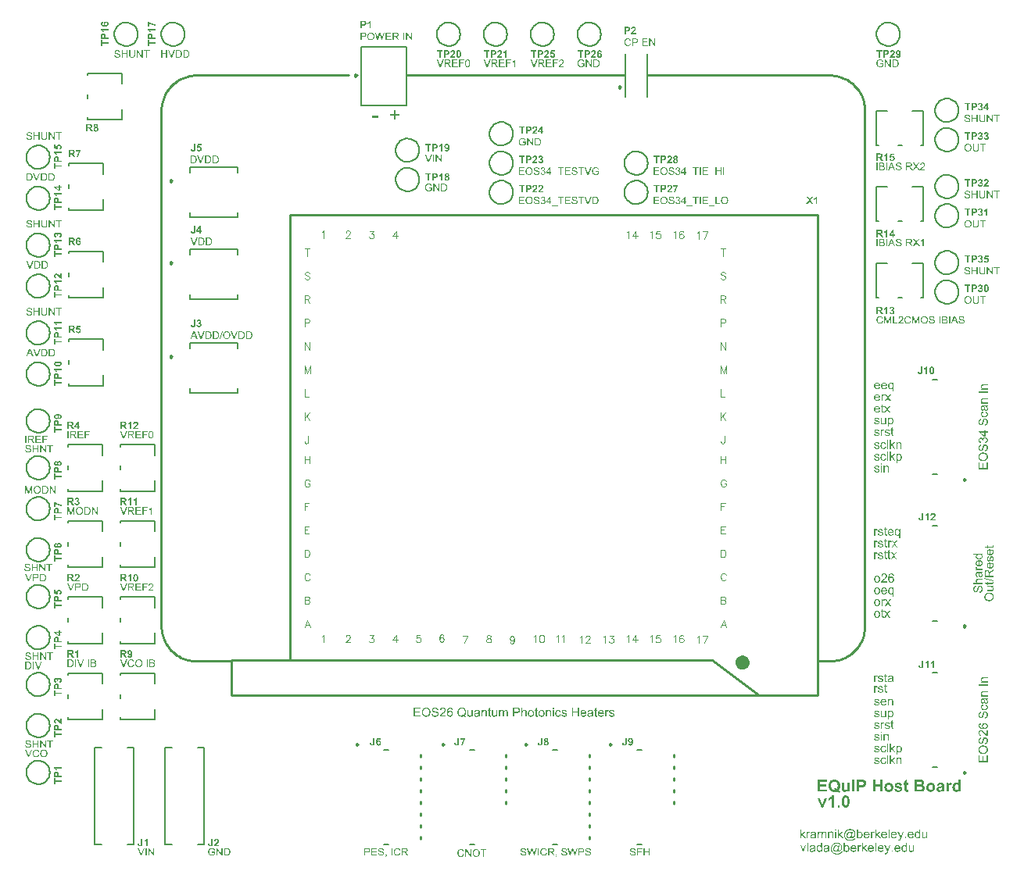
<source format=gto>
G04*
G04 #@! TF.GenerationSoftware,Altium Limited,Altium Designer,19.1.7 (138)*
G04*
G04 Layer_Color=65535*
%FSLAX25Y25*%
%MOIN*%
G70*
G01*
G75*
%ADD10C,0.00787*%
%ADD11C,0.00984*%
%ADD12C,0.03000*%
%ADD13C,0.01000*%
%ADD14C,0.00313*%
G36*
X474716Y148906D02*
X474749D01*
X474787Y148902D01*
X474824Y148894D01*
X474870Y148885D01*
X474970Y148865D01*
X475074Y148831D01*
X475182Y148786D01*
X475236Y148757D01*
X475286Y148723D01*
X475290D01*
X475299Y148715D01*
X475311Y148702D01*
X475332Y148690D01*
X475382Y148648D01*
X475440Y148590D01*
X475507Y148515D01*
X475577Y148428D01*
X475640Y148324D01*
X475698Y148207D01*
Y148203D01*
X475702Y148191D01*
X475710Y148174D01*
X475719Y148149D01*
X475731Y148120D01*
X475744Y148083D01*
X475756Y148037D01*
X475769Y147991D01*
X475781Y147937D01*
X475794Y147883D01*
X475819Y147758D01*
X475835Y147621D01*
X475839Y147475D01*
Y147471D01*
Y147454D01*
Y147434D01*
X475835Y147405D01*
Y147367D01*
X475831Y147321D01*
X475827Y147271D01*
X475819Y147217D01*
X475802Y147101D01*
X475773Y146972D01*
X475735Y146839D01*
X475685Y146706D01*
Y146701D01*
X475677Y146689D01*
X475669Y146672D01*
X475656Y146651D01*
X475640Y146622D01*
X475623Y146589D01*
X475573Y146514D01*
X475511Y146427D01*
X475432Y146339D01*
X475344Y146256D01*
X475240Y146181D01*
X475236D01*
X475228Y146173D01*
X475211Y146165D01*
X475190Y146152D01*
X475161Y146140D01*
X475132Y146123D01*
X475095Y146111D01*
X475053Y146094D01*
X474962Y146061D01*
X474858Y146032D01*
X474745Y146011D01*
X474687Y146007D01*
X474625Y146003D01*
X474583D01*
X474541Y146007D01*
X474483Y146015D01*
X474417Y146028D01*
X474346Y146044D01*
X474271Y146065D01*
X474200Y146098D01*
X474192Y146102D01*
X474171Y146115D01*
X474134Y146140D01*
X474092Y146169D01*
X474042Y146202D01*
X473992Y146248D01*
X473942Y146298D01*
X473897Y146352D01*
Y145000D01*
X473427D01*
Y148848D01*
X473855D01*
Y148486D01*
X473863Y148490D01*
X473880Y148515D01*
X473913Y148557D01*
X473955Y148603D01*
X474005Y148653D01*
X474063Y148707D01*
X474125Y148757D01*
X474196Y148802D01*
X474200D01*
X474204Y148806D01*
X474229Y148819D01*
X474271Y148836D01*
X474325Y148856D01*
X474392Y148877D01*
X474471Y148894D01*
X474562Y148906D01*
X474658Y148910D01*
X474691D01*
X474716Y148906D01*
D02*
G37*
G36*
X465186D02*
X465219D01*
X465298Y148898D01*
X465385Y148885D01*
X465485Y148869D01*
X465581Y148848D01*
X465676Y148815D01*
X465681D01*
X465689Y148811D01*
X465701Y148806D01*
X465718Y148798D01*
X465760Y148777D01*
X465818Y148748D01*
X465876Y148711D01*
X465934Y148665D01*
X465993Y148615D01*
X466043Y148557D01*
X466047Y148548D01*
X466063Y148528D01*
X466084Y148490D01*
X466109Y148444D01*
X466138Y148382D01*
X466163Y148307D01*
X466188Y148224D01*
X466209Y148128D01*
X465747Y148066D01*
Y148070D01*
Y148074D01*
X465739Y148099D01*
X465731Y148141D01*
X465714Y148187D01*
X465689Y148241D01*
X465656Y148295D01*
X465614Y148349D01*
X465564Y148399D01*
X465556Y148403D01*
X465535Y148419D01*
X465502Y148440D01*
X465456Y148461D01*
X465394Y148486D01*
X465319Y148503D01*
X465236Y148519D01*
X465136Y148523D01*
X465082D01*
X465057Y148519D01*
X465028D01*
X464957Y148511D01*
X464882Y148499D01*
X464803Y148478D01*
X464732Y148453D01*
X464703Y148436D01*
X464674Y148415D01*
X464670Y148411D01*
X464653Y148395D01*
X464632Y148374D01*
X464607Y148345D01*
X464578Y148307D01*
X464557Y148261D01*
X464541Y148216D01*
X464537Y148162D01*
Y148157D01*
Y148145D01*
X464541Y148128D01*
X464545Y148108D01*
X464562Y148053D01*
X464574Y148024D01*
X464591Y147995D01*
X464595Y147991D01*
X464603Y147983D01*
X464616Y147970D01*
X464637Y147954D01*
X464661Y147933D01*
X464695Y147912D01*
X464732Y147891D01*
X464774Y147870D01*
X464778D01*
X464790Y147866D01*
X464815Y147858D01*
X464853Y147845D01*
X464878Y147837D01*
X464907Y147829D01*
X464940Y147820D01*
X464978Y147808D01*
X465023Y147795D01*
X465073Y147783D01*
X465127Y147766D01*
X465190Y147750D01*
X465194D01*
X465211Y147746D01*
X465236Y147737D01*
X465273Y147729D01*
X465310Y147716D01*
X465356Y147704D01*
X465410Y147687D01*
X465464Y147671D01*
X465581Y147637D01*
X465693Y147600D01*
X465747Y147583D01*
X465797Y147563D01*
X465843Y147546D01*
X465884Y147529D01*
X465889D01*
X465893Y147525D01*
X465918Y147513D01*
X465955Y147496D01*
X465997Y147467D01*
X466047Y147434D01*
X466101Y147392D01*
X466151Y147342D01*
X466196Y147284D01*
X466201Y147275D01*
X466213Y147255D01*
X466234Y147221D01*
X466255Y147171D01*
X466276Y147113D01*
X466296Y147047D01*
X466309Y146968D01*
X466313Y146880D01*
Y146876D01*
Y146868D01*
Y146855D01*
Y146839D01*
X466305Y146793D01*
X466296Y146735D01*
X466280Y146668D01*
X466255Y146593D01*
X466217Y146514D01*
X466172Y146435D01*
Y146431D01*
X466163Y146427D01*
X466147Y146402D01*
X466113Y146364D01*
X466072Y146319D01*
X466013Y146265D01*
X465947Y146211D01*
X465868Y146161D01*
X465776Y146115D01*
X465772D01*
X465764Y146111D01*
X465751Y146107D01*
X465731Y146098D01*
X465706Y146090D01*
X465676Y146077D01*
X465643Y146069D01*
X465606Y146061D01*
X465518Y146040D01*
X465419Y146019D01*
X465310Y146007D01*
X465190Y146003D01*
X465136D01*
X465098Y146007D01*
X465057Y146011D01*
X465003Y146015D01*
X464944Y146019D01*
X464882Y146032D01*
X464749Y146057D01*
X464607Y146094D01*
X464541Y146119D01*
X464474Y146152D01*
X464416Y146186D01*
X464358Y146223D01*
X464354Y146227D01*
X464345Y146236D01*
X464333Y146248D01*
X464312Y146265D01*
X464291Y146290D01*
X464266Y146319D01*
X464237Y146352D01*
X464208Y146389D01*
X464175Y146435D01*
X464146Y146485D01*
X464116Y146539D01*
X464087Y146602D01*
X464062Y146664D01*
X464037Y146735D01*
X464017Y146814D01*
X464000Y146893D01*
X464466Y146968D01*
Y146964D01*
X464470Y146955D01*
Y146943D01*
X464474Y146922D01*
X464478Y146897D01*
X464487Y146872D01*
X464507Y146810D01*
X464537Y146739D01*
X464574Y146664D01*
X464620Y146597D01*
X464682Y146535D01*
X464686D01*
X464691Y146531D01*
X464715Y146514D01*
X464757Y146489D01*
X464815Y146464D01*
X464886Y146435D01*
X464973Y146414D01*
X465073Y146398D01*
X465186Y146389D01*
X465219D01*
X465240Y146394D01*
X465269D01*
X465298Y146398D01*
X465369Y146406D01*
X465448Y146423D01*
X465531Y146443D01*
X465606Y146477D01*
X465672Y146518D01*
X465681Y146523D01*
X465697Y146543D01*
X465722Y146568D01*
X465751Y146606D01*
X465780Y146651D01*
X465805Y146706D01*
X465822Y146764D01*
X465830Y146830D01*
Y146839D01*
Y146855D01*
X465822Y146889D01*
X465814Y146922D01*
X465797Y146964D01*
X465772Y147005D01*
X465735Y147047D01*
X465689Y147084D01*
X465685Y147088D01*
X465668Y147097D01*
X465639Y147109D01*
X465618Y147117D01*
X465593Y147126D01*
X465560Y147138D01*
X465527Y147151D01*
X465489Y147163D01*
X465444Y147176D01*
X465394Y147192D01*
X465335Y147209D01*
X465273Y147226D01*
X465206Y147242D01*
X465202D01*
X465186Y147246D01*
X465157Y147255D01*
X465123Y147263D01*
X465082Y147275D01*
X465032Y147288D01*
X464978Y147305D01*
X464919Y147321D01*
X464803Y147359D01*
X464682Y147396D01*
X464624Y147413D01*
X464574Y147434D01*
X464524Y147454D01*
X464483Y147471D01*
X464478D01*
X464474Y147475D01*
X464449Y147488D01*
X464416Y147509D01*
X464370Y147542D01*
X464320Y147579D01*
X464270Y147621D01*
X464221Y147675D01*
X464179Y147733D01*
X464175Y147741D01*
X464162Y147762D01*
X464146Y147800D01*
X464129Y147845D01*
X464112Y147899D01*
X464096Y147962D01*
X464083Y148033D01*
X464079Y148108D01*
Y148112D01*
Y148116D01*
Y148141D01*
X464083Y148174D01*
X464091Y148220D01*
X464100Y148274D01*
X464112Y148332D01*
X464133Y148395D01*
X464162Y148453D01*
X464166Y148461D01*
X464179Y148478D01*
X464195Y148507D01*
X464225Y148544D01*
X464254Y148586D01*
X464295Y148632D01*
X464341Y148673D01*
X464395Y148715D01*
X464399Y148719D01*
X464416Y148727D01*
X464441Y148744D01*
X464474Y148761D01*
X464516Y148781D01*
X464566Y148806D01*
X464628Y148831D01*
X464695Y148852D01*
X464699D01*
X464703Y148856D01*
X464728Y148861D01*
X464765Y148869D01*
X464819Y148881D01*
X464878Y148894D01*
X464949Y148902D01*
X465023Y148906D01*
X465102Y148910D01*
X465157D01*
X465186Y148906D01*
D02*
G37*
G36*
X468069D02*
X468106Y148902D01*
X468152Y148898D01*
X468202Y148890D01*
X468256Y148881D01*
X468372Y148852D01*
X468497Y148811D01*
X468559Y148786D01*
X468622Y148757D01*
X468680Y148719D01*
X468734Y148677D01*
X468738Y148673D01*
X468747Y148665D01*
X468763Y148653D01*
X468780Y148636D01*
X468805Y148611D01*
X468830Y148582D01*
X468859Y148548D01*
X468888Y148511D01*
X468921Y148465D01*
X468950Y148419D01*
X468984Y148365D01*
X469013Y148307D01*
X469038Y148245D01*
X469063Y148178D01*
X469088Y148103D01*
X469104Y148029D01*
X468647Y147958D01*
Y147962D01*
X468643Y147970D01*
X468638Y147983D01*
X468634Y148003D01*
X468618Y148053D01*
X468593Y148116D01*
X468559Y148182D01*
X468522Y148253D01*
X468472Y148320D01*
X468414Y148378D01*
X468405Y148386D01*
X468385Y148403D01*
X468347Y148424D01*
X468301Y148453D01*
X468243Y148478D01*
X468177Y148503D01*
X468098Y148519D01*
X468014Y148523D01*
X467981D01*
X467956Y148519D01*
X467923Y148515D01*
X467890Y148511D01*
X467806Y148490D01*
X467715Y148461D01*
X467669Y148440D01*
X467619Y148415D01*
X467573Y148386D01*
X467523Y148349D01*
X467478Y148311D01*
X467436Y148266D01*
X467432Y148261D01*
X467428Y148253D01*
X467415Y148241D01*
X467403Y148216D01*
X467386Y148191D01*
X467365Y148157D01*
X467345Y148116D01*
X467328Y148070D01*
X467307Y148016D01*
X467286Y147958D01*
X467266Y147891D01*
X467249Y147816D01*
X467237Y147737D01*
X467224Y147654D01*
X467220Y147558D01*
X467216Y147459D01*
Y147454D01*
Y147434D01*
Y147405D01*
X467220Y147367D01*
X467224Y147321D01*
X467228Y147267D01*
X467232Y147209D01*
X467241Y147147D01*
X467266Y147013D01*
X467307Y146876D01*
X467328Y146814D01*
X467357Y146751D01*
X467390Y146693D01*
X467428Y146643D01*
X467432Y146639D01*
X467436Y146631D01*
X467449Y146618D01*
X467465Y146606D01*
X467490Y146585D01*
X467515Y146564D01*
X467544Y146539D01*
X467578Y146518D01*
X467661Y146468D01*
X467757Y146431D01*
X467811Y146414D01*
X467865Y146402D01*
X467927Y146394D01*
X467989Y146389D01*
X468014D01*
X468035Y146394D01*
X468060D01*
X468085Y146398D01*
X468152Y146410D01*
X468222Y146431D01*
X468301Y146460D01*
X468376Y146502D01*
X468451Y146556D01*
X468455Y146560D01*
X468460Y146564D01*
X468480Y146589D01*
X468514Y146631D01*
X468530Y146656D01*
X468551Y146685D01*
X468572Y146722D01*
X468593Y146760D01*
X468609Y146801D01*
X468630Y146851D01*
X468647Y146901D01*
X468663Y146959D01*
X468676Y147018D01*
X468688Y147084D01*
X469150Y147022D01*
Y147018D01*
X469146Y147001D01*
X469142Y146976D01*
X469133Y146943D01*
X469121Y146901D01*
X469108Y146855D01*
X469092Y146805D01*
X469071Y146747D01*
X469021Y146631D01*
X468988Y146568D01*
X468950Y146506D01*
X468913Y146443D01*
X468867Y146381D01*
X468813Y146327D01*
X468759Y146273D01*
X468755Y146269D01*
X468747Y146260D01*
X468726Y146248D01*
X468705Y146231D01*
X468672Y146211D01*
X468638Y146186D01*
X468593Y146165D01*
X468547Y146140D01*
X468493Y146111D01*
X468435Y146090D01*
X468372Y146065D01*
X468306Y146044D01*
X468231Y146028D01*
X468156Y146015D01*
X468077Y146007D01*
X467994Y146003D01*
X467969D01*
X467940Y146007D01*
X467898D01*
X467852Y146015D01*
X467794Y146023D01*
X467732Y146032D01*
X467665Y146048D01*
X467594Y146069D01*
X467519Y146094D01*
X467445Y146123D01*
X467365Y146161D01*
X467291Y146202D01*
X467216Y146252D01*
X467145Y146306D01*
X467078Y146373D01*
X467074Y146377D01*
X467062Y146389D01*
X467045Y146410D01*
X467024Y146443D01*
X466999Y146481D01*
X466970Y146527D01*
X466937Y146585D01*
X466908Y146647D01*
X466875Y146718D01*
X466841Y146797D01*
X466812Y146885D01*
X466787Y146980D01*
X466766Y147084D01*
X466750Y147196D01*
X466737Y147317D01*
X466733Y147442D01*
Y147446D01*
Y147463D01*
Y147488D01*
X466737Y147517D01*
Y147558D01*
X466741Y147604D01*
X466746Y147654D01*
X466750Y147712D01*
X466771Y147833D01*
X466795Y147966D01*
X466829Y148103D01*
X466879Y148232D01*
Y148237D01*
X466887Y148249D01*
X466895Y148266D01*
X466908Y148286D01*
X466924Y148316D01*
X466941Y148349D01*
X466991Y148424D01*
X467053Y148503D01*
X467133Y148590D01*
X467224Y148669D01*
X467332Y148740D01*
X467336D01*
X467345Y148748D01*
X467361Y148757D01*
X467386Y148765D01*
X467415Y148781D01*
X467449Y148794D01*
X467486Y148811D01*
X467528Y148827D01*
X467578Y148840D01*
X467627Y148856D01*
X467740Y148885D01*
X467865Y148902D01*
X467994Y148910D01*
X468039D01*
X468069Y148906D01*
D02*
G37*
G36*
X471213Y147712D02*
X472332Y148848D01*
X472944D01*
X471879Y147812D01*
X473052Y146065D01*
X472470D01*
X471546Y147488D01*
X471213Y147163D01*
Y146065D01*
X470743D01*
Y149905D01*
X471213D01*
Y147712D01*
D02*
G37*
G36*
X470011Y146065D02*
X469541D01*
Y149905D01*
X470011D01*
Y146065D01*
D02*
G37*
G36*
X512438Y177618D02*
X510744D01*
X510740D01*
X510732D01*
X510715D01*
X510699D01*
X510674D01*
X510645Y177613D01*
X510582Y177609D01*
X510511Y177605D01*
X510441Y177593D01*
X510374Y177580D01*
X510316Y177559D01*
X510308Y177555D01*
X510291Y177547D01*
X510266Y177534D01*
X510233Y177514D01*
X510195Y177489D01*
X510158Y177455D01*
X510120Y177414D01*
X510087Y177364D01*
X510083Y177360D01*
X510075Y177339D01*
X510058Y177310D01*
X510041Y177272D01*
X510029Y177222D01*
X510012Y177168D01*
X510004Y177106D01*
X510000Y177035D01*
Y177006D01*
X510004Y176985D01*
Y176960D01*
X510008Y176927D01*
X510025Y176856D01*
X510046Y176777D01*
X510079Y176690D01*
X510129Y176603D01*
X510158Y176557D01*
X510191Y176515D01*
X510195Y176511D01*
X510199Y176507D01*
X510212Y176494D01*
X510229Y176482D01*
X510254Y176465D01*
X510279Y176449D01*
X510312Y176428D01*
X510353Y176407D01*
X510399Y176386D01*
X510453Y176365D01*
X510511Y176349D01*
X510578Y176332D01*
X510653Y176320D01*
X510732Y176307D01*
X510823Y176303D01*
X510919Y176299D01*
X512438D01*
Y175829D01*
X509655D01*
Y176253D01*
X510054D01*
X510050Y176257D01*
X510033Y176266D01*
X510012Y176286D01*
X509983Y176311D01*
X509946Y176340D01*
X509908Y176378D01*
X509867Y176424D01*
X509821Y176478D01*
X509779Y176536D01*
X509738Y176603D01*
X509700Y176673D01*
X509663Y176752D01*
X509634Y176840D01*
X509613Y176931D01*
X509596Y177031D01*
X509592Y177135D01*
Y177177D01*
X509596Y177202D01*
Y177227D01*
X509605Y177289D01*
X509613Y177360D01*
X509630Y177439D01*
X509655Y177518D01*
X509684Y177597D01*
Y177601D01*
X509688Y177605D01*
X509700Y177630D01*
X509721Y177667D01*
X509746Y177717D01*
X509784Y177767D01*
X509821Y177822D01*
X509867Y177871D01*
X509921Y177913D01*
X509929Y177917D01*
X509946Y177930D01*
X509979Y177946D01*
X510021Y177971D01*
X510071Y177996D01*
X510129Y178017D01*
X510195Y178042D01*
X510270Y178059D01*
X510274D01*
X510295Y178063D01*
X510328Y178067D01*
X510374Y178075D01*
X510437Y178079D01*
X510474D01*
X510516Y178084D01*
X510561D01*
X510615Y178088D01*
X510670D01*
X510728D01*
X512438D01*
Y177618D01*
D02*
G37*
G36*
Y174485D02*
X508598D01*
Y174993D01*
X512438D01*
Y174485D01*
D02*
G37*
G36*
Y171656D02*
X510744D01*
X510740D01*
X510732D01*
X510715D01*
X510699D01*
X510674D01*
X510645Y171652D01*
X510582Y171648D01*
X510511Y171644D01*
X510441Y171631D01*
X510374Y171619D01*
X510316Y171598D01*
X510308Y171594D01*
X510291Y171586D01*
X510266Y171573D01*
X510233Y171552D01*
X510195Y171527D01*
X510158Y171494D01*
X510120Y171452D01*
X510087Y171403D01*
X510083Y171398D01*
X510075Y171378D01*
X510058Y171349D01*
X510041Y171311D01*
X510029Y171261D01*
X510012Y171207D01*
X510004Y171145D01*
X510000Y171074D01*
Y171045D01*
X510004Y171024D01*
Y170999D01*
X510008Y170966D01*
X510025Y170895D01*
X510046Y170816D01*
X510079Y170729D01*
X510129Y170641D01*
X510158Y170596D01*
X510191Y170554D01*
X510195Y170550D01*
X510199Y170546D01*
X510212Y170533D01*
X510229Y170521D01*
X510254Y170504D01*
X510279Y170487D01*
X510312Y170467D01*
X510353Y170446D01*
X510399Y170425D01*
X510453Y170404D01*
X510511Y170387D01*
X510578Y170371D01*
X510653Y170358D01*
X510732Y170346D01*
X510823Y170342D01*
X510919Y170338D01*
X512438D01*
Y169868D01*
X509655D01*
Y170292D01*
X510054D01*
X510050Y170296D01*
X510033Y170304D01*
X510012Y170325D01*
X509983Y170350D01*
X509946Y170379D01*
X509908Y170417D01*
X509867Y170462D01*
X509821Y170517D01*
X509779Y170575D01*
X509738Y170641D01*
X509700Y170712D01*
X509663Y170791D01*
X509634Y170878D01*
X509613Y170970D01*
X509596Y171070D01*
X509592Y171174D01*
Y171215D01*
X509596Y171240D01*
Y171265D01*
X509605Y171328D01*
X509613Y171398D01*
X509630Y171477D01*
X509655Y171556D01*
X509684Y171635D01*
Y171640D01*
X509688Y171644D01*
X509700Y171669D01*
X509721Y171706D01*
X509746Y171756D01*
X509784Y171806D01*
X509821Y171860D01*
X509867Y171910D01*
X509921Y171952D01*
X509929Y171956D01*
X509946Y171968D01*
X509979Y171985D01*
X510021Y172010D01*
X510071Y172035D01*
X510129Y172056D01*
X510195Y172081D01*
X510270Y172097D01*
X510274D01*
X510295Y172101D01*
X510328Y172106D01*
X510374Y172114D01*
X510437Y172118D01*
X510474D01*
X510516Y172122D01*
X510561D01*
X510615Y172126D01*
X510670D01*
X510728D01*
X512438D01*
Y171656D01*
D02*
G37*
G36*
Y168794D02*
X512429Y168790D01*
X512413Y168782D01*
X512379Y168769D01*
X512338Y168757D01*
X512288Y168740D01*
X512230Y168723D01*
X512163Y168711D01*
X512088Y168703D01*
X512092Y168699D01*
X512097Y168690D01*
X512109Y168678D01*
X512126Y168657D01*
X512142Y168632D01*
X512167Y168607D01*
X512213Y168541D01*
X512267Y168461D01*
X512321Y168378D01*
X512367Y168287D01*
X512408Y168195D01*
Y168191D01*
X512413Y168183D01*
X512417Y168170D01*
X512421Y168154D01*
X512429Y168133D01*
X512438Y168104D01*
X512454Y168041D01*
X512471Y167962D01*
X512488Y167875D01*
X512496Y167779D01*
X512500Y167675D01*
Y167629D01*
X512496Y167600D01*
X512492Y167563D01*
X512488Y167517D01*
X512483Y167467D01*
X512471Y167417D01*
X512446Y167301D01*
X512408Y167184D01*
X512384Y167130D01*
X512350Y167072D01*
X512317Y167022D01*
X512280Y166972D01*
X512275Y166968D01*
X512267Y166960D01*
X512255Y166951D01*
X512238Y166935D01*
X512217Y166914D01*
X512188Y166893D01*
X512159Y166872D01*
X512121Y166851D01*
X512042Y166806D01*
X511943Y166764D01*
X511889Y166747D01*
X511830Y166739D01*
X511768Y166731D01*
X511705Y166727D01*
X511701D01*
X511697D01*
X511672D01*
X511631Y166731D01*
X511581Y166739D01*
X511522Y166747D01*
X511460Y166764D01*
X511398Y166789D01*
X511331Y166818D01*
X511323Y166822D01*
X511302Y166835D01*
X511273Y166856D01*
X511231Y166885D01*
X511190Y166918D01*
X511144Y166960D01*
X511102Y167005D01*
X511061Y167060D01*
X511057Y167068D01*
X511044Y167089D01*
X511023Y167118D01*
X511002Y167159D01*
X510977Y167209D01*
X510953Y167268D01*
X510927Y167334D01*
X510907Y167401D01*
Y167409D01*
X510898Y167426D01*
X510894Y167459D01*
X510882Y167505D01*
X510873Y167563D01*
X510861Y167638D01*
X510849Y167721D01*
X510836Y167821D01*
Y167829D01*
X510832Y167846D01*
X510828Y167875D01*
X510823Y167912D01*
X510815Y167962D01*
X510807Y168016D01*
X510799Y168075D01*
X510790Y168141D01*
X510765Y168278D01*
X510736Y168416D01*
X510719Y168482D01*
X510703Y168549D01*
X510686Y168607D01*
X510670Y168661D01*
X510665D01*
X510653D01*
X510636D01*
X510620Y168665D01*
X510578D01*
X510561D01*
X510549D01*
X510545D01*
X510536D01*
X510520D01*
X510503D01*
X510453Y168657D01*
X510391Y168649D01*
X510324Y168632D01*
X510258Y168607D01*
X510195Y168574D01*
X510145Y168528D01*
X510137Y168520D01*
X510129Y168511D01*
X510120Y168495D01*
X510108Y168474D01*
X510096Y168453D01*
X510062Y168395D01*
X510033Y168320D01*
X510008Y168228D01*
X509992Y168120D01*
X509983Y167996D01*
Y167941D01*
X509987Y167912D01*
Y167883D01*
X509996Y167808D01*
X510012Y167729D01*
X510033Y167650D01*
X510062Y167571D01*
X510100Y167505D01*
X510104Y167496D01*
X510120Y167480D01*
X510154Y167451D01*
X510195Y167417D01*
X510249Y167380D01*
X510324Y167338D01*
X510407Y167305D01*
X510457Y167288D01*
X510511Y167272D01*
X510449Y166810D01*
X510445D01*
X510437Y166814D01*
X510420Y166818D01*
X510399Y166822D01*
X510374Y166831D01*
X510345Y166839D01*
X510279Y166860D01*
X510204Y166889D01*
X510125Y166922D01*
X510046Y166964D01*
X509975Y167014D01*
X509971D01*
X509967Y167022D01*
X509946Y167043D01*
X509912Y167076D01*
X509871Y167122D01*
X509825Y167180D01*
X509779Y167251D01*
X509734Y167334D01*
X509692Y167430D01*
Y167434D01*
X509688Y167442D01*
X509684Y167459D01*
X509675Y167480D01*
X509667Y167505D01*
X509659Y167534D01*
X509650Y167571D01*
X509642Y167613D01*
X509634Y167654D01*
X509625Y167704D01*
X509609Y167813D01*
X509596Y167933D01*
X509592Y168062D01*
Y168120D01*
X509596Y168149D01*
Y168187D01*
X509605Y168266D01*
X509613Y168357D01*
X509630Y168453D01*
X509650Y168549D01*
X509680Y168636D01*
Y168640D01*
X509684Y168644D01*
X509688Y168657D01*
X509696Y168674D01*
X509713Y168711D01*
X509738Y168761D01*
X509767Y168815D01*
X509804Y168869D01*
X509846Y168919D01*
X509892Y168965D01*
X509896Y168969D01*
X509912Y168981D01*
X509942Y169002D01*
X509979Y169023D01*
X510025Y169048D01*
X510079Y169073D01*
X510141Y169098D01*
X510212Y169115D01*
X510216D01*
X510237Y169119D01*
X510266Y169123D01*
X510312Y169127D01*
X510370Y169131D01*
X510445Y169135D01*
X510491D01*
X510536Y169140D01*
X510586D01*
X510645D01*
X511273D01*
X511281D01*
X511302D01*
X511335D01*
X511377D01*
X511431D01*
X511489D01*
X511556Y169144D01*
X511622D01*
X511764Y169148D01*
X511834D01*
X511901Y169152D01*
X511963Y169156D01*
X512017Y169160D01*
X512067Y169165D01*
X512105Y169169D01*
X512113D01*
X512134Y169173D01*
X512167Y169181D01*
X512213Y169194D01*
X512263Y169210D01*
X512317Y169231D01*
X512379Y169256D01*
X512438Y169285D01*
Y168794D01*
D02*
G37*
G36*
X511502Y166477D02*
X511527Y166473D01*
X511560Y166465D01*
X511601Y166452D01*
X511647Y166440D01*
X511697Y166423D01*
X511755Y166402D01*
X511872Y166352D01*
X511934Y166319D01*
X511997Y166282D01*
X512059Y166244D01*
X512121Y166198D01*
X512176Y166144D01*
X512230Y166090D01*
X512234Y166086D01*
X512242Y166078D01*
X512255Y166057D01*
X512271Y166036D01*
X512292Y166003D01*
X512317Y165970D01*
X512338Y165924D01*
X512363Y165878D01*
X512392Y165824D01*
X512413Y165766D01*
X512438Y165703D01*
X512458Y165637D01*
X512475Y165562D01*
X512488Y165487D01*
X512496Y165408D01*
X512500Y165325D01*
Y165300D01*
X512496Y165271D01*
Y165229D01*
X512488Y165183D01*
X512479Y165125D01*
X512471Y165063D01*
X512454Y164996D01*
X512433Y164926D01*
X512408Y164851D01*
X512379Y164776D01*
X512342Y164697D01*
X512300Y164622D01*
X512250Y164547D01*
X512196Y164476D01*
X512130Y164410D01*
X512126Y164405D01*
X512113Y164393D01*
X512092Y164376D01*
X512059Y164356D01*
X512022Y164331D01*
X511976Y164301D01*
X511918Y164268D01*
X511855Y164239D01*
X511785Y164206D01*
X511705Y164172D01*
X511618Y164143D01*
X511522Y164118D01*
X511418Y164098D01*
X511306Y164081D01*
X511185Y164068D01*
X511061Y164064D01*
X511057D01*
X511040D01*
X511015D01*
X510986Y164068D01*
X510944D01*
X510898Y164073D01*
X510849Y164077D01*
X510790Y164081D01*
X510670Y164102D01*
X510536Y164127D01*
X510399Y164160D01*
X510270Y164210D01*
X510266D01*
X510254Y164218D01*
X510237Y164227D01*
X510216Y164239D01*
X510187Y164256D01*
X510154Y164272D01*
X510079Y164322D01*
X510000Y164385D01*
X509912Y164464D01*
X509833Y164555D01*
X509763Y164663D01*
Y164667D01*
X509754Y164676D01*
X509746Y164692D01*
X509738Y164717D01*
X509721Y164747D01*
X509709Y164780D01*
X509692Y164817D01*
X509675Y164859D01*
X509663Y164909D01*
X509646Y164959D01*
X509617Y165071D01*
X509600Y165196D01*
X509592Y165325D01*
Y165371D01*
X509596Y165400D01*
X509600Y165437D01*
X509605Y165483D01*
X509613Y165533D01*
X509621Y165587D01*
X509650Y165703D01*
X509692Y165828D01*
X509717Y165891D01*
X509746Y165953D01*
X509784Y166011D01*
X509825Y166065D01*
X509829Y166069D01*
X509838Y166078D01*
X509850Y166094D01*
X509867Y166111D01*
X509892Y166136D01*
X509921Y166161D01*
X509954Y166190D01*
X509992Y166219D01*
X510037Y166253D01*
X510083Y166282D01*
X510137Y166315D01*
X510195Y166344D01*
X510258Y166369D01*
X510324Y166394D01*
X510399Y166419D01*
X510474Y166436D01*
X510545Y165978D01*
X510541D01*
X510532Y165974D01*
X510520Y165970D01*
X510499Y165965D01*
X510449Y165949D01*
X510387Y165924D01*
X510320Y165891D01*
X510249Y165853D01*
X510183Y165803D01*
X510125Y165745D01*
X510116Y165737D01*
X510100Y165716D01*
X510079Y165678D01*
X510050Y165633D01*
X510025Y165574D01*
X510000Y165508D01*
X509983Y165429D01*
X509979Y165346D01*
Y165312D01*
X509983Y165287D01*
X509987Y165254D01*
X509992Y165221D01*
X510012Y165138D01*
X510041Y165046D01*
X510062Y165000D01*
X510087Y164950D01*
X510116Y164905D01*
X510154Y164855D01*
X510191Y164809D01*
X510237Y164767D01*
X510241Y164763D01*
X510249Y164759D01*
X510262Y164747D01*
X510287Y164734D01*
X510312Y164717D01*
X510345Y164697D01*
X510387Y164676D01*
X510432Y164659D01*
X510487Y164638D01*
X510545Y164618D01*
X510611Y164597D01*
X510686Y164580D01*
X510765Y164568D01*
X510849Y164555D01*
X510944Y164551D01*
X511044Y164547D01*
X511048D01*
X511069D01*
X511098D01*
X511135Y164551D01*
X511181Y164555D01*
X511235Y164559D01*
X511294Y164564D01*
X511356Y164572D01*
X511489Y164597D01*
X511626Y164638D01*
X511689Y164659D01*
X511751Y164688D01*
X511809Y164722D01*
X511859Y164759D01*
X511864Y164763D01*
X511872Y164767D01*
X511884Y164780D01*
X511897Y164796D01*
X511918Y164822D01*
X511938Y164846D01*
X511963Y164875D01*
X511984Y164909D01*
X512034Y164992D01*
X512072Y165088D01*
X512088Y165142D01*
X512101Y165196D01*
X512109Y165258D01*
X512113Y165321D01*
Y165346D01*
X512109Y165366D01*
Y165391D01*
X512105Y165416D01*
X512092Y165483D01*
X512072Y165554D01*
X512042Y165633D01*
X512001Y165708D01*
X511947Y165782D01*
X511943Y165787D01*
X511938Y165791D01*
X511913Y165812D01*
X511872Y165845D01*
X511847Y165861D01*
X511818Y165882D01*
X511780Y165903D01*
X511743Y165924D01*
X511701Y165940D01*
X511651Y165961D01*
X511601Y165978D01*
X511543Y165995D01*
X511485Y166007D01*
X511418Y166019D01*
X511481Y166481D01*
X511485D01*
X511502Y166477D01*
D02*
G37*
G36*
X511406Y163565D02*
X511435D01*
X511464Y163561D01*
X511543Y163549D01*
X511631Y163528D01*
X511726Y163494D01*
X511826Y163449D01*
X511880Y163424D01*
X511930Y163390D01*
X511934D01*
X511943Y163382D01*
X511955Y163374D01*
X511976Y163357D01*
X512022Y163320D01*
X512084Y163261D01*
X512151Y163191D01*
X512221Y163103D01*
X512288Y163004D01*
X512350Y162887D01*
Y162883D01*
X512359Y162870D01*
X512363Y162854D01*
X512375Y162829D01*
X512384Y162800D01*
X512396Y162762D01*
X512413Y162721D01*
X512425Y162671D01*
X512438Y162621D01*
X512454Y162563D01*
X512475Y162438D01*
X512492Y162301D01*
X512500Y162151D01*
Y162101D01*
X512496Y162063D01*
Y162018D01*
X512492Y161968D01*
X512488Y161909D01*
X512479Y161843D01*
X512463Y161706D01*
X512438Y161560D01*
X512400Y161414D01*
X512350Y161273D01*
Y161269D01*
X512342Y161256D01*
X512334Y161240D01*
X512321Y161215D01*
X512304Y161186D01*
X512288Y161152D01*
X512238Y161073D01*
X512176Y160986D01*
X512097Y160894D01*
X512005Y160803D01*
X511897Y160724D01*
X511893Y160720D01*
X511884Y160715D01*
X511868Y160707D01*
X511843Y160695D01*
X511814Y160678D01*
X511780Y160661D01*
X511739Y160641D01*
X511693Y160624D01*
X511647Y160603D01*
X511593Y160587D01*
X511473Y160553D01*
X511343Y160528D01*
X511273Y160520D01*
X511202Y160516D01*
X511161Y160994D01*
X511165D01*
X511173D01*
X511190Y160998D01*
X511210Y161003D01*
X511235Y161007D01*
X511260Y161011D01*
X511331Y161028D01*
X511406Y161048D01*
X511485Y161073D01*
X511564Y161107D01*
X511639Y161148D01*
X511647Y161152D01*
X511668Y161173D01*
X511701Y161202D01*
X511743Y161244D01*
X511793Y161298D01*
X511839Y161364D01*
X511889Y161443D01*
X511934Y161535D01*
Y161539D01*
X511938Y161548D01*
X511943Y161560D01*
X511951Y161581D01*
X511959Y161606D01*
X511972Y161635D01*
X511980Y161668D01*
X511988Y161706D01*
X512009Y161793D01*
X512030Y161897D01*
X512042Y162005D01*
X512047Y162126D01*
Y162176D01*
X512042Y162201D01*
Y162230D01*
X512034Y162296D01*
X512026Y162375D01*
X512013Y162463D01*
X511993Y162550D01*
X511963Y162633D01*
Y162637D01*
X511959Y162642D01*
X511955Y162654D01*
X511947Y162671D01*
X511926Y162708D01*
X511901Y162758D01*
X511868Y162812D01*
X511826Y162870D01*
X511780Y162920D01*
X511726Y162966D01*
X511718Y162970D01*
X511701Y162983D01*
X511668Y163004D01*
X511626Y163024D01*
X511577Y163041D01*
X511522Y163062D01*
X511460Y163074D01*
X511398Y163078D01*
X511393D01*
X511389D01*
X511369D01*
X511331Y163074D01*
X511289Y163066D01*
X511239Y163053D01*
X511185Y163033D01*
X511131Y163008D01*
X511081Y162970D01*
X511077Y162966D01*
X511061Y162950D01*
X511036Y162925D01*
X511002Y162887D01*
X510969Y162841D01*
X510932Y162779D01*
X510894Y162708D01*
X510857Y162625D01*
X510853Y162617D01*
X510849Y162608D01*
X510844Y162592D01*
X510840Y162575D01*
X510832Y162550D01*
X510819Y162517D01*
X510811Y162484D01*
X510799Y162438D01*
X510782Y162392D01*
X510769Y162334D01*
X510753Y162271D01*
X510732Y162201D01*
X510715Y162126D01*
X510690Y162038D01*
X510670Y161943D01*
Y161939D01*
X510665Y161922D01*
X510657Y161893D01*
X510649Y161860D01*
X510636Y161814D01*
X510624Y161764D01*
X510607Y161714D01*
X510591Y161656D01*
X510553Y161531D01*
X510511Y161410D01*
X510491Y161352D01*
X510470Y161298D01*
X510449Y161248D01*
X510428Y161206D01*
Y161202D01*
X510420Y161194D01*
X510412Y161181D01*
X510403Y161161D01*
X510374Y161111D01*
X510333Y161053D01*
X510279Y160982D01*
X510220Y160915D01*
X510150Y160849D01*
X510075Y160795D01*
X510071D01*
X510066Y160790D01*
X510054Y160782D01*
X510037Y160774D01*
X509992Y160753D01*
X509933Y160728D01*
X509863Y160703D01*
X509779Y160682D01*
X509688Y160666D01*
X509592Y160661D01*
X509588D01*
X509580D01*
X509563D01*
X509542Y160666D01*
X509517D01*
X509488Y160670D01*
X509413Y160682D01*
X509330Y160703D01*
X509243Y160728D01*
X509147Y160770D01*
X509051Y160824D01*
X509047D01*
X509039Y160832D01*
X509026Y160840D01*
X509010Y160853D01*
X508964Y160894D01*
X508906Y160949D01*
X508843Y161015D01*
X508781Y161098D01*
X508719Y161194D01*
X508665Y161306D01*
Y161310D01*
X508660Y161319D01*
X508652Y161339D01*
X508644Y161360D01*
X508635Y161390D01*
X508623Y161427D01*
X508610Y161469D01*
X508598Y161514D01*
X508585Y161564D01*
X508573Y161618D01*
X508552Y161735D01*
X508535Y161868D01*
X508531Y162009D01*
Y162080D01*
X508535Y162118D01*
X508540Y162163D01*
X508544Y162209D01*
X508548Y162263D01*
X508565Y162380D01*
X508590Y162508D01*
X508627Y162637D01*
X508673Y162762D01*
Y162766D01*
X508681Y162775D01*
X508685Y162795D01*
X508698Y162816D01*
X508714Y162841D01*
X508731Y162875D01*
X508773Y162945D01*
X508831Y163029D01*
X508902Y163112D01*
X508981Y163191D01*
X509076Y163261D01*
X509081Y163266D01*
X509089Y163270D01*
X509101Y163278D01*
X509122Y163291D01*
X509147Y163303D01*
X509176Y163320D01*
X509214Y163332D01*
X509251Y163353D01*
X509338Y163386D01*
X509442Y163415D01*
X509555Y163440D01*
X509680Y163453D01*
X509717Y162966D01*
X509713D01*
X509700Y162962D01*
X509684D01*
X509659Y162958D01*
X509625Y162950D01*
X509592Y162941D01*
X509513Y162916D01*
X509426Y162883D01*
X509334Y162833D01*
X509247Y162775D01*
X509209Y162737D01*
X509172Y162696D01*
X509168Y162691D01*
X509164Y162687D01*
X509155Y162671D01*
X509143Y162654D01*
X509130Y162629D01*
X509114Y162600D01*
X509097Y162567D01*
X509076Y162529D01*
X509060Y162484D01*
X509043Y162434D01*
X509026Y162380D01*
X509014Y162321D01*
X509001Y162255D01*
X508993Y162184D01*
X508985Y162109D01*
Y161988D01*
X508989Y161955D01*
Y161918D01*
X508993Y161876D01*
X508997Y161826D01*
X509006Y161776D01*
X509026Y161664D01*
X509056Y161556D01*
X509097Y161452D01*
X509126Y161402D01*
X509155Y161360D01*
Y161356D01*
X509164Y161352D01*
X509185Y161327D01*
X509222Y161294D01*
X509272Y161256D01*
X509330Y161219D01*
X509401Y161186D01*
X509476Y161161D01*
X509517Y161156D01*
X509563Y161152D01*
X509567D01*
X509571D01*
X509596Y161156D01*
X509634Y161161D01*
X509680Y161169D01*
X509734Y161190D01*
X509792Y161215D01*
X509846Y161248D01*
X509900Y161298D01*
X509904Y161306D01*
X509912Y161315D01*
X509925Y161331D01*
X509937Y161352D01*
X509950Y161377D01*
X509967Y161410D01*
X509987Y161448D01*
X510008Y161494D01*
X510029Y161548D01*
X510050Y161610D01*
X510075Y161681D01*
X510100Y161764D01*
X510125Y161851D01*
X510154Y161951D01*
X510179Y162063D01*
Y162072D01*
X510183Y162092D01*
X510191Y162122D01*
X510204Y162163D01*
X510212Y162213D01*
X510229Y162271D01*
X510241Y162334D01*
X510262Y162400D01*
X510299Y162542D01*
X510337Y162683D01*
X510358Y162750D01*
X510378Y162808D01*
X510399Y162866D01*
X510420Y162912D01*
Y162916D01*
X510428Y162929D01*
X510437Y162945D01*
X510449Y162966D01*
X510462Y162995D01*
X510482Y163029D01*
X510528Y163099D01*
X510582Y163182D01*
X510649Y163261D01*
X510728Y163340D01*
X510769Y163374D01*
X510811Y163407D01*
X510815D01*
X510823Y163415D01*
X510836Y163424D01*
X510853Y163432D01*
X510873Y163444D01*
X510903Y163457D01*
X510969Y163490D01*
X511048Y163519D01*
X511140Y163544D01*
X511244Y163561D01*
X511356Y163569D01*
X511360D01*
X511369D01*
X511385D01*
X511406Y163565D01*
D02*
G37*
G36*
X511252Y158531D02*
X511281D01*
X511319Y158527D01*
X511364Y158523D01*
X511410Y158515D01*
X511514Y158498D01*
X511626Y158469D01*
X511743Y158432D01*
X511864Y158378D01*
X511868D01*
X511876Y158369D01*
X511893Y158361D01*
X511913Y158349D01*
X511938Y158332D01*
X511968Y158315D01*
X512038Y158265D01*
X512113Y158207D01*
X512192Y158132D01*
X512271Y158045D01*
X512338Y157949D01*
Y157945D01*
X512346Y157937D01*
X512354Y157920D01*
X512363Y157899D01*
X512375Y157874D01*
X512388Y157845D01*
X512404Y157808D01*
X512417Y157770D01*
X512450Y157679D01*
X512475Y157571D01*
X512492Y157454D01*
X512500Y157329D01*
Y157304D01*
X512496Y157271D01*
X512492Y157229D01*
X512488Y157179D01*
X512475Y157121D01*
X512463Y157059D01*
X512446Y156988D01*
X512421Y156913D01*
X512396Y156834D01*
X512359Y156755D01*
X512317Y156676D01*
X512267Y156593D01*
X512209Y156518D01*
X512142Y156439D01*
X512067Y156368D01*
X512063Y156364D01*
X512047Y156352D01*
X512022Y156335D01*
X511984Y156310D01*
X511938Y156281D01*
X511880Y156252D01*
X511809Y156219D01*
X511726Y156185D01*
X511635Y156148D01*
X511531Y156115D01*
X511414Y156085D01*
X511285Y156056D01*
X511144Y156031D01*
X510990Y156015D01*
X510823Y156002D01*
X510645Y155998D01*
X510640D01*
X510632D01*
X510615D01*
X510595D01*
X510570D01*
X510536Y156002D01*
X510503D01*
X510462Y156006D01*
X510370Y156011D01*
X510266Y156019D01*
X510150Y156031D01*
X510025Y156048D01*
X509892Y156073D01*
X509759Y156098D01*
X509625Y156131D01*
X509492Y156173D01*
X509363Y156219D01*
X509239Y156273D01*
X509126Y156339D01*
X509026Y156410D01*
X509022Y156414D01*
X509006Y156427D01*
X508985Y156447D01*
X508956Y156476D01*
X508922Y156510D01*
X508885Y156555D01*
X508848Y156605D01*
X508806Y156664D01*
X508764Y156730D01*
X508727Y156805D01*
X508689Y156884D01*
X508656Y156972D01*
X508627Y157063D01*
X508606Y157163D01*
X508590Y157267D01*
X508585Y157379D01*
Y157425D01*
X508590Y157454D01*
X508594Y157492D01*
X508598Y157537D01*
X508606Y157587D01*
X508619Y157641D01*
X508648Y157762D01*
X508669Y157820D01*
X508694Y157887D01*
X508723Y157949D01*
X508760Y158007D01*
X508798Y158066D01*
X508843Y158124D01*
X508848Y158128D01*
X508856Y158136D01*
X508868Y158153D01*
X508889Y158170D01*
X508914Y158195D01*
X508947Y158220D01*
X508985Y158249D01*
X509026Y158278D01*
X509072Y158307D01*
X509126Y158336D01*
X509185Y158365D01*
X509247Y158394D01*
X509313Y158419D01*
X509384Y158440D01*
X509459Y158461D01*
X509542Y158473D01*
X509580Y158003D01*
X509576D01*
X509567Y157999D01*
X509555Y157995D01*
X509534Y157991D01*
X509484Y157978D01*
X509426Y157957D01*
X509359Y157932D01*
X509293Y157899D01*
X509230Y157866D01*
X509176Y157824D01*
X509172Y157820D01*
X509168Y157816D01*
X509155Y157803D01*
X509143Y157791D01*
X509110Y157749D01*
X509072Y157691D01*
X509035Y157625D01*
X509006Y157542D01*
X508981Y157450D01*
X508977Y157400D01*
X508972Y157350D01*
Y157313D01*
X508981Y157267D01*
X508989Y157213D01*
X509006Y157150D01*
X509026Y157084D01*
X509060Y157017D01*
X509101Y156951D01*
Y156947D01*
X509110Y156942D01*
X509118Y156930D01*
X509130Y156913D01*
X509168Y156876D01*
X509222Y156826D01*
X509289Y156768D01*
X509372Y156709D01*
X509467Y156655D01*
X509576Y156601D01*
X509580D01*
X509588Y156597D01*
X509609Y156589D01*
X509634Y156580D01*
X509663Y156572D01*
X509704Y156560D01*
X509750Y156547D01*
X509800Y156535D01*
X509858Y156522D01*
X509925Y156514D01*
X510000Y156501D01*
X510079Y156489D01*
X510162Y156481D01*
X510254Y156476D01*
X510353Y156472D01*
X510453Y156468D01*
X510445Y156476D01*
X510432Y156485D01*
X510416Y156497D01*
X510370Y156535D01*
X510312Y156580D01*
X510249Y156643D01*
X510187Y156714D01*
X510129Y156793D01*
X510075Y156880D01*
Y156884D01*
X510071Y156893D01*
X510062Y156905D01*
X510054Y156922D01*
X510046Y156947D01*
X510033Y156972D01*
X510008Y157038D01*
X509987Y157117D01*
X509967Y157204D01*
X509950Y157300D01*
X509946Y157400D01*
Y157421D01*
X509950Y157446D01*
Y157479D01*
X509958Y157521D01*
X509962Y157566D01*
X509975Y157621D01*
X509987Y157679D01*
X510008Y157737D01*
X510029Y157803D01*
X510058Y157870D01*
X510091Y157937D01*
X510133Y158007D01*
X510179Y158074D01*
X510233Y158141D01*
X510295Y158203D01*
X510299Y158207D01*
X510312Y158215D01*
X510328Y158232D01*
X510358Y158257D01*
X510391Y158282D01*
X510432Y158307D01*
X510482Y158340D01*
X510536Y158369D01*
X510599Y158398D01*
X510665Y158432D01*
X510740Y158457D01*
X510819Y158486D01*
X510903Y158507D01*
X510994Y158523D01*
X511090Y158531D01*
X511190Y158536D01*
X511194D01*
X511206D01*
X511223D01*
X511252Y158531D01*
D02*
G37*
G36*
X512438Y152974D02*
X512429D01*
X512408D01*
X512375D01*
X512334Y152978D01*
X512284Y152982D01*
X512230Y152995D01*
X512171Y153007D01*
X512113Y153028D01*
X512109D01*
X512101Y153032D01*
X512088Y153036D01*
X512067Y153044D01*
X512047Y153057D01*
X512017Y153069D01*
X511951Y153103D01*
X511872Y153144D01*
X511785Y153198D01*
X511693Y153261D01*
X511601Y153336D01*
X511597Y153340D01*
X511589Y153344D01*
X511577Y153357D01*
X511556Y153377D01*
X511535Y153398D01*
X511506Y153427D01*
X511473Y153456D01*
X511435Y153494D01*
X511393Y153535D01*
X511352Y153581D01*
X511302Y153631D01*
X511252Y153689D01*
X511198Y153747D01*
X511144Y153814D01*
X511086Y153881D01*
X511023Y153955D01*
X511019Y153964D01*
X510998Y153985D01*
X510973Y154014D01*
X510936Y154055D01*
X510894Y154105D01*
X510844Y154164D01*
X510790Y154230D01*
X510728Y154297D01*
X510599Y154438D01*
X510462Y154575D01*
X510395Y154642D01*
X510328Y154704D01*
X510266Y154758D01*
X510208Y154804D01*
X510204Y154808D01*
X510195Y154813D01*
X510179Y154825D01*
X510158Y154837D01*
X510129Y154858D01*
X510100Y154875D01*
X510025Y154917D01*
X509937Y154958D01*
X509842Y154996D01*
X509742Y155020D01*
X509692Y155025D01*
X509642Y155029D01*
X509638D01*
X509630D01*
X509613D01*
X509596Y155025D01*
X509571D01*
X509542Y155016D01*
X509480Y155004D01*
X509405Y154979D01*
X509326Y154941D01*
X509284Y154921D01*
X509247Y154892D01*
X509209Y154862D01*
X509172Y154825D01*
X509168Y154821D01*
X509164Y154817D01*
X509155Y154804D01*
X509143Y154788D01*
X509126Y154767D01*
X509110Y154742D01*
X509072Y154683D01*
X509039Y154604D01*
X509006Y154517D01*
X508985Y154413D01*
X508977Y154355D01*
Y154263D01*
X508981Y154238D01*
Y154209D01*
X508989Y154176D01*
X509001Y154101D01*
X509026Y154014D01*
X509064Y153922D01*
X509089Y153876D01*
X509114Y153831D01*
X509147Y153789D01*
X509185Y153747D01*
X509189Y153743D01*
X509193Y153739D01*
X509205Y153731D01*
X509222Y153714D01*
X509243Y153702D01*
X509268Y153685D01*
X509297Y153664D01*
X509330Y153648D01*
X509368Y153627D01*
X509409Y153610D01*
X509509Y153577D01*
X509617Y153552D01*
X509680Y153548D01*
X509746Y153544D01*
X509696Y153061D01*
X509688D01*
X509671Y153065D01*
X509646Y153069D01*
X509609Y153074D01*
X509563Y153082D01*
X509509Y153094D01*
X509451Y153107D01*
X509388Y153128D01*
X509326Y153148D01*
X509255Y153173D01*
X509189Y153207D01*
X509122Y153240D01*
X509051Y153282D01*
X508989Y153327D01*
X508927Y153377D01*
X508873Y153436D01*
X508868Y153440D01*
X508860Y153452D01*
X508848Y153469D01*
X508827Y153494D01*
X508806Y153527D01*
X508781Y153569D01*
X508756Y153614D01*
X508727Y153668D01*
X508702Y153727D01*
X508677Y153793D01*
X508652Y153864D01*
X508631Y153943D01*
X508610Y154026D01*
X508598Y154114D01*
X508590Y154209D01*
X508585Y154309D01*
Y154363D01*
X508590Y154401D01*
X508594Y154446D01*
X508602Y154500D01*
X508610Y154563D01*
X508623Y154625D01*
X508639Y154696D01*
X508660Y154767D01*
X508685Y154842D01*
X508714Y154912D01*
X508752Y154987D01*
X508793Y155058D01*
X508839Y155124D01*
X508893Y155187D01*
X508897Y155191D01*
X508906Y155199D01*
X508927Y155216D01*
X508947Y155237D01*
X508977Y155262D01*
X509014Y155291D01*
X509056Y155320D01*
X509105Y155349D01*
X509155Y155378D01*
X509214Y155407D01*
X509276Y155437D01*
X509343Y155461D01*
X509417Y155482D01*
X509492Y155499D01*
X509571Y155507D01*
X509655Y155511D01*
X509659D01*
X509663D01*
X509675D01*
X509692D01*
X509738Y155507D01*
X509796Y155499D01*
X509867Y155486D01*
X509942Y155470D01*
X510025Y155449D01*
X510108Y155416D01*
X510112D01*
X510116Y155412D01*
X510129Y155407D01*
X510145Y155399D01*
X510191Y155374D01*
X510249Y155341D01*
X510320Y155295D01*
X510399Y155241D01*
X510482Y155179D01*
X510574Y155099D01*
X510578Y155095D01*
X510586Y155091D01*
X510599Y155075D01*
X510620Y155058D01*
X510645Y155033D01*
X510674Y155004D01*
X510711Y154971D01*
X510749Y154929D01*
X510794Y154879D01*
X510844Y154825D01*
X510903Y154767D01*
X510961Y154700D01*
X511027Y154629D01*
X511094Y154550D01*
X511169Y154463D01*
X511248Y154372D01*
X511252Y154367D01*
X511265Y154355D01*
X511281Y154330D01*
X511306Y154305D01*
X511335Y154268D01*
X511369Y154230D01*
X511443Y154143D01*
X511522Y154051D01*
X511606Y153964D01*
X511643Y153922D01*
X511676Y153885D01*
X511710Y153851D01*
X511735Y153827D01*
X511739Y153822D01*
X511755Y153806D01*
X511780Y153785D01*
X511814Y153756D01*
X511851Y153723D01*
X511893Y153689D01*
X511984Y153623D01*
Y155516D01*
X512438D01*
Y152974D01*
D02*
G37*
G36*
X511406Y152533D02*
X511435D01*
X511464Y152529D01*
X511543Y152516D01*
X511631Y152495D01*
X511726Y152462D01*
X511826Y152416D01*
X511880Y152391D01*
X511930Y152358D01*
X511934D01*
X511943Y152350D01*
X511955Y152341D01*
X511976Y152325D01*
X512022Y152287D01*
X512084Y152229D01*
X512151Y152158D01*
X512221Y152071D01*
X512288Y151971D01*
X512350Y151855D01*
Y151851D01*
X512359Y151838D01*
X512363Y151821D01*
X512375Y151796D01*
X512384Y151767D01*
X512396Y151730D01*
X512413Y151688D01*
X512425Y151638D01*
X512438Y151588D01*
X512454Y151530D01*
X512475Y151405D01*
X512492Y151268D01*
X512500Y151118D01*
Y151068D01*
X512496Y151031D01*
Y150985D01*
X512492Y150935D01*
X512488Y150877D01*
X512479Y150811D01*
X512463Y150673D01*
X512438Y150528D01*
X512400Y150382D01*
X512350Y150241D01*
Y150236D01*
X512342Y150224D01*
X512334Y150207D01*
X512321Y150182D01*
X512304Y150153D01*
X512288Y150120D01*
X512238Y150041D01*
X512176Y149954D01*
X512097Y149862D01*
X512005Y149771D01*
X511897Y149691D01*
X511893Y149687D01*
X511884Y149683D01*
X511868Y149675D01*
X511843Y149662D01*
X511814Y149646D01*
X511780Y149629D01*
X511739Y149608D01*
X511693Y149592D01*
X511647Y149571D01*
X511593Y149554D01*
X511473Y149521D01*
X511343Y149496D01*
X511273Y149488D01*
X511202Y149484D01*
X511161Y149962D01*
X511165D01*
X511173D01*
X511190Y149966D01*
X511210Y149970D01*
X511235Y149974D01*
X511260Y149979D01*
X511331Y149995D01*
X511406Y150016D01*
X511485Y150041D01*
X511564Y150074D01*
X511639Y150116D01*
X511647Y150120D01*
X511668Y150141D01*
X511701Y150170D01*
X511743Y150212D01*
X511793Y150266D01*
X511839Y150332D01*
X511889Y150411D01*
X511934Y150503D01*
Y150507D01*
X511938Y150515D01*
X511943Y150528D01*
X511951Y150549D01*
X511959Y150574D01*
X511972Y150603D01*
X511980Y150636D01*
X511988Y150673D01*
X512009Y150761D01*
X512030Y150865D01*
X512042Y150973D01*
X512047Y151093D01*
Y151143D01*
X512042Y151168D01*
Y151198D01*
X512034Y151264D01*
X512026Y151343D01*
X512013Y151430D01*
X511993Y151518D01*
X511963Y151601D01*
Y151605D01*
X511959Y151609D01*
X511955Y151622D01*
X511947Y151638D01*
X511926Y151676D01*
X511901Y151726D01*
X511868Y151780D01*
X511826Y151838D01*
X511780Y151888D01*
X511726Y151934D01*
X511718Y151938D01*
X511701Y151950D01*
X511668Y151971D01*
X511626Y151992D01*
X511577Y152009D01*
X511522Y152029D01*
X511460Y152042D01*
X511398Y152046D01*
X511393D01*
X511389D01*
X511369D01*
X511331Y152042D01*
X511289Y152034D01*
X511239Y152021D01*
X511185Y152000D01*
X511131Y151975D01*
X511081Y151938D01*
X511077Y151934D01*
X511061Y151917D01*
X511036Y151892D01*
X511002Y151855D01*
X510969Y151809D01*
X510932Y151747D01*
X510894Y151676D01*
X510857Y151593D01*
X510853Y151584D01*
X510849Y151576D01*
X510844Y151559D01*
X510840Y151543D01*
X510832Y151518D01*
X510819Y151485D01*
X510811Y151451D01*
X510799Y151405D01*
X510782Y151360D01*
X510769Y151301D01*
X510753Y151239D01*
X510732Y151168D01*
X510715Y151093D01*
X510690Y151006D01*
X510670Y150910D01*
Y150906D01*
X510665Y150890D01*
X510657Y150861D01*
X510649Y150827D01*
X510636Y150781D01*
X510624Y150732D01*
X510607Y150682D01*
X510591Y150623D01*
X510553Y150499D01*
X510511Y150378D01*
X510491Y150320D01*
X510470Y150266D01*
X510449Y150216D01*
X510428Y150174D01*
Y150170D01*
X510420Y150162D01*
X510412Y150149D01*
X510403Y150128D01*
X510374Y150078D01*
X510333Y150020D01*
X510279Y149950D01*
X510220Y149883D01*
X510150Y149816D01*
X510075Y149762D01*
X510071D01*
X510066Y149758D01*
X510054Y149750D01*
X510037Y149741D01*
X509992Y149721D01*
X509933Y149696D01*
X509863Y149671D01*
X509779Y149650D01*
X509688Y149633D01*
X509592Y149629D01*
X509588D01*
X509580D01*
X509563D01*
X509542Y149633D01*
X509517D01*
X509488Y149637D01*
X509413Y149650D01*
X509330Y149671D01*
X509243Y149696D01*
X509147Y149737D01*
X509051Y149791D01*
X509047D01*
X509039Y149800D01*
X509026Y149808D01*
X509010Y149820D01*
X508964Y149862D01*
X508906Y149916D01*
X508843Y149983D01*
X508781Y150066D01*
X508719Y150162D01*
X508665Y150274D01*
Y150278D01*
X508660Y150286D01*
X508652Y150307D01*
X508644Y150328D01*
X508635Y150357D01*
X508623Y150395D01*
X508610Y150436D01*
X508598Y150482D01*
X508585Y150532D01*
X508573Y150586D01*
X508552Y150702D01*
X508535Y150836D01*
X508531Y150977D01*
Y151048D01*
X508535Y151085D01*
X508540Y151131D01*
X508544Y151177D01*
X508548Y151231D01*
X508565Y151347D01*
X508590Y151476D01*
X508627Y151605D01*
X508673Y151730D01*
Y151734D01*
X508681Y151742D01*
X508685Y151763D01*
X508698Y151784D01*
X508714Y151809D01*
X508731Y151842D01*
X508773Y151913D01*
X508831Y151996D01*
X508902Y152079D01*
X508981Y152158D01*
X509076Y152229D01*
X509081Y152233D01*
X509089Y152237D01*
X509101Y152246D01*
X509122Y152258D01*
X509147Y152271D01*
X509176Y152287D01*
X509214Y152300D01*
X509251Y152321D01*
X509338Y152354D01*
X509442Y152383D01*
X509555Y152408D01*
X509680Y152420D01*
X509717Y151934D01*
X509713D01*
X509700Y151930D01*
X509684D01*
X509659Y151926D01*
X509625Y151917D01*
X509592Y151909D01*
X509513Y151884D01*
X509426Y151851D01*
X509334Y151801D01*
X509247Y151742D01*
X509209Y151705D01*
X509172Y151663D01*
X509168Y151659D01*
X509164Y151655D01*
X509155Y151638D01*
X509143Y151622D01*
X509130Y151597D01*
X509114Y151568D01*
X509097Y151534D01*
X509076Y151497D01*
X509060Y151451D01*
X509043Y151401D01*
X509026Y151347D01*
X509014Y151289D01*
X509001Y151222D01*
X508993Y151152D01*
X508985Y151077D01*
Y150956D01*
X508989Y150923D01*
Y150885D01*
X508993Y150844D01*
X508997Y150794D01*
X509006Y150744D01*
X509026Y150632D01*
X509056Y150523D01*
X509097Y150419D01*
X509126Y150370D01*
X509155Y150328D01*
Y150324D01*
X509164Y150320D01*
X509185Y150295D01*
X509222Y150261D01*
X509272Y150224D01*
X509330Y150187D01*
X509401Y150153D01*
X509476Y150128D01*
X509517Y150124D01*
X509563Y150120D01*
X509567D01*
X509571D01*
X509596Y150124D01*
X509634Y150128D01*
X509680Y150137D01*
X509734Y150157D01*
X509792Y150182D01*
X509846Y150216D01*
X509900Y150266D01*
X509904Y150274D01*
X509912Y150282D01*
X509925Y150299D01*
X509937Y150320D01*
X509950Y150345D01*
X509967Y150378D01*
X509987Y150415D01*
X510008Y150461D01*
X510029Y150515D01*
X510050Y150578D01*
X510075Y150648D01*
X510100Y150732D01*
X510125Y150819D01*
X510154Y150919D01*
X510179Y151031D01*
Y151039D01*
X510183Y151060D01*
X510191Y151089D01*
X510204Y151131D01*
X510212Y151181D01*
X510229Y151239D01*
X510241Y151301D01*
X510262Y151368D01*
X510299Y151509D01*
X510337Y151651D01*
X510358Y151717D01*
X510378Y151776D01*
X510399Y151834D01*
X510420Y151880D01*
Y151884D01*
X510428Y151896D01*
X510437Y151913D01*
X510449Y151934D01*
X510462Y151963D01*
X510482Y151996D01*
X510528Y152067D01*
X510582Y152150D01*
X510649Y152229D01*
X510728Y152308D01*
X510769Y152341D01*
X510811Y152375D01*
X510815D01*
X510823Y152383D01*
X510836Y152391D01*
X510853Y152400D01*
X510873Y152412D01*
X510903Y152425D01*
X510969Y152458D01*
X511048Y152487D01*
X511140Y152512D01*
X511244Y152529D01*
X511356Y152537D01*
X511360D01*
X511369D01*
X511385D01*
X511406Y152533D01*
D02*
G37*
G36*
X510624Y148993D02*
X510674Y148988D01*
X510732Y148984D01*
X510799Y148976D01*
X510873Y148968D01*
X510953Y148955D01*
X511036Y148939D01*
X511123Y148922D01*
X511210Y148897D01*
X511302Y148868D01*
X511389Y148839D01*
X511481Y148801D01*
X511568Y148760D01*
X511572Y148756D01*
X511589Y148747D01*
X511614Y148735D01*
X511643Y148718D01*
X511681Y148693D01*
X511726Y148664D01*
X511776Y148627D01*
X511830Y148589D01*
X511884Y148543D01*
X511943Y148494D01*
X512001Y148435D01*
X512059Y148377D01*
X512113Y148315D01*
X512167Y148244D01*
X512221Y148169D01*
X512267Y148090D01*
X512271Y148086D01*
X512275Y148069D01*
X512288Y148048D01*
X512304Y148015D01*
X512321Y147974D01*
X512342Y147928D01*
X512363Y147874D01*
X512384Y147811D01*
X512404Y147745D01*
X512425Y147674D01*
X512446Y147595D01*
X512463Y147516D01*
X512492Y147341D01*
X512496Y147250D01*
X512500Y147158D01*
Y147104D01*
X512496Y147067D01*
X512492Y147021D01*
X512488Y146963D01*
X512479Y146904D01*
X512467Y146834D01*
X512454Y146763D01*
X512438Y146684D01*
X512417Y146605D01*
X512392Y146522D01*
X512363Y146438D01*
X512325Y146355D01*
X512288Y146272D01*
X512242Y146189D01*
X512238Y146185D01*
X512230Y146172D01*
X512213Y146147D01*
X512192Y146118D01*
X512167Y146085D01*
X512134Y146043D01*
X512097Y145998D01*
X512055Y145948D01*
X512005Y145894D01*
X511951Y145844D01*
X511893Y145790D01*
X511830Y145735D01*
X511760Y145681D01*
X511689Y145631D01*
X511610Y145586D01*
X511527Y145540D01*
X511522Y145536D01*
X511506Y145531D01*
X511481Y145519D01*
X511447Y145507D01*
X511406Y145490D01*
X511356Y145473D01*
X511302Y145452D01*
X511235Y145432D01*
X511169Y145411D01*
X511094Y145390D01*
X511015Y145373D01*
X510932Y145357D01*
X510757Y145332D01*
X510661Y145328D01*
X510570Y145324D01*
X510566D01*
X510557D01*
X510545D01*
X510528D01*
X510503Y145328D01*
X510478D01*
X510412Y145332D01*
X510333Y145340D01*
X510237Y145353D01*
X510137Y145365D01*
X510025Y145386D01*
X509904Y145415D01*
X509784Y145448D01*
X509659Y145490D01*
X509534Y145540D01*
X509409Y145598D01*
X509293Y145665D01*
X509176Y145744D01*
X509072Y145835D01*
X509068Y145839D01*
X509047Y145860D01*
X509022Y145889D01*
X508989Y145927D01*
X508947Y145981D01*
X508902Y146039D01*
X508852Y146110D01*
X508802Y146193D01*
X508752Y146284D01*
X508702Y146384D01*
X508656Y146493D01*
X508615Y146613D01*
X508581Y146738D01*
X508556Y146871D01*
X508535Y147012D01*
X508531Y147162D01*
Y147212D01*
X508535Y147250D01*
X508540Y147300D01*
X508544Y147354D01*
X508552Y147412D01*
X508565Y147478D01*
X508577Y147553D01*
X508594Y147628D01*
X508615Y147707D01*
X508639Y147790D01*
X508669Y147874D01*
X508702Y147957D01*
X508739Y148036D01*
X508785Y148119D01*
X508789Y148123D01*
X508798Y148140D01*
X508810Y148161D01*
X508831Y148190D01*
X508856Y148227D01*
X508889Y148265D01*
X508927Y148310D01*
X508968Y148360D01*
X509018Y148414D01*
X509072Y148468D01*
X509130Y148523D01*
X509193Y148577D01*
X509259Y148627D01*
X509334Y148681D01*
X509413Y148726D01*
X509496Y148772D01*
X509501Y148776D01*
X509517Y148781D01*
X509542Y148793D01*
X509576Y148805D01*
X509617Y148826D01*
X509671Y148843D01*
X509729Y148864D01*
X509796Y148884D01*
X509867Y148905D01*
X509946Y148926D01*
X510033Y148947D01*
X510120Y148963D01*
X510216Y148976D01*
X510316Y148988D01*
X510416Y148993D01*
X510524Y148997D01*
X510532D01*
X510549D01*
X510582D01*
X510624Y148993D01*
D02*
G37*
G36*
X512438Y141912D02*
X508598D01*
Y144691D01*
X509051D01*
Y142420D01*
X510224D01*
Y144546D01*
X510678D01*
Y142420D01*
X511984D01*
Y144779D01*
X512438D01*
Y141912D01*
D02*
G37*
G36*
X287911Y104755D02*
X287953Y104751D01*
X288001Y104745D01*
X288053Y104737D01*
X288112Y104727D01*
X288175Y104713D01*
X288241Y104699D01*
X288306Y104678D01*
X288376Y104654D01*
X288445Y104627D01*
X288511Y104592D01*
X288577Y104557D01*
X288640Y104512D01*
X288643Y104508D01*
X288653Y104501D01*
X288671Y104488D01*
X288692Y104467D01*
X288719Y104443D01*
X288751Y104411D01*
X288782Y104377D01*
X288820Y104335D01*
X288858Y104290D01*
X288896Y104238D01*
X288935Y104182D01*
X288969Y104120D01*
X289007Y104054D01*
X289039Y103981D01*
X289070Y103905D01*
X289098Y103825D01*
X288681Y103728D01*
Y103731D01*
X288674Y103742D01*
X288671Y103762D01*
X288660Y103787D01*
X288650Y103814D01*
X288633Y103846D01*
X288598Y103922D01*
X288553Y104005D01*
X288494Y104092D01*
X288431Y104172D01*
X288393Y104207D01*
X288355Y104238D01*
X288352Y104241D01*
X288345Y104245D01*
X288334Y104252D01*
X288317Y104262D01*
X288296Y104276D01*
X288272Y104290D01*
X288244Y104304D01*
X288209Y104318D01*
X288171Y104332D01*
X288133Y104345D01*
X288043Y104373D01*
X287939Y104391D01*
X287883Y104397D01*
X287790D01*
X287762Y104394D01*
X287731Y104391D01*
X287692Y104387D01*
X287651Y104384D01*
X287609Y104377D01*
X287508Y104352D01*
X287404Y104321D01*
X287352Y104300D01*
X287300Y104276D01*
X287252Y104248D01*
X287203Y104217D01*
X287200Y104214D01*
X287193Y104210D01*
X287179Y104200D01*
X287161Y104186D01*
X287144Y104168D01*
X287120Y104144D01*
X287095Y104120D01*
X287068Y104092D01*
X287040Y104057D01*
X287009Y104023D01*
X286953Y103943D01*
X286901Y103849D01*
X286856Y103742D01*
Y103738D01*
X286853Y103728D01*
X286846Y103710D01*
X286842Y103690D01*
X286835Y103662D01*
X286825Y103631D01*
X286818Y103592D01*
X286807Y103554D01*
X286797Y103509D01*
X286790Y103461D01*
X286773Y103356D01*
X286762Y103245D01*
X286759Y103127D01*
Y103124D01*
Y103110D01*
Y103089D01*
X286762Y103058D01*
Y103023D01*
X286766Y102982D01*
X286769Y102937D01*
X286773Y102884D01*
X286780Y102829D01*
X286787Y102773D01*
X286807Y102652D01*
X286839Y102531D01*
X286877Y102413D01*
Y102409D01*
X286884Y102399D01*
X286891Y102385D01*
X286898Y102364D01*
X286912Y102336D01*
X286929Y102308D01*
X286967Y102243D01*
X287019Y102166D01*
X287082Y102093D01*
X287158Y102021D01*
X287200Y101989D01*
X287245Y101958D01*
X287248D01*
X287255Y101951D01*
X287269Y101944D01*
X287290Y101934D01*
X287314Y101923D01*
X287342Y101909D01*
X287373Y101899D01*
X287408Y101885D01*
X287488Y101857D01*
X287581Y101833D01*
X287682Y101816D01*
X287734Y101812D01*
X287790Y101809D01*
X287824D01*
X287848Y101812D01*
X287880Y101816D01*
X287914Y101819D01*
X287956Y101826D01*
X287998Y101833D01*
X288095Y101857D01*
X288143Y101875D01*
X288195Y101896D01*
X288247Y101920D01*
X288296Y101948D01*
X288345Y101979D01*
X288393Y102014D01*
X288397Y102017D01*
X288404Y102024D01*
X288418Y102034D01*
X288435Y102052D01*
X288452Y102073D01*
X288476Y102100D01*
X288501Y102131D01*
X288529Y102166D01*
X288556Y102208D01*
X288584Y102253D01*
X288612Y102302D01*
X288640Y102357D01*
X288664Y102416D01*
X288688Y102482D01*
X288713Y102551D01*
X288730Y102624D01*
X289153Y102517D01*
Y102510D01*
X289146Y102492D01*
X289139Y102468D01*
X289125Y102430D01*
X289111Y102388D01*
X289091Y102336D01*
X289070Y102281D01*
X289042Y102222D01*
X289011Y102156D01*
X288976Y102093D01*
X288938Y102024D01*
X288893Y101958D01*
X288844Y101896D01*
X288792Y101833D01*
X288733Y101774D01*
X288671Y101719D01*
X288667Y101715D01*
X288653Y101708D01*
X288636Y101694D01*
X288608Y101677D01*
X288577Y101656D01*
X288535Y101632D01*
X288490Y101608D01*
X288435Y101583D01*
X288376Y101559D01*
X288314Y101535D01*
X288244Y101510D01*
X288168Y101490D01*
X288088Y101472D01*
X288005Y101458D01*
X287918Y101451D01*
X287824Y101448D01*
X287776D01*
X287737Y101451D01*
X287696Y101455D01*
X287644Y101458D01*
X287588Y101465D01*
X287526Y101476D01*
X287460Y101486D01*
X287390Y101500D01*
X287321Y101517D01*
X287252Y101535D01*
X287179Y101559D01*
X287109Y101587D01*
X287043Y101618D01*
X286981Y101656D01*
X286978Y101660D01*
X286967Y101667D01*
X286950Y101677D01*
X286929Y101694D01*
X286901Y101719D01*
X286870Y101743D01*
X286835Y101774D01*
X286797Y101812D01*
X286759Y101854D01*
X286717Y101899D01*
X286679Y101948D01*
X286637Y102003D01*
X286596Y102062D01*
X286558Y102125D01*
X286523Y102194D01*
X286488Y102267D01*
X286485Y102270D01*
X286481Y102284D01*
X286474Y102308D01*
X286464Y102336D01*
X286450Y102374D01*
X286436Y102416D01*
X286422Y102468D01*
X286405Y102524D01*
X286391Y102586D01*
X286374Y102652D01*
X286360Y102721D01*
X286349Y102798D01*
X286329Y102957D01*
X286325Y103041D01*
X286322Y103124D01*
Y103131D01*
Y103145D01*
Y103173D01*
X286325Y103207D01*
X286329Y103252D01*
X286332Y103304D01*
X286339Y103360D01*
X286346Y103422D01*
X286356Y103488D01*
X286367Y103558D01*
X286402Y103707D01*
X286426Y103780D01*
X286450Y103853D01*
X286478Y103929D01*
X286512Y103998D01*
X286516Y104002D01*
X286523Y104016D01*
X286533Y104033D01*
X286547Y104061D01*
X286568Y104092D01*
X286592Y104127D01*
X286620Y104165D01*
X286651Y104210D01*
X286689Y104252D01*
X286728Y104300D01*
X286773Y104345D01*
X286821Y104394D01*
X286873Y104439D01*
X286929Y104484D01*
X286991Y104526D01*
X287054Y104564D01*
X287057Y104568D01*
X287071Y104571D01*
X287088Y104581D01*
X287116Y104595D01*
X287147Y104609D01*
X287189Y104627D01*
X287234Y104644D01*
X287283Y104661D01*
X287338Y104678D01*
X287401Y104696D01*
X287463Y104713D01*
X287533Y104727D01*
X287675Y104751D01*
X287751Y104755D01*
X287831Y104758D01*
X287876D01*
X287911Y104755D01*
D02*
G37*
G36*
X292193Y101500D02*
X291756D01*
X290076Y104012D01*
Y101500D01*
X289670D01*
Y104703D01*
X290104D01*
X291787Y102187D01*
Y104703D01*
X292193D01*
Y101500D01*
D02*
G37*
G36*
X298678Y104325D02*
X297623D01*
Y101500D01*
X297200D01*
Y104325D01*
X296145D01*
Y104703D01*
X298678D01*
Y104325D01*
D02*
G37*
G36*
X294383Y104755D02*
X294424Y104751D01*
X294469Y104748D01*
X294518Y104741D01*
X294573Y104731D01*
X294636Y104720D01*
X294698Y104706D01*
X294764Y104689D01*
X294834Y104668D01*
X294903Y104644D01*
X294972Y104616D01*
X295038Y104585D01*
X295108Y104547D01*
X295111Y104543D01*
X295125Y104536D01*
X295142Y104526D01*
X295167Y104508D01*
X295198Y104488D01*
X295229Y104460D01*
X295267Y104429D01*
X295309Y104394D01*
X295354Y104352D01*
X295399Y104307D01*
X295444Y104259D01*
X295489Y104207D01*
X295531Y104151D01*
X295576Y104089D01*
X295614Y104023D01*
X295653Y103953D01*
X295656Y103950D01*
X295659Y103936D01*
X295670Y103915D01*
X295680Y103887D01*
X295698Y103853D01*
X295711Y103807D01*
X295729Y103759D01*
X295746Y103703D01*
X295763Y103645D01*
X295781Y103578D01*
X295798Y103506D01*
X295812Y103433D01*
X295823Y103353D01*
X295833Y103270D01*
X295836Y103186D01*
X295840Y103096D01*
Y103089D01*
Y103075D01*
Y103048D01*
X295836Y103013D01*
X295833Y102971D01*
X295830Y102923D01*
X295823Y102867D01*
X295816Y102805D01*
X295805Y102739D01*
X295791Y102669D01*
X295777Y102596D01*
X295757Y102524D01*
X295732Y102447D01*
X295708Y102374D01*
X295677Y102298D01*
X295642Y102225D01*
X295639Y102222D01*
X295632Y102208D01*
X295621Y102187D01*
X295607Y102163D01*
X295587Y102131D01*
X295562Y102093D01*
X295531Y102052D01*
X295500Y102007D01*
X295462Y101962D01*
X295420Y101913D01*
X295371Y101864D01*
X295323Y101816D01*
X295271Y101771D01*
X295212Y101725D01*
X295149Y101680D01*
X295083Y101642D01*
X295080Y101639D01*
X295066Y101635D01*
X295049Y101625D01*
X295021Y101611D01*
X294986Y101597D01*
X294948Y101580D01*
X294903Y101562D01*
X294851Y101545D01*
X294795Y101528D01*
X294736Y101510D01*
X294671Y101493D01*
X294605Y101479D01*
X294459Y101455D01*
X294383Y101451D01*
X294306Y101448D01*
X294261D01*
X294230Y101451D01*
X294192Y101455D01*
X294143Y101458D01*
X294094Y101465D01*
X294036Y101476D01*
X293976Y101486D01*
X293911Y101500D01*
X293845Y101517D01*
X293775Y101538D01*
X293706Y101562D01*
X293636Y101594D01*
X293567Y101625D01*
X293498Y101663D01*
X293494Y101667D01*
X293484Y101673D01*
X293463Y101687D01*
X293439Y101705D01*
X293411Y101725D01*
X293376Y101753D01*
X293338Y101785D01*
X293296Y101819D01*
X293251Y101861D01*
X293210Y101906D01*
X293164Y101955D01*
X293119Y102007D01*
X293074Y102066D01*
X293033Y102125D01*
X292994Y102190D01*
X292956Y102260D01*
X292953Y102263D01*
X292949Y102277D01*
X292939Y102298D01*
X292929Y102326D01*
X292915Y102361D01*
X292901Y102402D01*
X292883Y102447D01*
X292866Y102503D01*
X292849Y102558D01*
X292831Y102621D01*
X292817Y102687D01*
X292804Y102756D01*
X292783Y102902D01*
X292779Y102982D01*
X292776Y103058D01*
Y103061D01*
Y103068D01*
Y103079D01*
Y103093D01*
X292779Y103114D01*
Y103134D01*
X292783Y103190D01*
X292790Y103256D01*
X292800Y103336D01*
X292811Y103419D01*
X292828Y103513D01*
X292852Y103613D01*
X292880Y103714D01*
X292915Y103818D01*
X292956Y103922D01*
X293005Y104026D01*
X293060Y104123D01*
X293126Y104220D01*
X293203Y104307D01*
X293206Y104311D01*
X293224Y104328D01*
X293248Y104349D01*
X293279Y104377D01*
X293324Y104411D01*
X293373Y104449D01*
X293432Y104491D01*
X293501Y104533D01*
X293577Y104574D01*
X293661Y104616D01*
X293751Y104654D01*
X293852Y104689D01*
X293956Y104717D01*
X294067Y104737D01*
X294185Y104755D01*
X294310Y104758D01*
X294351D01*
X294383Y104755D01*
D02*
G37*
G36*
X253798Y105255D02*
X253836Y105251D01*
X253875Y105248D01*
X253920Y105245D01*
X254017Y105231D01*
X254124Y105210D01*
X254232Y105178D01*
X254336Y105140D01*
X254340D01*
X254346Y105133D01*
X254364Y105130D01*
X254381Y105120D01*
X254402Y105106D01*
X254430Y105092D01*
X254489Y105057D01*
X254558Y105008D01*
X254628Y104949D01*
X254694Y104884D01*
X254752Y104804D01*
X254756Y104800D01*
X254760Y104793D01*
X254766Y104783D01*
X254777Y104766D01*
X254787Y104745D01*
X254801Y104720D01*
X254812Y104689D01*
X254829Y104658D01*
X254857Y104585D01*
X254881Y104498D01*
X254902Y104405D01*
X254912Y104301D01*
X254506Y104269D01*
Y104273D01*
X254503Y104283D01*
Y104297D01*
X254499Y104318D01*
X254492Y104346D01*
X254485Y104374D01*
X254465Y104439D01*
X254437Y104512D01*
X254395Y104589D01*
X254346Y104662D01*
X254315Y104693D01*
X254281Y104724D01*
X254277Y104727D01*
X254274Y104731D01*
X254260Y104738D01*
X254246Y104748D01*
X254225Y104759D01*
X254201Y104772D01*
X254173Y104786D01*
X254142Y104804D01*
X254104Y104818D01*
X254062Y104832D01*
X254017Y104845D01*
X253968Y104856D01*
X253913Y104866D01*
X253854Y104873D01*
X253791Y104880D01*
X253691D01*
X253663Y104877D01*
X253632D01*
X253597Y104873D01*
X253555Y104870D01*
X253514Y104863D01*
X253420Y104845D01*
X253330Y104821D01*
X253243Y104786D01*
X253202Y104762D01*
X253167Y104738D01*
X253163D01*
X253160Y104731D01*
X253139Y104713D01*
X253111Y104682D01*
X253080Y104641D01*
X253049Y104592D01*
X253021Y104533D01*
X253000Y104471D01*
X252997Y104436D01*
X252993Y104398D01*
Y104394D01*
Y104391D01*
X252997Y104370D01*
X253000Y104339D01*
X253007Y104301D01*
X253025Y104255D01*
X253045Y104207D01*
X253073Y104162D01*
X253115Y104117D01*
X253122Y104113D01*
X253129Y104106D01*
X253142Y104096D01*
X253160Y104086D01*
X253181Y104075D01*
X253208Y104061D01*
X253240Y104044D01*
X253278Y104026D01*
X253323Y104009D01*
X253375Y103992D01*
X253434Y103971D01*
X253503Y103950D01*
X253576Y103929D01*
X253660Y103905D01*
X253753Y103884D01*
X253760D01*
X253778Y103881D01*
X253802Y103874D01*
X253836Y103863D01*
X253878Y103856D01*
X253927Y103843D01*
X253979Y103832D01*
X254034Y103815D01*
X254152Y103784D01*
X254270Y103752D01*
X254326Y103735D01*
X254374Y103718D01*
X254423Y103700D01*
X254461Y103683D01*
X254465D01*
X254475Y103676D01*
X254489Y103669D01*
X254506Y103659D01*
X254531Y103648D01*
X254558Y103631D01*
X254617Y103593D01*
X254687Y103548D01*
X254752Y103492D01*
X254819Y103426D01*
X254846Y103392D01*
X254874Y103357D01*
Y103353D01*
X254881Y103346D01*
X254888Y103336D01*
X254895Y103322D01*
X254905Y103305D01*
X254916Y103280D01*
X254943Y103225D01*
X254968Y103159D01*
X254989Y103083D01*
X255002Y102996D01*
X255009Y102902D01*
Y102899D01*
Y102892D01*
Y102878D01*
X255006Y102861D01*
Y102836D01*
X255002Y102812D01*
X254992Y102746D01*
X254975Y102673D01*
X254947Y102593D01*
X254909Y102510D01*
X254888Y102465D01*
X254860Y102423D01*
Y102420D01*
X254853Y102413D01*
X254846Y102402D01*
X254832Y102385D01*
X254801Y102347D01*
X254752Y102295D01*
X254694Y102239D01*
X254621Y102180D01*
X254537Y102125D01*
X254440Y102073D01*
X254437D01*
X254426Y102066D01*
X254413Y102062D01*
X254392Y102052D01*
X254367Y102045D01*
X254336Y102035D01*
X254301Y102021D01*
X254260Y102010D01*
X254218Y102000D01*
X254170Y101986D01*
X254065Y101969D01*
X253951Y101955D01*
X253826Y101948D01*
X253784D01*
X253753Y101951D01*
X253715D01*
X253673Y101955D01*
X253625Y101958D01*
X253569Y101965D01*
X253455Y101979D01*
X253333Y102000D01*
X253212Y102031D01*
X253094Y102073D01*
X253090D01*
X253080Y102080D01*
X253066Y102087D01*
X253045Y102097D01*
X253021Y102111D01*
X252993Y102125D01*
X252927Y102167D01*
X252854Y102219D01*
X252778Y102285D01*
X252702Y102361D01*
X252636Y102451D01*
X252632Y102455D01*
X252629Y102462D01*
X252622Y102475D01*
X252611Y102496D01*
X252598Y102521D01*
X252584Y102548D01*
X252566Y102583D01*
X252553Y102621D01*
X252535Y102659D01*
X252521Y102704D01*
X252494Y102805D01*
X252473Y102913D01*
X252466Y102972D01*
X252462Y103031D01*
X252861Y103065D01*
Y103062D01*
Y103055D01*
X252865Y103041D01*
X252868Y103024D01*
X252872Y103003D01*
X252875Y102982D01*
X252889Y102923D01*
X252906Y102861D01*
X252927Y102795D01*
X252955Y102729D01*
X252990Y102666D01*
X252993Y102659D01*
X253011Y102642D01*
X253035Y102614D01*
X253070Y102579D01*
X253115Y102538D01*
X253170Y102500D01*
X253236Y102458D01*
X253312Y102420D01*
X253316D01*
X253323Y102416D01*
X253333Y102413D01*
X253351Y102406D01*
X253372Y102399D01*
X253396Y102389D01*
X253424Y102382D01*
X253455Y102375D01*
X253528Y102357D01*
X253614Y102340D01*
X253705Y102330D01*
X253805Y102326D01*
X253847D01*
X253868Y102330D01*
X253892D01*
X253947Y102337D01*
X254013Y102343D01*
X254086Y102354D01*
X254159Y102371D01*
X254229Y102396D01*
X254232D01*
X254236Y102399D01*
X254246Y102402D01*
X254260Y102410D01*
X254291Y102427D01*
X254333Y102448D01*
X254378Y102475D01*
X254426Y102510D01*
X254468Y102548D01*
X254506Y102593D01*
X254510Y102600D01*
X254520Y102614D01*
X254537Y102642D01*
X254555Y102677D01*
X254569Y102718D01*
X254586Y102763D01*
X254596Y102815D01*
X254600Y102867D01*
Y102871D01*
Y102874D01*
Y102892D01*
X254596Y102923D01*
X254589Y102958D01*
X254579Y102999D01*
X254562Y103044D01*
X254541Y103090D01*
X254510Y103131D01*
X254506Y103135D01*
X254492Y103149D01*
X254471Y103169D01*
X254440Y103197D01*
X254402Y103225D01*
X254350Y103256D01*
X254291Y103287D01*
X254222Y103319D01*
X254215Y103322D01*
X254208Y103325D01*
X254194Y103329D01*
X254180Y103332D01*
X254159Y103339D01*
X254131Y103350D01*
X254104Y103357D01*
X254065Y103367D01*
X254027Y103381D01*
X253979Y103392D01*
X253927Y103405D01*
X253868Y103423D01*
X253805Y103437D01*
X253732Y103457D01*
X253653Y103475D01*
X253649D01*
X253635Y103478D01*
X253611Y103485D01*
X253583Y103492D01*
X253545Y103503D01*
X253503Y103513D01*
X253462Y103527D01*
X253413Y103541D01*
X253309Y103572D01*
X253208Y103607D01*
X253160Y103624D01*
X253115Y103641D01*
X253073Y103659D01*
X253038Y103676D01*
X253035D01*
X253028Y103683D01*
X253017Y103690D01*
X253000Y103697D01*
X252959Y103721D01*
X252910Y103756D01*
X252851Y103801D01*
X252796Y103849D01*
X252740Y103909D01*
X252695Y103971D01*
Y103974D01*
X252691Y103978D01*
X252684Y103988D01*
X252677Y104002D01*
X252660Y104040D01*
X252639Y104089D01*
X252619Y104148D01*
X252601Y104217D01*
X252587Y104294D01*
X252584Y104374D01*
Y104377D01*
Y104384D01*
Y104398D01*
X252587Y104415D01*
Y104436D01*
X252591Y104460D01*
X252601Y104523D01*
X252619Y104592D01*
X252639Y104665D01*
X252674Y104745D01*
X252719Y104825D01*
Y104828D01*
X252726Y104835D01*
X252733Y104845D01*
X252743Y104859D01*
X252778Y104897D01*
X252823Y104946D01*
X252879Y104998D01*
X252948Y105050D01*
X253028Y105102D01*
X253122Y105147D01*
X253125D01*
X253132Y105151D01*
X253149Y105158D01*
X253167Y105165D01*
X253191Y105172D01*
X253222Y105182D01*
X253257Y105192D01*
X253295Y105203D01*
X253337Y105213D01*
X253382Y105224D01*
X253479Y105241D01*
X253590Y105255D01*
X253708Y105258D01*
X253767D01*
X253798Y105255D01*
D02*
G37*
G36*
X260780D02*
X260822Y105251D01*
X260870Y105245D01*
X260922Y105237D01*
X260981Y105227D01*
X261044Y105213D01*
X261110Y105199D01*
X261175Y105178D01*
X261245Y105154D01*
X261314Y105127D01*
X261380Y105092D01*
X261446Y105057D01*
X261509Y105012D01*
X261512Y105008D01*
X261523Y105001D01*
X261540Y104988D01*
X261561Y104967D01*
X261588Y104943D01*
X261620Y104911D01*
X261651Y104877D01*
X261689Y104835D01*
X261727Y104790D01*
X261765Y104738D01*
X261804Y104682D01*
X261838Y104620D01*
X261877Y104554D01*
X261908Y104481D01*
X261939Y104405D01*
X261967Y104325D01*
X261550Y104228D01*
Y104231D01*
X261543Y104242D01*
X261540Y104262D01*
X261529Y104287D01*
X261519Y104314D01*
X261502Y104346D01*
X261467Y104422D01*
X261422Y104505D01*
X261363Y104592D01*
X261300Y104672D01*
X261262Y104707D01*
X261224Y104738D01*
X261221Y104741D01*
X261214Y104745D01*
X261203Y104752D01*
X261186Y104762D01*
X261165Y104776D01*
X261141Y104790D01*
X261113Y104804D01*
X261078Y104818D01*
X261040Y104832D01*
X261002Y104845D01*
X260912Y104873D01*
X260808Y104891D01*
X260752Y104897D01*
X260659D01*
X260631Y104894D01*
X260599Y104891D01*
X260561Y104887D01*
X260520Y104884D01*
X260478Y104877D01*
X260377Y104852D01*
X260273Y104821D01*
X260221Y104800D01*
X260169Y104776D01*
X260121Y104748D01*
X260072Y104717D01*
X260069Y104713D01*
X260062Y104710D01*
X260048Y104700D01*
X260030Y104686D01*
X260013Y104668D01*
X259989Y104644D01*
X259964Y104620D01*
X259937Y104592D01*
X259909Y104557D01*
X259878Y104523D01*
X259822Y104443D01*
X259770Y104349D01*
X259725Y104242D01*
Y104238D01*
X259722Y104228D01*
X259715Y104210D01*
X259711Y104190D01*
X259704Y104162D01*
X259694Y104131D01*
X259687Y104092D01*
X259677Y104054D01*
X259666Y104009D01*
X259659Y103961D01*
X259642Y103856D01*
X259631Y103745D01*
X259628Y103627D01*
Y103624D01*
Y103610D01*
Y103589D01*
X259631Y103558D01*
Y103523D01*
X259635Y103482D01*
X259638Y103437D01*
X259642Y103384D01*
X259649Y103329D01*
X259656Y103273D01*
X259677Y103152D01*
X259708Y103031D01*
X259746Y102913D01*
Y102909D01*
X259753Y102899D01*
X259760Y102885D01*
X259767Y102864D01*
X259781Y102836D01*
X259798Y102808D01*
X259836Y102743D01*
X259888Y102666D01*
X259951Y102593D01*
X260027Y102521D01*
X260069Y102489D01*
X260114Y102458D01*
X260117D01*
X260124Y102451D01*
X260138Y102444D01*
X260159Y102434D01*
X260183Y102423D01*
X260211Y102410D01*
X260242Y102399D01*
X260277Y102385D01*
X260357Y102357D01*
X260450Y102333D01*
X260551Y102316D01*
X260603Y102312D01*
X260659Y102309D01*
X260693D01*
X260718Y102312D01*
X260749Y102316D01*
X260783Y102319D01*
X260825Y102326D01*
X260867Y102333D01*
X260964Y102357D01*
X261012Y102375D01*
X261065Y102396D01*
X261117Y102420D01*
X261165Y102448D01*
X261214Y102479D01*
X261262Y102514D01*
X261266Y102517D01*
X261273Y102524D01*
X261286Y102534D01*
X261304Y102552D01*
X261321Y102573D01*
X261346Y102600D01*
X261370Y102631D01*
X261398Y102666D01*
X261425Y102708D01*
X261453Y102753D01*
X261481Y102802D01*
X261509Y102857D01*
X261533Y102916D01*
X261557Y102982D01*
X261581Y103051D01*
X261599Y103124D01*
X262022Y103017D01*
Y103010D01*
X262015Y102992D01*
X262008Y102968D01*
X261994Y102930D01*
X261981Y102888D01*
X261960Y102836D01*
X261939Y102781D01*
X261911Y102722D01*
X261880Y102656D01*
X261845Y102593D01*
X261807Y102524D01*
X261762Y102458D01*
X261713Y102396D01*
X261661Y102333D01*
X261602Y102274D01*
X261540Y102219D01*
X261536Y102215D01*
X261523Y102208D01*
X261505Y102194D01*
X261477Y102177D01*
X261446Y102156D01*
X261404Y102132D01*
X261359Y102108D01*
X261304Y102083D01*
X261245Y102059D01*
X261182Y102035D01*
X261113Y102010D01*
X261037Y101990D01*
X260957Y101972D01*
X260874Y101958D01*
X260787Y101951D01*
X260693Y101948D01*
X260645D01*
X260606Y101951D01*
X260565Y101955D01*
X260513Y101958D01*
X260457Y101965D01*
X260395Y101976D01*
X260329Y101986D01*
X260259Y102000D01*
X260190Y102017D01*
X260121Y102035D01*
X260048Y102059D01*
X259978Y102087D01*
X259912Y102118D01*
X259850Y102156D01*
X259846Y102160D01*
X259836Y102167D01*
X259819Y102177D01*
X259798Y102194D01*
X259770Y102219D01*
X259739Y102243D01*
X259704Y102274D01*
X259666Y102312D01*
X259628Y102354D01*
X259586Y102399D01*
X259548Y102448D01*
X259506Y102503D01*
X259465Y102562D01*
X259427Y102625D01*
X259392Y102694D01*
X259357Y102767D01*
X259354Y102770D01*
X259350Y102784D01*
X259343Y102808D01*
X259333Y102836D01*
X259319Y102874D01*
X259305Y102916D01*
X259291Y102968D01*
X259274Y103024D01*
X259260Y103086D01*
X259243Y103152D01*
X259229Y103221D01*
X259218Y103298D01*
X259198Y103457D01*
X259194Y103541D01*
X259191Y103624D01*
Y103631D01*
Y103645D01*
Y103673D01*
X259194Y103707D01*
X259198Y103752D01*
X259201Y103804D01*
X259208Y103860D01*
X259215Y103922D01*
X259225Y103988D01*
X259236Y104058D01*
X259271Y104207D01*
X259295Y104280D01*
X259319Y104353D01*
X259347Y104429D01*
X259382Y104498D01*
X259385Y104502D01*
X259392Y104516D01*
X259402Y104533D01*
X259416Y104561D01*
X259437Y104592D01*
X259461Y104627D01*
X259489Y104665D01*
X259520Y104710D01*
X259559Y104752D01*
X259597Y104800D01*
X259642Y104845D01*
X259690Y104894D01*
X259742Y104939D01*
X259798Y104984D01*
X259860Y105026D01*
X259923Y105064D01*
X259926Y105068D01*
X259940Y105071D01*
X259958Y105081D01*
X259985Y105095D01*
X260016Y105109D01*
X260058Y105127D01*
X260103Y105144D01*
X260152Y105161D01*
X260207Y105178D01*
X260270Y105196D01*
X260332Y105213D01*
X260402Y105227D01*
X260544Y105251D01*
X260620Y105255D01*
X260700Y105258D01*
X260745D01*
X260780Y105255D01*
D02*
G37*
G36*
X264076Y105199D02*
X264115D01*
X264160Y105196D01*
X264212Y105192D01*
X264316Y105182D01*
X264423Y105165D01*
X264528Y105144D01*
X264573Y105130D01*
X264618Y105116D01*
X264621D01*
X264628Y105113D01*
X264639Y105106D01*
X264656Y105099D01*
X264698Y105078D01*
X264746Y105047D01*
X264805Y105005D01*
X264864Y104949D01*
X264923Y104887D01*
X264975Y104811D01*
Y104807D01*
X264982Y104800D01*
X264989Y104790D01*
X264996Y104772D01*
X265006Y104752D01*
X265017Y104727D01*
X265031Y104700D01*
X265045Y104668D01*
X265069Y104596D01*
X265090Y104516D01*
X265104Y104426D01*
X265110Y104328D01*
Y104325D01*
Y104314D01*
Y104294D01*
X265107Y104273D01*
X265104Y104242D01*
X265100Y104207D01*
X265093Y104169D01*
X265083Y104127D01*
X265055Y104037D01*
X265038Y103988D01*
X265017Y103940D01*
X264992Y103891D01*
X264961Y103843D01*
X264927Y103797D01*
X264888Y103752D01*
X264885Y103749D01*
X264878Y103742D01*
X264864Y103732D01*
X264847Y103714D01*
X264823Y103697D01*
X264795Y103676D01*
X264760Y103652D01*
X264718Y103627D01*
X264673Y103603D01*
X264625Y103579D01*
X264569Y103555D01*
X264507Y103530D01*
X264441Y103509D01*
X264368Y103489D01*
X264288Y103471D01*
X264205Y103457D01*
X264208D01*
X264212Y103454D01*
X264233Y103444D01*
X264264Y103426D01*
X264302Y103405D01*
X264344Y103381D01*
X264385Y103357D01*
X264427Y103325D01*
X264462Y103298D01*
X264465Y103294D01*
X264469Y103291D01*
X264479Y103280D01*
X264493Y103267D01*
X264510Y103249D01*
X264531Y103228D01*
X264576Y103180D01*
X264628Y103117D01*
X264687Y103044D01*
X264750Y102961D01*
X264812Y102871D01*
X265367Y102000D01*
X264836D01*
X264413Y102666D01*
X264409Y102670D01*
X264406Y102680D01*
X264396Y102694D01*
X264382Y102715D01*
X264368Y102739D01*
X264347Y102767D01*
X264305Y102829D01*
X264257Y102902D01*
X264208Y102975D01*
X264156Y103044D01*
X264108Y103107D01*
Y103110D01*
X264101Y103114D01*
X264087Y103131D01*
X264066Y103159D01*
X264035Y103190D01*
X264004Y103225D01*
X263965Y103260D01*
X263927Y103294D01*
X263893Y103319D01*
X263889Y103322D01*
X263875Y103329D01*
X263858Y103339D01*
X263833Y103353D01*
X263802Y103367D01*
X263771Y103381D01*
X263736Y103395D01*
X263698Y103405D01*
X263695D01*
X263684Y103409D01*
X263667Y103412D01*
X263643Y103416D01*
X263608D01*
X263566Y103419D01*
X263518Y103423D01*
X262973D01*
Y102000D01*
X262550D01*
Y105203D01*
X264038D01*
X264076Y105199D01*
D02*
G37*
G36*
X258566Y102000D02*
X258143D01*
Y105203D01*
X258566D01*
Y102000D01*
D02*
G37*
G36*
X251945Y104825D02*
X250051D01*
Y103846D01*
X251824D01*
Y103468D01*
X250051D01*
Y102378D01*
X252018D01*
Y102000D01*
X249627D01*
Y105203D01*
X251945D01*
Y104825D01*
D02*
G37*
G36*
X248021Y105199D02*
X248101Y105196D01*
X248180Y105189D01*
X248257Y105182D01*
X248295Y105178D01*
X248326Y105172D01*
X248330D01*
X248337Y105168D01*
X248350D01*
X248364Y105165D01*
X248385Y105158D01*
X248409Y105154D01*
X248465Y105137D01*
X248527Y105116D01*
X248593Y105088D01*
X248659Y105057D01*
X248722Y105019D01*
X248725D01*
X248729Y105015D01*
X248749Y104998D01*
X248777Y104974D01*
X248815Y104939D01*
X248853Y104897D01*
X248899Y104842D01*
X248940Y104783D01*
X248978Y104710D01*
Y104707D01*
X248982Y104700D01*
X248989Y104689D01*
X248996Y104675D01*
X249003Y104658D01*
X249010Y104634D01*
X249030Y104582D01*
X249048Y104516D01*
X249065Y104443D01*
X249076Y104360D01*
X249079Y104273D01*
Y104269D01*
Y104255D01*
Y104235D01*
X249076Y104203D01*
X249072Y104169D01*
X249065Y104131D01*
X249058Y104086D01*
X249048Y104033D01*
X249034Y103981D01*
X249017Y103926D01*
X248996Y103870D01*
X248968Y103811D01*
X248940Y103752D01*
X248906Y103693D01*
X248864Y103638D01*
X248819Y103582D01*
X248815Y103579D01*
X248805Y103572D01*
X248791Y103558D01*
X248767Y103537D01*
X248739Y103516D01*
X248701Y103492D01*
X248656Y103468D01*
X248604Y103444D01*
X248541Y103416D01*
X248475Y103392D01*
X248395Y103367D01*
X248312Y103346D01*
X248215Y103329D01*
X248111Y103315D01*
X248000Y103305D01*
X247875Y103301D01*
X247056D01*
Y102000D01*
X246633D01*
Y105203D01*
X247951D01*
X248021Y105199D01*
D02*
G37*
G36*
X256088Y102000D02*
Y101997D01*
Y101990D01*
Y101976D01*
Y101958D01*
X256085Y101937D01*
Y101913D01*
X256078Y101858D01*
X256068Y101795D01*
X256050Y101729D01*
X256030Y101663D01*
X255998Y101601D01*
X255995Y101594D01*
X255981Y101577D01*
X255960Y101549D01*
X255932Y101514D01*
X255894Y101476D01*
X255846Y101438D01*
X255787Y101400D01*
X255721Y101365D01*
X255613Y101532D01*
X255620Y101535D01*
X255634Y101542D01*
X255655Y101556D01*
X255682Y101573D01*
X255714Y101597D01*
X255745Y101625D01*
X255773Y101656D01*
X255797Y101695D01*
X255801Y101698D01*
X255807Y101716D01*
X255818Y101740D01*
X255828Y101775D01*
X255839Y101816D01*
X255849Y101868D01*
X255859Y101931D01*
X255863Y102000D01*
X255641D01*
Y102448D01*
X256088D01*
Y102000D01*
D02*
G37*
G36*
X471143Y163906D02*
X471176D01*
X471213Y163902D01*
X471251Y163894D01*
X471297Y163885D01*
X471396Y163865D01*
X471500Y163831D01*
X471609Y163786D01*
X471663Y163757D01*
X471713Y163723D01*
X471717D01*
X471725Y163715D01*
X471738Y163702D01*
X471758Y163690D01*
X471808Y163648D01*
X471867Y163590D01*
X471933Y163515D01*
X472004Y163428D01*
X472066Y163324D01*
X472124Y163207D01*
Y163203D01*
X472129Y163191D01*
X472137Y163174D01*
X472145Y163149D01*
X472158Y163120D01*
X472170Y163083D01*
X472183Y163037D01*
X472195Y162991D01*
X472208Y162937D01*
X472220Y162883D01*
X472245Y162758D01*
X472262Y162621D01*
X472266Y162475D01*
Y162471D01*
Y162454D01*
Y162434D01*
X472262Y162405D01*
Y162367D01*
X472258Y162321D01*
X472253Y162271D01*
X472245Y162217D01*
X472228Y162101D01*
X472199Y161972D01*
X472162Y161839D01*
X472112Y161706D01*
Y161701D01*
X472104Y161689D01*
X472095Y161672D01*
X472083Y161652D01*
X472066Y161622D01*
X472050Y161589D01*
X472000Y161514D01*
X471937Y161427D01*
X471858Y161339D01*
X471771Y161256D01*
X471667Y161181D01*
X471663D01*
X471654Y161173D01*
X471638Y161165D01*
X471617Y161152D01*
X471588Y161140D01*
X471559Y161123D01*
X471521Y161111D01*
X471480Y161094D01*
X471388Y161061D01*
X471284Y161032D01*
X471172Y161011D01*
X471114Y161007D01*
X471051Y161003D01*
X471010D01*
X470968Y161007D01*
X470910Y161015D01*
X470843Y161028D01*
X470773Y161044D01*
X470698Y161065D01*
X470627Y161098D01*
X470619Y161102D01*
X470598Y161115D01*
X470560Y161140D01*
X470519Y161169D01*
X470469Y161202D01*
X470419Y161248D01*
X470369Y161298D01*
X470323Y161352D01*
Y160000D01*
X469853D01*
Y163848D01*
X470282D01*
Y163486D01*
X470290Y163490D01*
X470307Y163515D01*
X470340Y163557D01*
X470381Y163603D01*
X470431Y163653D01*
X470490Y163707D01*
X470552Y163757D01*
X470623Y163802D01*
X470627D01*
X470631Y163806D01*
X470656Y163819D01*
X470698Y163836D01*
X470752Y163856D01*
X470818Y163877D01*
X470897Y163894D01*
X470989Y163906D01*
X471084Y163910D01*
X471118D01*
X471143Y163906D01*
D02*
G37*
G36*
X465186D02*
X465219D01*
X465298Y163898D01*
X465385Y163885D01*
X465485Y163869D01*
X465581Y163848D01*
X465676Y163815D01*
X465681D01*
X465689Y163811D01*
X465701Y163806D01*
X465718Y163798D01*
X465760Y163777D01*
X465818Y163748D01*
X465876Y163711D01*
X465934Y163665D01*
X465993Y163615D01*
X466043Y163557D01*
X466047Y163549D01*
X466063Y163528D01*
X466084Y163490D01*
X466109Y163444D01*
X466138Y163382D01*
X466163Y163307D01*
X466188Y163224D01*
X466209Y163128D01*
X465747Y163066D01*
Y163070D01*
Y163074D01*
X465739Y163099D01*
X465731Y163141D01*
X465714Y163187D01*
X465689Y163241D01*
X465656Y163295D01*
X465614Y163349D01*
X465564Y163399D01*
X465556Y163403D01*
X465535Y163419D01*
X465502Y163440D01*
X465456Y163461D01*
X465394Y163486D01*
X465319Y163503D01*
X465236Y163519D01*
X465136Y163523D01*
X465082D01*
X465057Y163519D01*
X465028D01*
X464957Y163511D01*
X464882Y163499D01*
X464803Y163478D01*
X464732Y163453D01*
X464703Y163436D01*
X464674Y163415D01*
X464670Y163411D01*
X464653Y163395D01*
X464632Y163374D01*
X464607Y163345D01*
X464578Y163307D01*
X464557Y163261D01*
X464541Y163216D01*
X464537Y163162D01*
Y163157D01*
Y163145D01*
X464541Y163128D01*
X464545Y163108D01*
X464562Y163053D01*
X464574Y163024D01*
X464591Y162995D01*
X464595Y162991D01*
X464603Y162983D01*
X464616Y162970D01*
X464637Y162954D01*
X464661Y162933D01*
X464695Y162912D01*
X464732Y162891D01*
X464774Y162870D01*
X464778D01*
X464790Y162866D01*
X464815Y162858D01*
X464853Y162845D01*
X464878Y162837D01*
X464907Y162829D01*
X464940Y162820D01*
X464978Y162808D01*
X465023Y162795D01*
X465073Y162783D01*
X465127Y162766D01*
X465190Y162750D01*
X465194D01*
X465211Y162746D01*
X465236Y162737D01*
X465273Y162729D01*
X465310Y162716D01*
X465356Y162704D01*
X465410Y162687D01*
X465464Y162671D01*
X465581Y162637D01*
X465693Y162600D01*
X465747Y162583D01*
X465797Y162563D01*
X465843Y162546D01*
X465884Y162529D01*
X465889D01*
X465893Y162525D01*
X465918Y162513D01*
X465955Y162496D01*
X465997Y162467D01*
X466047Y162434D01*
X466101Y162392D01*
X466151Y162342D01*
X466196Y162284D01*
X466201Y162276D01*
X466213Y162255D01*
X466234Y162221D01*
X466255Y162171D01*
X466276Y162113D01*
X466296Y162047D01*
X466309Y161968D01*
X466313Y161880D01*
Y161876D01*
Y161868D01*
Y161855D01*
Y161839D01*
X466305Y161793D01*
X466296Y161735D01*
X466280Y161668D01*
X466255Y161593D01*
X466217Y161514D01*
X466172Y161435D01*
Y161431D01*
X466163Y161427D01*
X466147Y161402D01*
X466113Y161364D01*
X466072Y161319D01*
X466013Y161265D01*
X465947Y161211D01*
X465868Y161161D01*
X465776Y161115D01*
X465772D01*
X465764Y161111D01*
X465751Y161107D01*
X465731Y161098D01*
X465706Y161090D01*
X465676Y161077D01*
X465643Y161069D01*
X465606Y161061D01*
X465518Y161040D01*
X465419Y161019D01*
X465310Y161007D01*
X465190Y161003D01*
X465136D01*
X465098Y161007D01*
X465057Y161011D01*
X465003Y161015D01*
X464944Y161019D01*
X464882Y161032D01*
X464749Y161057D01*
X464607Y161094D01*
X464541Y161119D01*
X464474Y161152D01*
X464416Y161186D01*
X464358Y161223D01*
X464354Y161227D01*
X464345Y161235D01*
X464333Y161248D01*
X464312Y161265D01*
X464291Y161290D01*
X464266Y161319D01*
X464237Y161352D01*
X464208Y161389D01*
X464175Y161435D01*
X464146Y161485D01*
X464116Y161539D01*
X464087Y161602D01*
X464062Y161664D01*
X464037Y161735D01*
X464017Y161814D01*
X464000Y161893D01*
X464466Y161968D01*
Y161963D01*
X464470Y161955D01*
Y161943D01*
X464474Y161922D01*
X464478Y161897D01*
X464487Y161872D01*
X464507Y161810D01*
X464537Y161739D01*
X464574Y161664D01*
X464620Y161597D01*
X464682Y161535D01*
X464686D01*
X464691Y161531D01*
X464715Y161514D01*
X464757Y161489D01*
X464815Y161464D01*
X464886Y161435D01*
X464973Y161414D01*
X465073Y161398D01*
X465186Y161389D01*
X465219D01*
X465240Y161394D01*
X465269D01*
X465298Y161398D01*
X465369Y161406D01*
X465448Y161423D01*
X465531Y161443D01*
X465606Y161477D01*
X465672Y161518D01*
X465681Y161523D01*
X465697Y161543D01*
X465722Y161568D01*
X465751Y161606D01*
X465780Y161652D01*
X465805Y161706D01*
X465822Y161764D01*
X465830Y161830D01*
Y161839D01*
Y161855D01*
X465822Y161889D01*
X465814Y161922D01*
X465797Y161963D01*
X465772Y162005D01*
X465735Y162047D01*
X465689Y162084D01*
X465685Y162088D01*
X465668Y162097D01*
X465639Y162109D01*
X465618Y162117D01*
X465593Y162126D01*
X465560Y162138D01*
X465527Y162151D01*
X465489Y162163D01*
X465444Y162176D01*
X465394Y162192D01*
X465335Y162209D01*
X465273Y162226D01*
X465206Y162242D01*
X465202D01*
X465186Y162246D01*
X465157Y162255D01*
X465123Y162263D01*
X465082Y162276D01*
X465032Y162288D01*
X464978Y162305D01*
X464919Y162321D01*
X464803Y162359D01*
X464682Y162396D01*
X464624Y162413D01*
X464574Y162434D01*
X464524Y162454D01*
X464483Y162471D01*
X464478D01*
X464474Y162475D01*
X464449Y162488D01*
X464416Y162508D01*
X464370Y162542D01*
X464320Y162579D01*
X464270Y162621D01*
X464221Y162675D01*
X464179Y162733D01*
X464175Y162741D01*
X464162Y162762D01*
X464146Y162800D01*
X464129Y162845D01*
X464112Y162899D01*
X464096Y162962D01*
X464083Y163033D01*
X464079Y163108D01*
Y163112D01*
Y163116D01*
Y163141D01*
X464083Y163174D01*
X464091Y163220D01*
X464100Y163274D01*
X464112Y163332D01*
X464133Y163395D01*
X464162Y163453D01*
X464166Y163461D01*
X464179Y163478D01*
X464195Y163507D01*
X464225Y163544D01*
X464254Y163586D01*
X464295Y163632D01*
X464341Y163673D01*
X464395Y163715D01*
X464399Y163719D01*
X464416Y163727D01*
X464441Y163744D01*
X464474Y163761D01*
X464516Y163781D01*
X464566Y163806D01*
X464628Y163831D01*
X464695Y163852D01*
X464699D01*
X464703Y163856D01*
X464728Y163860D01*
X464765Y163869D01*
X464819Y163881D01*
X464878Y163894D01*
X464949Y163902D01*
X465023Y163906D01*
X465102Y163910D01*
X465157D01*
X465186Y163906D01*
D02*
G37*
G36*
X469113Y161065D02*
X468692D01*
Y161473D01*
X468688Y161469D01*
X468676Y161452D01*
X468659Y161431D01*
X468634Y161398D01*
X468601Y161364D01*
X468559Y161323D01*
X468514Y161281D01*
X468460Y161240D01*
X468397Y161194D01*
X468331Y161152D01*
X468260Y161111D01*
X468181Y161077D01*
X468093Y161044D01*
X468006Y161023D01*
X467910Y161007D01*
X467806Y161003D01*
X467765D01*
X467719Y161007D01*
X467657Y161015D01*
X467586Y161023D01*
X467507Y161040D01*
X467428Y161065D01*
X467345Y161094D01*
X467341D01*
X467336Y161098D01*
X467311Y161111D01*
X467274Y161132D01*
X467224Y161161D01*
X467174Y161194D01*
X467120Y161235D01*
X467070Y161281D01*
X467029Y161331D01*
X467024Y161339D01*
X467012Y161356D01*
X466995Y161389D01*
X466974Y161431D01*
X466949Y161481D01*
X466924Y161539D01*
X466904Y161606D01*
X466883Y161681D01*
Y161689D01*
X466879Y161706D01*
X466875Y161743D01*
X466870Y161789D01*
X466866Y161851D01*
X466862Y161926D01*
X466858Y162018D01*
Y162122D01*
Y163848D01*
X467328D01*
Y162305D01*
Y162301D01*
Y162288D01*
Y162271D01*
Y162246D01*
Y162213D01*
Y162180D01*
X467332Y162105D01*
Y162022D01*
X467341Y161939D01*
X467345Y161864D01*
X467349Y161830D01*
X467353Y161805D01*
X467357Y161797D01*
X467361Y161776D01*
X467374Y161739D01*
X467395Y161697D01*
X467419Y161652D01*
X467453Y161606D01*
X467494Y161556D01*
X467544Y161514D01*
X467553Y161510D01*
X467569Y161498D01*
X467603Y161481D01*
X467644Y161464D01*
X467694Y161443D01*
X467757Y161427D01*
X467827Y161414D01*
X467902Y161410D01*
X467940D01*
X467977Y161414D01*
X468031Y161423D01*
X468093Y161435D01*
X468160Y161456D01*
X468227Y161481D01*
X468297Y161518D01*
X468301D01*
X468306Y161523D01*
X468326Y161539D01*
X468360Y161564D01*
X468401Y161597D01*
X468443Y161639D01*
X468489Y161689D01*
X468530Y161747D01*
X468564Y161814D01*
Y161818D01*
X468568Y161822D01*
X468572Y161835D01*
X468576Y161847D01*
X468580Y161868D01*
X468588Y161893D01*
X468597Y161918D01*
X468605Y161951D01*
X468618Y162030D01*
X468630Y162122D01*
X468638Y162230D01*
X468643Y162355D01*
Y163848D01*
X469113D01*
Y161065D01*
D02*
G37*
G36*
X327471Y164598D02*
X327001D01*
Y165135D01*
X327471D01*
Y164598D01*
D02*
G37*
G36*
X283279Y165143D02*
X283316Y165139D01*
X283362Y165135D01*
X283412Y165127D01*
X283466Y165114D01*
X283587Y165085D01*
X283645Y165064D01*
X283712Y165039D01*
X283774Y165010D01*
X283832Y164973D01*
X283891Y164935D01*
X283949Y164890D01*
X283953Y164885D01*
X283961Y164877D01*
X283978Y164865D01*
X283995Y164844D01*
X284019Y164819D01*
X284045Y164786D01*
X284074Y164748D01*
X284103Y164707D01*
X284132Y164661D01*
X284161Y164607D01*
X284190Y164549D01*
X284219Y164486D01*
X284244Y164419D01*
X284265Y164349D01*
X284286Y164274D01*
X284298Y164191D01*
X283828Y164153D01*
Y164157D01*
X283824Y164166D01*
X283820Y164178D01*
X283816Y164199D01*
X283803Y164249D01*
X283782Y164307D01*
X283757Y164374D01*
X283724Y164440D01*
X283691Y164503D01*
X283649Y164557D01*
X283645Y164561D01*
X283641Y164565D01*
X283629Y164578D01*
X283616Y164590D01*
X283574Y164623D01*
X283516Y164661D01*
X283450Y164698D01*
X283366Y164727D01*
X283275Y164752D01*
X283225Y164757D01*
X283175Y164761D01*
X283138D01*
X283092Y164752D01*
X283038Y164744D01*
X282975Y164727D01*
X282909Y164707D01*
X282842Y164673D01*
X282776Y164632D01*
X282771D01*
X282767Y164623D01*
X282755Y164615D01*
X282738Y164603D01*
X282701Y164565D01*
X282651Y164511D01*
X282593Y164444D01*
X282534Y164361D01*
X282480Y164266D01*
X282426Y164157D01*
Y164153D01*
X282422Y164145D01*
X282414Y164124D01*
X282405Y164099D01*
X282397Y164070D01*
X282385Y164029D01*
X282372Y163983D01*
X282360Y163933D01*
X282347Y163875D01*
X282339Y163808D01*
X282326Y163733D01*
X282314Y163654D01*
X282306Y163571D01*
X282301Y163479D01*
X282297Y163380D01*
X282293Y163280D01*
X282293Y163280D01*
Y163276D01*
X282293Y163280D01*
X282301Y163288D01*
X282310Y163301D01*
X282322Y163317D01*
X282360Y163363D01*
X282405Y163421D01*
X282468Y163484D01*
X282539Y163546D01*
X282618Y163604D01*
X282705Y163658D01*
X282709D01*
X282717Y163662D01*
X282730Y163671D01*
X282747Y163679D01*
X282771Y163687D01*
X282797Y163700D01*
X282863Y163725D01*
X282942Y163746D01*
X283029Y163766D01*
X283125Y163783D01*
X283225Y163787D01*
X283246D01*
X283271Y163783D01*
X283304D01*
X283346Y163775D01*
X283391Y163771D01*
X283445Y163758D01*
X283504Y163746D01*
X283562Y163725D01*
X283629Y163704D01*
X283695Y163675D01*
X283762Y163642D01*
X283832Y163600D01*
X283899Y163554D01*
X283965Y163500D01*
X284028Y163438D01*
X284032Y163434D01*
X284040Y163421D01*
X284057Y163405D01*
X284082Y163375D01*
X284107Y163342D01*
X284132Y163301D01*
X284165Y163251D01*
X284194Y163197D01*
X284223Y163134D01*
X284257Y163067D01*
X284282Y162993D01*
X284311Y162914D01*
X284331Y162830D01*
X284348Y162739D01*
X284356Y162643D01*
X284361Y162543D01*
Y162539D01*
Y162527D01*
Y162510D01*
X284356Y162481D01*
Y162452D01*
X284352Y162414D01*
X284348Y162369D01*
X284340Y162323D01*
X284323Y162219D01*
X284294Y162107D01*
X284257Y161990D01*
X284203Y161869D01*
Y161865D01*
X284194Y161857D01*
X284186Y161840D01*
X284173Y161820D01*
X284157Y161795D01*
X284140Y161765D01*
X284090Y161695D01*
X284032Y161620D01*
X283957Y161541D01*
X283870Y161462D01*
X283774Y161395D01*
X283770D01*
X283762Y161387D01*
X283745Y161379D01*
X283724Y161370D01*
X283699Y161358D01*
X283670Y161345D01*
X283633Y161329D01*
X283595Y161316D01*
X283504Y161283D01*
X283396Y161258D01*
X283279Y161241D01*
X283154Y161233D01*
X283129D01*
X283096Y161237D01*
X283054Y161241D01*
X283004Y161245D01*
X282946Y161258D01*
X282884Y161270D01*
X282813Y161287D01*
X282738Y161312D01*
X282659Y161337D01*
X282580Y161374D01*
X282501Y161416D01*
X282418Y161466D01*
X282343Y161524D01*
X282264Y161591D01*
X282193Y161666D01*
X282189Y161670D01*
X282177Y161686D01*
X282160Y161711D01*
X282135Y161749D01*
X282106Y161795D01*
X282077Y161853D01*
X282044Y161924D01*
X282010Y162007D01*
X281973Y162098D01*
X281940Y162202D01*
X281910Y162319D01*
X281881Y162448D01*
X281856Y162589D01*
X281840Y162743D01*
X281827Y162909D01*
X281823Y163088D01*
Y163093D01*
Y163101D01*
Y163117D01*
Y163138D01*
Y163163D01*
X281827Y163197D01*
Y163230D01*
X281831Y163271D01*
X281836Y163363D01*
X281844Y163467D01*
X281856Y163583D01*
X281873Y163708D01*
X281898Y163841D01*
X281923Y163974D01*
X281956Y164108D01*
X281998Y164241D01*
X282044Y164370D01*
X282098Y164494D01*
X282164Y164607D01*
X282235Y164707D01*
X282239Y164711D01*
X282252Y164727D01*
X282272Y164748D01*
X282301Y164777D01*
X282335Y164811D01*
X282381Y164848D01*
X282430Y164885D01*
X282489Y164927D01*
X282555Y164969D01*
X282630Y165006D01*
X282709Y165043D01*
X282797Y165077D01*
X282888Y165106D01*
X282988Y165127D01*
X283092Y165143D01*
X283204Y165147D01*
X283250D01*
X283279Y165143D01*
D02*
G37*
G36*
X276910Y165197D02*
X276956Y165193D01*
X277002Y165189D01*
X277056Y165185D01*
X277172Y165168D01*
X277301Y165143D01*
X277430Y165106D01*
X277555Y165060D01*
X277559D01*
X277567Y165052D01*
X277588Y165048D01*
X277609Y165035D01*
X277634Y165019D01*
X277667Y165002D01*
X277738Y164960D01*
X277821Y164902D01*
X277904Y164831D01*
X277983Y164752D01*
X278054Y164657D01*
X278058Y164653D01*
X278062Y164644D01*
X278071Y164632D01*
X278083Y164611D01*
X278096Y164586D01*
X278112Y164557D01*
X278125Y164519D01*
X278146Y164482D01*
X278179Y164395D01*
X278208Y164291D01*
X278233Y164178D01*
X278245Y164053D01*
X277759Y164016D01*
Y164020D01*
X277755Y164033D01*
Y164049D01*
X277750Y164074D01*
X277742Y164108D01*
X277734Y164141D01*
X277709Y164220D01*
X277676Y164307D01*
X277626Y164399D01*
X277567Y164486D01*
X277530Y164523D01*
X277488Y164561D01*
X277484Y164565D01*
X277480Y164569D01*
X277463Y164578D01*
X277447Y164590D01*
X277422Y164603D01*
X277393Y164619D01*
X277359Y164636D01*
X277322Y164657D01*
X277276Y164673D01*
X277226Y164690D01*
X277172Y164707D01*
X277114Y164719D01*
X277047Y164732D01*
X276977Y164740D01*
X276902Y164748D01*
X276781D01*
X276748Y164744D01*
X276710D01*
X276669Y164740D01*
X276619Y164736D01*
X276569Y164727D01*
X276457Y164707D01*
X276348Y164677D01*
X276244Y164636D01*
X276195Y164607D01*
X276153Y164578D01*
X276149D01*
X276145Y164569D01*
X276120Y164549D01*
X276086Y164511D01*
X276049Y164461D01*
X276011Y164403D01*
X275978Y164332D01*
X275953Y164257D01*
X275949Y164216D01*
X275945Y164170D01*
Y164166D01*
Y164162D01*
X275949Y164137D01*
X275953Y164099D01*
X275962Y164053D01*
X275982Y163999D01*
X276007Y163941D01*
X276041Y163887D01*
X276091Y163833D01*
X276099Y163829D01*
X276107Y163821D01*
X276124Y163808D01*
X276145Y163795D01*
X276170Y163783D01*
X276203Y163766D01*
X276240Y163746D01*
X276286Y163725D01*
X276340Y163704D01*
X276403Y163683D01*
X276473Y163658D01*
X276556Y163633D01*
X276644Y163608D01*
X276744Y163579D01*
X276856Y163554D01*
X276864D01*
X276885Y163550D01*
X276914Y163542D01*
X276956Y163529D01*
X277006Y163521D01*
X277064Y163504D01*
X277126Y163492D01*
X277193Y163471D01*
X277334Y163434D01*
X277476Y163396D01*
X277542Y163375D01*
X277601Y163355D01*
X277659Y163334D01*
X277705Y163313D01*
X277709D01*
X277721Y163305D01*
X277738Y163296D01*
X277759Y163284D01*
X277788Y163271D01*
X277821Y163251D01*
X277892Y163205D01*
X277975Y163151D01*
X278054Y163084D01*
X278133Y163005D01*
X278166Y162963D01*
X278200Y162922D01*
Y162918D01*
X278208Y162909D01*
X278216Y162897D01*
X278225Y162880D01*
X278237Y162859D01*
X278250Y162830D01*
X278283Y162764D01*
X278312Y162685D01*
X278337Y162593D01*
X278354Y162489D01*
X278362Y162377D01*
Y162373D01*
Y162364D01*
Y162348D01*
X278358Y162327D01*
Y162298D01*
X278354Y162269D01*
X278341Y162190D01*
X278320Y162102D01*
X278287Y162007D01*
X278241Y161907D01*
X278216Y161853D01*
X278183Y161803D01*
Y161799D01*
X278175Y161790D01*
X278166Y161778D01*
X278150Y161757D01*
X278112Y161711D01*
X278054Y161649D01*
X277983Y161582D01*
X277896Y161512D01*
X277796Y161445D01*
X277680Y161383D01*
X277676D01*
X277663Y161374D01*
X277646Y161370D01*
X277621Y161358D01*
X277592Y161349D01*
X277555Y161337D01*
X277513Y161320D01*
X277463Y161308D01*
X277413Y161295D01*
X277355Y161279D01*
X277230Y161258D01*
X277093Y161241D01*
X276943Y161233D01*
X276893D01*
X276856Y161237D01*
X276810D01*
X276760Y161241D01*
X276702Y161245D01*
X276636Y161254D01*
X276498Y161270D01*
X276353Y161295D01*
X276207Y161333D01*
X276066Y161383D01*
X276061D01*
X276049Y161391D01*
X276032Y161399D01*
X276007Y161412D01*
X275978Y161428D01*
X275945Y161445D01*
X275866Y161495D01*
X275779Y161557D01*
X275687Y161636D01*
X275595Y161728D01*
X275517Y161836D01*
X275512Y161840D01*
X275508Y161849D01*
X275500Y161865D01*
X275487Y161890D01*
X275471Y161919D01*
X275454Y161953D01*
X275433Y161994D01*
X275417Y162040D01*
X275396Y162086D01*
X275379Y162140D01*
X275346Y162260D01*
X275321Y162389D01*
X275313Y162460D01*
X275308Y162531D01*
X275787Y162573D01*
Y162568D01*
Y162560D01*
X275791Y162543D01*
X275795Y162523D01*
X275799Y162498D01*
X275803Y162473D01*
X275820Y162402D01*
X275841Y162327D01*
X275866Y162248D01*
X275899Y162169D01*
X275941Y162094D01*
X275945Y162086D01*
X275966Y162065D01*
X275995Y162032D01*
X276037Y161990D01*
X276091Y161940D01*
X276157Y161894D01*
X276236Y161845D01*
X276328Y161799D01*
X276332D01*
X276340Y161795D01*
X276353Y161790D01*
X276373Y161782D01*
X276398Y161774D01*
X276428Y161761D01*
X276461Y161753D01*
X276498Y161745D01*
X276586Y161724D01*
X276690Y161703D01*
X276798Y161691D01*
X276918Y161686D01*
X276968D01*
X276993Y161691D01*
X277022D01*
X277089Y161699D01*
X277168Y161707D01*
X277255Y161720D01*
X277343Y161741D01*
X277426Y161770D01*
X277430D01*
X277434Y161774D01*
X277447Y161778D01*
X277463Y161786D01*
X277501Y161807D01*
X277551Y161832D01*
X277605Y161865D01*
X277663Y161907D01*
X277713Y161953D01*
X277759Y162007D01*
X277763Y162015D01*
X277775Y162032D01*
X277796Y162065D01*
X277817Y162107D01*
X277834Y162156D01*
X277854Y162211D01*
X277867Y162273D01*
X277871Y162335D01*
Y162339D01*
Y162344D01*
Y162364D01*
X277867Y162402D01*
X277859Y162443D01*
X277846Y162493D01*
X277825Y162548D01*
X277800Y162602D01*
X277763Y162652D01*
X277759Y162656D01*
X277742Y162672D01*
X277717Y162697D01*
X277680Y162731D01*
X277634Y162764D01*
X277572Y162801D01*
X277501Y162839D01*
X277418Y162876D01*
X277409Y162880D01*
X277401Y162884D01*
X277384Y162889D01*
X277368Y162893D01*
X277343Y162901D01*
X277309Y162914D01*
X277276Y162922D01*
X277230Y162934D01*
X277185Y162951D01*
X277126Y162963D01*
X277064Y162980D01*
X276993Y163001D01*
X276918Y163018D01*
X276831Y163043D01*
X276735Y163063D01*
X276731D01*
X276715Y163067D01*
X276685Y163076D01*
X276652Y163084D01*
X276606Y163097D01*
X276556Y163109D01*
X276507Y163126D01*
X276448Y163142D01*
X276324Y163180D01*
X276203Y163221D01*
X276145Y163242D01*
X276091Y163263D01*
X276041Y163284D01*
X275999Y163305D01*
X275995D01*
X275987Y163313D01*
X275974Y163321D01*
X275953Y163330D01*
X275903Y163359D01*
X275845Y163400D01*
X275774Y163454D01*
X275708Y163513D01*
X275641Y163583D01*
X275587Y163658D01*
Y163662D01*
X275583Y163667D01*
X275575Y163679D01*
X275566Y163696D01*
X275546Y163741D01*
X275521Y163800D01*
X275496Y163870D01*
X275475Y163954D01*
X275458Y164045D01*
X275454Y164141D01*
Y164145D01*
Y164153D01*
Y164170D01*
X275458Y164191D01*
Y164216D01*
X275462Y164245D01*
X275475Y164320D01*
X275496Y164403D01*
X275521Y164490D01*
X275562Y164586D01*
X275616Y164682D01*
Y164686D01*
X275625Y164694D01*
X275633Y164707D01*
X275645Y164723D01*
X275687Y164769D01*
X275741Y164827D01*
X275808Y164890D01*
X275891Y164952D01*
X275987Y165014D01*
X276099Y165068D01*
X276103D01*
X276111Y165073D01*
X276132Y165081D01*
X276153Y165089D01*
X276182Y165098D01*
X276220Y165110D01*
X276261Y165123D01*
X276307Y165135D01*
X276357Y165147D01*
X276411Y165160D01*
X276527Y165181D01*
X276660Y165197D01*
X276802Y165202D01*
X276873D01*
X276910Y165197D01*
D02*
G37*
G36*
X325387Y164137D02*
X325412D01*
X325474Y164128D01*
X325545Y164120D01*
X325624Y164103D01*
X325703Y164078D01*
X325782Y164049D01*
X325786D01*
X325790Y164045D01*
X325815Y164033D01*
X325852Y164012D01*
X325902Y163987D01*
X325952Y163950D01*
X326006Y163912D01*
X326056Y163866D01*
X326098Y163812D01*
X326102Y163804D01*
X326115Y163787D01*
X326131Y163754D01*
X326156Y163712D01*
X326181Y163662D01*
X326202Y163604D01*
X326227Y163538D01*
X326243Y163463D01*
Y163459D01*
X326248Y163438D01*
X326252Y163405D01*
X326260Y163359D01*
X326264Y163296D01*
Y163259D01*
X326269Y163217D01*
Y163172D01*
X326273Y163118D01*
Y163063D01*
Y163005D01*
Y161295D01*
X325803D01*
Y162988D01*
Y162993D01*
Y163001D01*
Y163018D01*
Y163034D01*
Y163059D01*
X325798Y163088D01*
X325794Y163151D01*
X325790Y163222D01*
X325778Y163292D01*
X325765Y163359D01*
X325744Y163417D01*
X325740Y163425D01*
X325732Y163442D01*
X325719Y163467D01*
X325699Y163500D01*
X325674Y163538D01*
X325640Y163575D01*
X325599Y163612D01*
X325549Y163646D01*
X325545Y163650D01*
X325524Y163658D01*
X325495Y163675D01*
X325457Y163691D01*
X325407Y163704D01*
X325353Y163721D01*
X325291Y163729D01*
X325220Y163733D01*
X325191D01*
X325170Y163729D01*
X325145D01*
X325112Y163725D01*
X325041Y163708D01*
X324962Y163687D01*
X324875Y163654D01*
X324787Y163604D01*
X324742Y163575D01*
X324700Y163542D01*
X324696Y163538D01*
X324692Y163533D01*
X324679Y163521D01*
X324667Y163504D01*
X324650Y163479D01*
X324634Y163454D01*
X324613Y163421D01*
X324592Y163380D01*
X324571Y163334D01*
X324550Y163280D01*
X324534Y163222D01*
X324517Y163155D01*
X324505Y163080D01*
X324492Y163001D01*
X324488Y162909D01*
X324484Y162814D01*
Y161295D01*
X324014D01*
Y164078D01*
X324438D01*
Y163679D01*
X324442Y163683D01*
X324451Y163700D01*
X324471Y163721D01*
X324496Y163750D01*
X324525Y163787D01*
X324563Y163825D01*
X324609Y163866D01*
X324663Y163912D01*
X324721Y163954D01*
X324787Y163995D01*
X324858Y164033D01*
X324937Y164070D01*
X325025Y164099D01*
X325116Y164120D01*
X325216Y164137D01*
X325320Y164141D01*
X325362D01*
X325387Y164137D01*
D02*
G37*
G36*
X297960D02*
X297985D01*
X298047Y164128D01*
X298118Y164120D01*
X298197Y164103D01*
X298276Y164078D01*
X298355Y164049D01*
X298359D01*
X298363Y164045D01*
X298388Y164033D01*
X298426Y164012D01*
X298476Y163987D01*
X298525Y163950D01*
X298580Y163912D01*
X298629Y163866D01*
X298671Y163812D01*
X298675Y163804D01*
X298688Y163787D01*
X298704Y163754D01*
X298729Y163712D01*
X298754Y163662D01*
X298775Y163604D01*
X298800Y163538D01*
X298817Y163463D01*
Y163459D01*
X298821Y163438D01*
X298825Y163405D01*
X298833Y163359D01*
X298837Y163296D01*
Y163259D01*
X298842Y163217D01*
Y163172D01*
X298846Y163118D01*
Y163063D01*
Y163005D01*
Y161295D01*
X298376D01*
Y162988D01*
Y162993D01*
Y163001D01*
Y163018D01*
Y163034D01*
Y163059D01*
X298372Y163088D01*
X298367Y163151D01*
X298363Y163222D01*
X298351Y163292D01*
X298338Y163359D01*
X298317Y163417D01*
X298313Y163425D01*
X298305Y163442D01*
X298292Y163467D01*
X298272Y163500D01*
X298247Y163538D01*
X298213Y163575D01*
X298172Y163612D01*
X298122Y163646D01*
X298118Y163650D01*
X298097Y163658D01*
X298068Y163675D01*
X298030Y163691D01*
X297980Y163704D01*
X297926Y163721D01*
X297864Y163729D01*
X297793Y163733D01*
X297764D01*
X297743Y163729D01*
X297718D01*
X297685Y163725D01*
X297614Y163708D01*
X297535Y163687D01*
X297448Y163654D01*
X297361Y163604D01*
X297315Y163575D01*
X297273Y163542D01*
X297269Y163538D01*
X297265Y163533D01*
X297252Y163521D01*
X297240Y163504D01*
X297223Y163479D01*
X297207Y163454D01*
X297186Y163421D01*
X297165Y163380D01*
X297144Y163334D01*
X297124Y163280D01*
X297107Y163222D01*
X297090Y163155D01*
X297078Y163080D01*
X297065Y163001D01*
X297061Y162909D01*
X297057Y162814D01*
Y161295D01*
X296587D01*
Y164078D01*
X297011D01*
Y163679D01*
X297015Y163683D01*
X297024Y163700D01*
X297044Y163721D01*
X297069Y163750D01*
X297099Y163787D01*
X297136Y163825D01*
X297182Y163866D01*
X297236Y163912D01*
X297294Y163954D01*
X297361Y163995D01*
X297431Y164033D01*
X297510Y164070D01*
X297598Y164099D01*
X297689Y164120D01*
X297789Y164137D01*
X297893Y164141D01*
X297935D01*
X297960Y164137D01*
D02*
G37*
G36*
X350413D02*
X350434D01*
X350459Y164132D01*
X350521Y164120D01*
X350596Y164103D01*
X350675Y164074D01*
X350767Y164037D01*
X350858Y163987D01*
X350692Y163550D01*
X350683Y163554D01*
X350663Y163567D01*
X350629Y163583D01*
X350584Y163604D01*
X350534Y163621D01*
X350476Y163637D01*
X350413Y163650D01*
X350347Y163654D01*
X350322D01*
X350292Y163650D01*
X350255Y163642D01*
X350209Y163629D01*
X350164Y163612D01*
X350118Y163592D01*
X350068Y163558D01*
X350064Y163554D01*
X350047Y163542D01*
X350026Y163521D01*
X350001Y163492D01*
X349972Y163454D01*
X349943Y163413D01*
X349918Y163359D01*
X349893Y163301D01*
Y163296D01*
X349889Y163288D01*
X349885Y163276D01*
X349881Y163259D01*
X349876Y163234D01*
X349868Y163205D01*
X349856Y163138D01*
X349843Y163055D01*
X349831Y162963D01*
X349822Y162859D01*
X349818Y162751D01*
Y161295D01*
X349348D01*
Y164078D01*
X349773D01*
Y163658D01*
X349781Y163667D01*
X349789Y163683D01*
X349802Y163700D01*
X349831Y163754D01*
X349872Y163812D01*
X349918Y163879D01*
X349968Y163945D01*
X350018Y163999D01*
X350047Y164024D01*
X350072Y164045D01*
X350080Y164049D01*
X350097Y164062D01*
X350126Y164074D01*
X350159Y164095D01*
X350205Y164112D01*
X350255Y164124D01*
X350313Y164137D01*
X350372Y164141D01*
X350396D01*
X350413Y164137D01*
D02*
G37*
G36*
X307016D02*
X307053Y164132D01*
X307091Y164128D01*
X307137Y164120D01*
X307187Y164112D01*
X307286Y164083D01*
X307395Y164041D01*
X307445Y164016D01*
X307494Y163987D01*
X307544Y163950D01*
X307586Y163908D01*
X307590Y163904D01*
X307594Y163895D01*
X307607Y163883D01*
X307619Y163866D01*
X307640Y163841D01*
X307657Y163812D01*
X307677Y163775D01*
X307698Y163733D01*
X307719Y163687D01*
X307740Y163637D01*
X307761Y163579D01*
X307777Y163517D01*
X307790Y163446D01*
X307802Y163371D01*
X307806Y163292D01*
X307811Y163205D01*
Y161295D01*
X307341D01*
Y163047D01*
Y163051D01*
Y163059D01*
Y163076D01*
Y163093D01*
X307336Y163142D01*
Y163205D01*
X307328Y163271D01*
X307320Y163338D01*
X307311Y163400D01*
X307295Y163454D01*
Y163459D01*
X307286Y163475D01*
X307274Y163496D01*
X307257Y163525D01*
X307232Y163558D01*
X307207Y163592D01*
X307170Y163625D01*
X307128Y163654D01*
X307124Y163658D01*
X307107Y163667D01*
X307083Y163679D01*
X307049Y163696D01*
X307008Y163708D01*
X306958Y163721D01*
X306904Y163729D01*
X306845Y163733D01*
X306816D01*
X306796Y163729D01*
X306771D01*
X306741Y163725D01*
X306675Y163708D01*
X306596Y163687D01*
X306513Y163650D01*
X306434Y163604D01*
X306392Y163571D01*
X306355Y163538D01*
Y163533D01*
X306346Y163529D01*
X306338Y163517D01*
X306325Y163500D01*
X306309Y163479D01*
X306292Y163454D01*
X306276Y163421D01*
X306259Y163388D01*
X306238Y163346D01*
X306221Y163301D01*
X306205Y163246D01*
X306188Y163192D01*
X306176Y163130D01*
X306167Y163059D01*
X306163Y162988D01*
X306159Y162909D01*
Y161295D01*
X305689D01*
Y163101D01*
Y163105D01*
Y163113D01*
Y163130D01*
Y163155D01*
X305685Y163180D01*
Y163209D01*
X305677Y163280D01*
X305660Y163355D01*
X305639Y163434D01*
X305610Y163508D01*
X305573Y163575D01*
X305568Y163583D01*
X305552Y163600D01*
X305523Y163625D01*
X305485Y163654D01*
X305431Y163683D01*
X305369Y163708D01*
X305290Y163725D01*
X305198Y163733D01*
X305165D01*
X305127Y163729D01*
X305077Y163721D01*
X305019Y163708D01*
X304957Y163687D01*
X304894Y163662D01*
X304828Y163625D01*
X304819Y163621D01*
X304799Y163604D01*
X304770Y163583D01*
X304736Y163546D01*
X304695Y163504D01*
X304653Y163450D01*
X304616Y163388D01*
X304582Y163317D01*
Y163313D01*
X304578Y163309D01*
X304574Y163296D01*
X304570Y163280D01*
X304566Y163259D01*
X304557Y163234D01*
X304553Y163205D01*
X304545Y163172D01*
X304537Y163130D01*
X304533Y163088D01*
X304524Y163043D01*
X304520Y162988D01*
X304516Y162934D01*
X304512Y162872D01*
X304507Y162810D01*
Y162739D01*
Y161295D01*
X304037D01*
Y164078D01*
X304458D01*
Y163691D01*
X304466Y163696D01*
X304483Y163721D01*
X304512Y163758D01*
X304553Y163804D01*
X304603Y163858D01*
X304661Y163912D01*
X304728Y163966D01*
X304807Y164016D01*
X304811D01*
X304815Y164020D01*
X304828Y164029D01*
X304844Y164037D01*
X304865Y164045D01*
X304890Y164058D01*
X304948Y164078D01*
X305023Y164103D01*
X305107Y164120D01*
X305202Y164137D01*
X305302Y164141D01*
X305352D01*
X305381Y164137D01*
X305410Y164132D01*
X305481Y164124D01*
X305560Y164108D01*
X305643Y164087D01*
X305726Y164053D01*
X305805Y164012D01*
X305810D01*
X305814Y164008D01*
X305839Y163987D01*
X305872Y163958D01*
X305918Y163920D01*
X305963Y163866D01*
X306009Y163808D01*
X306051Y163737D01*
X306088Y163654D01*
X306093Y163658D01*
X306105Y163675D01*
X306122Y163700D01*
X306151Y163729D01*
X306180Y163766D01*
X306221Y163808D01*
X306267Y163854D01*
X306321Y163900D01*
X306380Y163941D01*
X306446Y163987D01*
X306517Y164029D01*
X306592Y164066D01*
X306675Y164095D01*
X306762Y164120D01*
X306854Y164137D01*
X306949Y164141D01*
X306991D01*
X307016Y164137D01*
D02*
G37*
G36*
X338129Y161295D02*
X337621D01*
Y163105D01*
X335629D01*
Y161295D01*
X335121D01*
Y165135D01*
X335629D01*
Y163558D01*
X337621D01*
Y165135D01*
X338129D01*
Y161295D01*
D02*
G37*
G36*
X352135Y164137D02*
X352169D01*
X352248Y164128D01*
X352335Y164116D01*
X352435Y164099D01*
X352531Y164078D01*
X352626Y164045D01*
X352630D01*
X352639Y164041D01*
X352651Y164037D01*
X352668Y164029D01*
X352709Y164008D01*
X352768Y163979D01*
X352826Y163941D01*
X352884Y163895D01*
X352942Y163846D01*
X352992Y163787D01*
X352996Y163779D01*
X353013Y163758D01*
X353034Y163721D01*
X353059Y163675D01*
X353088Y163612D01*
X353113Y163538D01*
X353138Y163454D01*
X353159Y163359D01*
X352697Y163296D01*
Y163301D01*
Y163305D01*
X352689Y163330D01*
X352680Y163371D01*
X352664Y163417D01*
X352639Y163471D01*
X352605Y163525D01*
X352564Y163579D01*
X352514Y163629D01*
X352506Y163633D01*
X352485Y163650D01*
X352451Y163671D01*
X352406Y163691D01*
X352343Y163716D01*
X352269Y163733D01*
X352185Y163750D01*
X352085Y163754D01*
X352031D01*
X352006Y163750D01*
X351977D01*
X351907Y163742D01*
X351832Y163729D01*
X351753Y163708D01*
X351682Y163683D01*
X351653Y163667D01*
X351624Y163646D01*
X351620Y163642D01*
X351603Y163625D01*
X351582Y163604D01*
X351557Y163575D01*
X351528Y163538D01*
X351507Y163492D01*
X351491Y163446D01*
X351486Y163392D01*
Y163388D01*
Y163375D01*
X351491Y163359D01*
X351495Y163338D01*
X351511Y163284D01*
X351524Y163255D01*
X351540Y163226D01*
X351545Y163222D01*
X351553Y163213D01*
X351565Y163201D01*
X351586Y163184D01*
X351611Y163163D01*
X351644Y163142D01*
X351682Y163122D01*
X351724Y163101D01*
X351728D01*
X351740Y163097D01*
X351765Y163088D01*
X351803Y163076D01*
X351828Y163067D01*
X351857Y163059D01*
X351890Y163051D01*
X351927Y163038D01*
X351973Y163026D01*
X352023Y163013D01*
X352077Y162997D01*
X352139Y162980D01*
X352144D01*
X352160Y162976D01*
X352185Y162968D01*
X352223Y162959D01*
X352260Y162947D01*
X352306Y162934D01*
X352360Y162918D01*
X352414Y162901D01*
X352531Y162868D01*
X352643Y162830D01*
X352697Y162814D01*
X352747Y162793D01*
X352793Y162776D01*
X352834Y162760D01*
X352838D01*
X352843Y162756D01*
X352868Y162743D01*
X352905Y162726D01*
X352947Y162697D01*
X352996Y162664D01*
X353051Y162622D01*
X353100Y162573D01*
X353146Y162514D01*
X353150Y162506D01*
X353163Y162485D01*
X353184Y162452D01*
X353204Y162402D01*
X353225Y162344D01*
X353246Y162277D01*
X353259Y162198D01*
X353263Y162111D01*
Y162107D01*
Y162098D01*
Y162086D01*
Y162069D01*
X353254Y162023D01*
X353246Y161965D01*
X353229Y161899D01*
X353204Y161824D01*
X353167Y161745D01*
X353121Y161666D01*
Y161661D01*
X353113Y161657D01*
X353096Y161632D01*
X353063Y161595D01*
X353021Y161549D01*
X352963Y161495D01*
X352897Y161441D01*
X352818Y161391D01*
X352726Y161345D01*
X352722D01*
X352714Y161341D01*
X352701Y161337D01*
X352680Y161329D01*
X352655Y161320D01*
X352626Y161308D01*
X352593Y161300D01*
X352555Y161291D01*
X352468Y161270D01*
X352368Y161250D01*
X352260Y161237D01*
X352139Y161233D01*
X352085D01*
X352048Y161237D01*
X352006Y161241D01*
X351952Y161246D01*
X351894Y161250D01*
X351832Y161262D01*
X351699Y161287D01*
X351557Y161325D01*
X351491Y161349D01*
X351424Y161383D01*
X351366Y161416D01*
X351308Y161453D01*
X351303Y161458D01*
X351295Y161466D01*
X351283Y161478D01*
X351262Y161495D01*
X351241Y161520D01*
X351216Y161549D01*
X351187Y161582D01*
X351158Y161620D01*
X351125Y161666D01*
X351095Y161715D01*
X351066Y161770D01*
X351037Y161832D01*
X351012Y161894D01*
X350987Y161965D01*
X350966Y162044D01*
X350950Y162123D01*
X351416Y162198D01*
Y162194D01*
X351420Y162186D01*
Y162173D01*
X351424Y162152D01*
X351428Y162127D01*
X351436Y162102D01*
X351457Y162040D01*
X351486Y161969D01*
X351524Y161894D01*
X351570Y161828D01*
X351632Y161766D01*
X351636D01*
X351640Y161761D01*
X351665Y161745D01*
X351707Y161720D01*
X351765Y161695D01*
X351836Y161666D01*
X351923Y161645D01*
X352023Y161628D01*
X352135Y161620D01*
X352169D01*
X352189Y161624D01*
X352219D01*
X352248Y161628D01*
X352318Y161636D01*
X352397Y161653D01*
X352481Y161674D01*
X352555Y161707D01*
X352622Y161749D01*
X352630Y161753D01*
X352647Y161774D01*
X352672Y161799D01*
X352701Y161836D01*
X352730Y161882D01*
X352755Y161936D01*
X352772Y161994D01*
X352780Y162061D01*
Y162069D01*
Y162086D01*
X352772Y162119D01*
X352764Y162152D01*
X352747Y162194D01*
X352722Y162235D01*
X352684Y162277D01*
X352639Y162315D01*
X352635Y162319D01*
X352618Y162327D01*
X352589Y162339D01*
X352568Y162348D01*
X352543Y162356D01*
X352510Y162369D01*
X352477Y162381D01*
X352439Y162394D01*
X352393Y162406D01*
X352343Y162423D01*
X352285Y162439D01*
X352223Y162456D01*
X352156Y162473D01*
X352152D01*
X352135Y162477D01*
X352106Y162485D01*
X352073Y162494D01*
X352031Y162506D01*
X351981Y162518D01*
X351927Y162535D01*
X351869Y162552D01*
X351753Y162589D01*
X351632Y162627D01*
X351574Y162643D01*
X351524Y162664D01*
X351474Y162685D01*
X351432Y162701D01*
X351428D01*
X351424Y162706D01*
X351399Y162718D01*
X351366Y162739D01*
X351320Y162772D01*
X351270Y162810D01*
X351220Y162851D01*
X351170Y162905D01*
X351129Y162963D01*
X351125Y162972D01*
X351112Y162993D01*
X351095Y163030D01*
X351079Y163076D01*
X351062Y163130D01*
X351045Y163192D01*
X351033Y163263D01*
X351029Y163338D01*
Y163342D01*
Y163346D01*
Y163371D01*
X351033Y163405D01*
X351041Y163450D01*
X351050Y163504D01*
X351062Y163563D01*
X351083Y163625D01*
X351112Y163683D01*
X351116Y163691D01*
X351129Y163708D01*
X351145Y163737D01*
X351174Y163775D01*
X351203Y163816D01*
X351245Y163862D01*
X351291Y163904D01*
X351345Y163945D01*
X351349Y163950D01*
X351366Y163958D01*
X351391Y163974D01*
X351424Y163991D01*
X351466Y164012D01*
X351516Y164037D01*
X351578Y164062D01*
X351644Y164083D01*
X351649D01*
X351653Y164087D01*
X351678Y164091D01*
X351715Y164099D01*
X351769Y164112D01*
X351828Y164124D01*
X351898Y164132D01*
X351973Y164137D01*
X352052Y164141D01*
X352106D01*
X352135Y164137D01*
D02*
G37*
G36*
X331868D02*
X331901D01*
X331980Y164128D01*
X332067Y164116D01*
X332167Y164099D01*
X332263Y164078D01*
X332359Y164045D01*
X332363D01*
X332371Y164041D01*
X332384Y164037D01*
X332400Y164029D01*
X332442Y164008D01*
X332500Y163979D01*
X332558Y163941D01*
X332617Y163895D01*
X332675Y163846D01*
X332725Y163787D01*
X332729Y163779D01*
X332746Y163758D01*
X332766Y163721D01*
X332791Y163675D01*
X332821Y163612D01*
X332845Y163538D01*
X332870Y163454D01*
X332891Y163359D01*
X332429Y163296D01*
Y163301D01*
Y163305D01*
X332421Y163330D01*
X332413Y163371D01*
X332396Y163417D01*
X332371Y163471D01*
X332338Y163525D01*
X332296Y163579D01*
X332246Y163629D01*
X332238Y163633D01*
X332217Y163650D01*
X332184Y163671D01*
X332138Y163691D01*
X332076Y163716D01*
X332001Y163733D01*
X331918Y163750D01*
X331818Y163754D01*
X331764D01*
X331739Y163750D01*
X331710D01*
X331639Y163742D01*
X331564Y163729D01*
X331485Y163708D01*
X331414Y163683D01*
X331385Y163667D01*
X331356Y163646D01*
X331352Y163642D01*
X331335Y163625D01*
X331315Y163604D01*
X331290Y163575D01*
X331260Y163538D01*
X331240Y163492D01*
X331223Y163446D01*
X331219Y163392D01*
Y163388D01*
Y163375D01*
X331223Y163359D01*
X331227Y163338D01*
X331244Y163284D01*
X331256Y163255D01*
X331273Y163226D01*
X331277Y163222D01*
X331285Y163213D01*
X331298Y163201D01*
X331319Y163184D01*
X331344Y163163D01*
X331377Y163142D01*
X331414Y163122D01*
X331456Y163101D01*
X331460D01*
X331473Y163097D01*
X331498Y163088D01*
X331535Y163076D01*
X331560Y163067D01*
X331589Y163059D01*
X331622Y163051D01*
X331660Y163038D01*
X331706Y163026D01*
X331755Y163013D01*
X331810Y162997D01*
X331872Y162980D01*
X331876D01*
X331893Y162976D01*
X331918Y162968D01*
X331955Y162959D01*
X331993Y162947D01*
X332038Y162934D01*
X332092Y162918D01*
X332147Y162901D01*
X332263Y162868D01*
X332375Y162830D01*
X332429Y162814D01*
X332479Y162793D01*
X332525Y162776D01*
X332567Y162760D01*
X332571D01*
X332575Y162756D01*
X332600Y162743D01*
X332637Y162726D01*
X332679Y162697D01*
X332729Y162664D01*
X332783Y162622D01*
X332833Y162573D01*
X332879Y162514D01*
X332883Y162506D01*
X332895Y162485D01*
X332916Y162452D01*
X332937Y162402D01*
X332958Y162344D01*
X332979Y162277D01*
X332991Y162198D01*
X332995Y162111D01*
Y162107D01*
Y162098D01*
Y162086D01*
Y162069D01*
X332987Y162023D01*
X332979Y161965D01*
X332962Y161899D01*
X332937Y161824D01*
X332899Y161745D01*
X332854Y161666D01*
Y161661D01*
X332845Y161657D01*
X332829Y161632D01*
X332796Y161595D01*
X332754Y161549D01*
X332696Y161495D01*
X332629Y161441D01*
X332550Y161391D01*
X332459Y161345D01*
X332454D01*
X332446Y161341D01*
X332434Y161337D01*
X332413Y161329D01*
X332388Y161320D01*
X332359Y161308D01*
X332325Y161300D01*
X332288Y161291D01*
X332201Y161270D01*
X332101Y161250D01*
X331993Y161237D01*
X331872Y161233D01*
X331818D01*
X331781Y161237D01*
X331739Y161241D01*
X331685Y161246D01*
X331627Y161250D01*
X331564Y161262D01*
X331431Y161287D01*
X331290Y161325D01*
X331223Y161349D01*
X331156Y161383D01*
X331098Y161416D01*
X331040Y161453D01*
X331036Y161458D01*
X331028Y161466D01*
X331015Y161478D01*
X330994Y161495D01*
X330973Y161520D01*
X330948Y161549D01*
X330919Y161582D01*
X330890Y161620D01*
X330857Y161666D01*
X330828Y161715D01*
X330799Y161770D01*
X330770Y161832D01*
X330745Y161894D01*
X330720Y161965D01*
X330699Y162044D01*
X330682Y162123D01*
X331148Y162198D01*
Y162194D01*
X331152Y162186D01*
Y162173D01*
X331156Y162152D01*
X331161Y162127D01*
X331169Y162102D01*
X331190Y162040D01*
X331219Y161969D01*
X331256Y161894D01*
X331302Y161828D01*
X331364Y161766D01*
X331369D01*
X331373Y161761D01*
X331398Y161745D01*
X331439Y161720D01*
X331498Y161695D01*
X331568Y161666D01*
X331656Y161645D01*
X331755Y161628D01*
X331868Y161620D01*
X331901D01*
X331922Y161624D01*
X331951D01*
X331980Y161628D01*
X332051Y161636D01*
X332130Y161653D01*
X332213Y161674D01*
X332288Y161707D01*
X332355Y161749D01*
X332363Y161753D01*
X332380Y161774D01*
X332404Y161799D01*
X332434Y161836D01*
X332463Y161882D01*
X332488Y161936D01*
X332504Y161994D01*
X332513Y162061D01*
Y162069D01*
Y162086D01*
X332504Y162119D01*
X332496Y162152D01*
X332479Y162194D01*
X332454Y162235D01*
X332417Y162277D01*
X332371Y162315D01*
X332367Y162319D01*
X332350Y162327D01*
X332321Y162339D01*
X332300Y162348D01*
X332276Y162356D01*
X332242Y162369D01*
X332209Y162381D01*
X332172Y162394D01*
X332126Y162406D01*
X332076Y162423D01*
X332018Y162439D01*
X331955Y162456D01*
X331889Y162473D01*
X331885D01*
X331868Y162477D01*
X331839Y162485D01*
X331805Y162494D01*
X331764Y162506D01*
X331714Y162518D01*
X331660Y162535D01*
X331602Y162552D01*
X331485Y162589D01*
X331364Y162627D01*
X331306Y162643D01*
X331256Y162664D01*
X331206Y162685D01*
X331165Y162701D01*
X331161D01*
X331156Y162706D01*
X331132Y162718D01*
X331098Y162739D01*
X331052Y162772D01*
X331003Y162810D01*
X330953Y162851D01*
X330903Y162905D01*
X330861Y162963D01*
X330857Y162972D01*
X330844Y162993D01*
X330828Y163030D01*
X330811Y163076D01*
X330795Y163130D01*
X330778Y163192D01*
X330765Y163263D01*
X330761Y163338D01*
Y163342D01*
Y163346D01*
Y163371D01*
X330765Y163405D01*
X330774Y163450D01*
X330782Y163504D01*
X330795Y163563D01*
X330815Y163625D01*
X330844Y163683D01*
X330849Y163691D01*
X330861Y163708D01*
X330878Y163737D01*
X330907Y163775D01*
X330936Y163816D01*
X330978Y163862D01*
X331023Y163904D01*
X331077Y163945D01*
X331082Y163950D01*
X331098Y163958D01*
X331123Y163974D01*
X331156Y163991D01*
X331198Y164012D01*
X331248Y164037D01*
X331310Y164062D01*
X331377Y164083D01*
X331381D01*
X331385Y164087D01*
X331410Y164091D01*
X331448Y164099D01*
X331502Y164112D01*
X331560Y164124D01*
X331631Y164132D01*
X331706Y164137D01*
X331785Y164141D01*
X331839D01*
X331868Y164137D01*
D02*
G37*
G36*
X329384D02*
X329422Y164132D01*
X329468Y164128D01*
X329517Y164120D01*
X329572Y164112D01*
X329688Y164083D01*
X329813Y164041D01*
X329875Y164016D01*
X329938Y163987D01*
X329996Y163950D01*
X330050Y163908D01*
X330054Y163904D01*
X330062Y163895D01*
X330079Y163883D01*
X330096Y163866D01*
X330121Y163841D01*
X330146Y163812D01*
X330175Y163779D01*
X330204Y163742D01*
X330237Y163696D01*
X330266Y163650D01*
X330299Y163596D01*
X330329Y163538D01*
X330354Y163475D01*
X330379Y163409D01*
X330403Y163334D01*
X330420Y163259D01*
X329963Y163188D01*
Y163192D01*
X329958Y163201D01*
X329954Y163213D01*
X329950Y163234D01*
X329933Y163284D01*
X329908Y163346D01*
X329875Y163413D01*
X329838Y163484D01*
X329788Y163550D01*
X329730Y163608D01*
X329721Y163617D01*
X329700Y163633D01*
X329663Y163654D01*
X329617Y163683D01*
X329559Y163708D01*
X329492Y163733D01*
X329413Y163750D01*
X329330Y163754D01*
X329297D01*
X329272Y163750D01*
X329239Y163746D01*
X329205Y163742D01*
X329122Y163721D01*
X329031Y163691D01*
X328985Y163671D01*
X328935Y163646D01*
X328889Y163617D01*
X328839Y163579D01*
X328794Y163542D01*
X328752Y163496D01*
X328748Y163492D01*
X328744Y163484D01*
X328731Y163471D01*
X328719Y163446D01*
X328702Y163421D01*
X328681Y163388D01*
X328660Y163346D01*
X328644Y163301D01*
X328623Y163246D01*
X328602Y163188D01*
X328581Y163122D01*
X328565Y163047D01*
X328552Y162968D01*
X328540Y162884D01*
X328536Y162789D01*
X328532Y162689D01*
Y162685D01*
Y162664D01*
Y162635D01*
X328536Y162598D01*
X328540Y162552D01*
X328544Y162498D01*
X328548Y162439D01*
X328556Y162377D01*
X328581Y162244D01*
X328623Y162107D01*
X328644Y162044D01*
X328673Y161982D01*
X328706Y161924D01*
X328744Y161874D01*
X328748Y161870D01*
X328752Y161861D01*
X328765Y161849D01*
X328781Y161836D01*
X328806Y161815D01*
X328831Y161795D01*
X328860Y161770D01*
X328893Y161749D01*
X328977Y161699D01*
X329072Y161661D01*
X329126Y161645D01*
X329181Y161632D01*
X329243Y161624D01*
X329305Y161620D01*
X329330D01*
X329351Y161624D01*
X329376D01*
X329401Y161628D01*
X329468Y161641D01*
X329538Y161661D01*
X329617Y161691D01*
X329692Y161732D01*
X329767Y161786D01*
X329771Y161790D01*
X329775Y161795D01*
X329796Y161820D01*
X329829Y161861D01*
X329846Y161886D01*
X329867Y161915D01*
X329888Y161953D01*
X329908Y161990D01*
X329925Y162032D01*
X329946Y162082D01*
X329963Y162132D01*
X329979Y162190D01*
X329992Y162248D01*
X330004Y162315D01*
X330466Y162252D01*
Y162248D01*
X330462Y162231D01*
X330458Y162206D01*
X330449Y162173D01*
X330437Y162132D01*
X330424Y162086D01*
X330408Y162036D01*
X330387Y161978D01*
X330337Y161861D01*
X330304Y161799D01*
X330266Y161736D01*
X330229Y161674D01*
X330183Y161611D01*
X330129Y161557D01*
X330075Y161503D01*
X330071Y161499D01*
X330062Y161491D01*
X330042Y161478D01*
X330021Y161462D01*
X329988Y161441D01*
X329954Y161416D01*
X329908Y161395D01*
X329863Y161370D01*
X329809Y161341D01*
X329750Y161320D01*
X329688Y161295D01*
X329621Y161275D01*
X329547Y161258D01*
X329472Y161246D01*
X329393Y161237D01*
X329309Y161233D01*
X329285D01*
X329255Y161237D01*
X329214D01*
X329168Y161246D01*
X329110Y161254D01*
X329047Y161262D01*
X328981Y161279D01*
X328910Y161300D01*
X328835Y161325D01*
X328760Y161354D01*
X328681Y161391D01*
X328606Y161433D01*
X328532Y161483D01*
X328461Y161537D01*
X328394Y161603D01*
X328390Y161607D01*
X328378Y161620D01*
X328361Y161641D01*
X328340Y161674D01*
X328315Y161711D01*
X328286Y161757D01*
X328253Y161815D01*
X328224Y161878D01*
X328190Y161949D01*
X328157Y162028D01*
X328128Y162115D01*
X328103Y162211D01*
X328082Y162315D01*
X328066Y162427D01*
X328053Y162548D01*
X328049Y162672D01*
Y162677D01*
Y162693D01*
Y162718D01*
X328053Y162747D01*
Y162789D01*
X328057Y162835D01*
X328061Y162884D01*
X328066Y162943D01*
X328086Y163063D01*
X328111Y163197D01*
X328145Y163334D01*
X328195Y163463D01*
Y163467D01*
X328203Y163479D01*
X328211Y163496D01*
X328224Y163517D01*
X328240Y163546D01*
X328257Y163579D01*
X328307Y163654D01*
X328369Y163733D01*
X328448Y163821D01*
X328540Y163900D01*
X328648Y163970D01*
X328652D01*
X328660Y163979D01*
X328677Y163987D01*
X328702Y163995D01*
X328731Y164012D01*
X328765Y164024D01*
X328802Y164041D01*
X328843Y164058D01*
X328893Y164070D01*
X328943Y164087D01*
X329056Y164116D01*
X329181Y164132D01*
X329309Y164141D01*
X329355D01*
X329384Y164137D01*
D02*
G37*
G36*
X303301Y161295D02*
X302881D01*
Y161703D01*
X302877Y161699D01*
X302864Y161682D01*
X302848Y161661D01*
X302823Y161628D01*
X302789Y161595D01*
X302748Y161553D01*
X302702Y161512D01*
X302648Y161470D01*
X302586Y161424D01*
X302519Y161383D01*
X302448Y161341D01*
X302369Y161308D01*
X302282Y161275D01*
X302195Y161254D01*
X302099Y161237D01*
X301995Y161233D01*
X301953D01*
X301907Y161237D01*
X301845Y161246D01*
X301774Y161254D01*
X301695Y161270D01*
X301616Y161295D01*
X301533Y161325D01*
X301529D01*
X301525Y161329D01*
X301500Y161341D01*
X301462Y161362D01*
X301413Y161391D01*
X301363Y161424D01*
X301308Y161466D01*
X301259Y161512D01*
X301217Y161562D01*
X301213Y161570D01*
X301200Y161587D01*
X301184Y161620D01*
X301163Y161661D01*
X301138Y161711D01*
X301113Y161770D01*
X301092Y161836D01*
X301071Y161911D01*
Y161919D01*
X301067Y161936D01*
X301063Y161974D01*
X301059Y162019D01*
X301055Y162082D01*
X301051Y162156D01*
X301046Y162248D01*
Y162352D01*
Y164078D01*
X301517D01*
Y162535D01*
Y162531D01*
Y162518D01*
Y162502D01*
Y162477D01*
Y162443D01*
Y162410D01*
X301521Y162335D01*
Y162252D01*
X301529Y162169D01*
X301533Y162094D01*
X301537Y162061D01*
X301541Y162036D01*
X301546Y162028D01*
X301550Y162007D01*
X301562Y161969D01*
X301583Y161928D01*
X301608Y161882D01*
X301641Y161836D01*
X301683Y161786D01*
X301733Y161745D01*
X301741Y161741D01*
X301758Y161728D01*
X301791Y161711D01*
X301833Y161695D01*
X301883Y161674D01*
X301945Y161657D01*
X302016Y161645D01*
X302091Y161641D01*
X302128D01*
X302165Y161645D01*
X302220Y161653D01*
X302282Y161666D01*
X302348Y161686D01*
X302415Y161711D01*
X302486Y161749D01*
X302490D01*
X302494Y161753D01*
X302515Y161770D01*
X302548Y161795D01*
X302590Y161828D01*
X302631Y161870D01*
X302677Y161919D01*
X302719Y161978D01*
X302752Y162044D01*
Y162048D01*
X302756Y162053D01*
X302760Y162065D01*
X302765Y162077D01*
X302769Y162098D01*
X302777Y162123D01*
X302785Y162148D01*
X302794Y162181D01*
X302806Y162260D01*
X302819Y162352D01*
X302827Y162460D01*
X302831Y162585D01*
Y164078D01*
X303301D01*
Y161295D01*
D02*
G37*
G36*
X292864Y161295D02*
X292443D01*
Y161703D01*
X292439Y161699D01*
X292427Y161682D01*
X292410Y161661D01*
X292385Y161628D01*
X292352Y161595D01*
X292310Y161553D01*
X292265Y161512D01*
X292211Y161470D01*
X292148Y161424D01*
X292082Y161383D01*
X292011Y161341D01*
X291932Y161308D01*
X291845Y161275D01*
X291757Y161254D01*
X291661Y161237D01*
X291557Y161233D01*
X291516D01*
X291470Y161237D01*
X291408Y161245D01*
X291337Y161254D01*
X291258Y161270D01*
X291179Y161295D01*
X291096Y161325D01*
X291091D01*
X291087Y161329D01*
X291062Y161341D01*
X291025Y161362D01*
X290975Y161391D01*
X290925Y161424D01*
X290871Y161466D01*
X290821Y161512D01*
X290779Y161562D01*
X290775Y161570D01*
X290763Y161587D01*
X290746Y161620D01*
X290725Y161661D01*
X290701Y161711D01*
X290675Y161770D01*
X290655Y161836D01*
X290634Y161911D01*
Y161919D01*
X290630Y161936D01*
X290626Y161973D01*
X290621Y162019D01*
X290617Y162082D01*
X290613Y162156D01*
X290609Y162248D01*
Y162352D01*
Y164078D01*
X291079D01*
Y162535D01*
Y162531D01*
Y162518D01*
Y162502D01*
Y162477D01*
Y162443D01*
Y162410D01*
X291083Y162335D01*
Y162252D01*
X291091Y162169D01*
X291096Y162094D01*
X291100Y162061D01*
X291104Y162036D01*
X291108Y162028D01*
X291112Y162007D01*
X291125Y161969D01*
X291146Y161928D01*
X291171Y161882D01*
X291204Y161836D01*
X291245Y161786D01*
X291295Y161745D01*
X291304Y161741D01*
X291320Y161728D01*
X291354Y161711D01*
X291395Y161695D01*
X291445Y161674D01*
X291508Y161657D01*
X291578Y161645D01*
X291653Y161641D01*
X291691D01*
X291728Y161645D01*
X291782Y161653D01*
X291845Y161666D01*
X291911Y161686D01*
X291978Y161711D01*
X292048Y161749D01*
X292053D01*
X292057Y161753D01*
X292077Y161770D01*
X292111Y161795D01*
X292152Y161828D01*
X292194Y161869D01*
X292240Y161919D01*
X292281Y161978D01*
X292315Y162044D01*
Y162048D01*
X292319Y162053D01*
X292323Y162065D01*
X292327Y162077D01*
X292331Y162098D01*
X292339Y162123D01*
X292348Y162148D01*
X292356Y162181D01*
X292369Y162260D01*
X292381Y162352D01*
X292389Y162460D01*
X292394Y162585D01*
Y164078D01*
X292864D01*
Y161295D01*
D02*
G37*
G36*
X343162Y164137D02*
X343200D01*
X343279Y164128D01*
X343370Y164120D01*
X343466Y164103D01*
X343562Y164083D01*
X343649Y164053D01*
X343653D01*
X343657Y164049D01*
X343670Y164045D01*
X343686Y164037D01*
X343724Y164020D01*
X343774Y163995D01*
X343828Y163966D01*
X343882Y163929D01*
X343932Y163887D01*
X343978Y163841D01*
X343982Y163837D01*
X343994Y163821D01*
X344015Y163791D01*
X344036Y163754D01*
X344061Y163708D01*
X344086Y163654D01*
X344111Y163592D01*
X344127Y163521D01*
Y163517D01*
X344131Y163496D01*
X344136Y163467D01*
X344140Y163421D01*
X344144Y163363D01*
X344148Y163288D01*
Y163242D01*
X344152Y163197D01*
Y163147D01*
Y163088D01*
Y162460D01*
Y162452D01*
Y162431D01*
Y162398D01*
Y162356D01*
Y162302D01*
Y162244D01*
X344157Y162177D01*
Y162111D01*
X344161Y161969D01*
Y161899D01*
X344165Y161832D01*
X344169Y161770D01*
X344173Y161715D01*
X344177Y161666D01*
X344181Y161628D01*
Y161620D01*
X344186Y161599D01*
X344194Y161566D01*
X344206Y161520D01*
X344223Y161470D01*
X344244Y161416D01*
X344269Y161354D01*
X344298Y161295D01*
X343807D01*
X343803Y161304D01*
X343795Y161320D01*
X343782Y161354D01*
X343770Y161395D01*
X343753Y161445D01*
X343736Y161503D01*
X343724Y161570D01*
X343716Y161645D01*
X343711Y161641D01*
X343703Y161636D01*
X343691Y161624D01*
X343670Y161607D01*
X343645Y161591D01*
X343620Y161566D01*
X343553Y161520D01*
X343474Y161466D01*
X343391Y161412D01*
X343300Y161366D01*
X343208Y161325D01*
X343204D01*
X343196Y161320D01*
X343183Y161316D01*
X343166Y161312D01*
X343146Y161304D01*
X343116Y161295D01*
X343054Y161279D01*
X342975Y161262D01*
X342888Y161246D01*
X342792Y161237D01*
X342688Y161233D01*
X342642D01*
X342613Y161237D01*
X342576Y161241D01*
X342530Y161246D01*
X342480Y161250D01*
X342430Y161262D01*
X342314Y161287D01*
X342197Y161325D01*
X342143Y161349D01*
X342085Y161383D01*
X342035Y161416D01*
X341985Y161453D01*
X341981Y161458D01*
X341972Y161466D01*
X341964Y161478D01*
X341948Y161495D01*
X341927Y161516D01*
X341906Y161545D01*
X341885Y161574D01*
X341864Y161611D01*
X341819Y161691D01*
X341777Y161790D01*
X341760Y161845D01*
X341752Y161903D01*
X341744Y161965D01*
X341740Y162028D01*
Y162032D01*
Y162036D01*
Y162061D01*
X341744Y162102D01*
X341752Y162152D01*
X341760Y162211D01*
X341777Y162273D01*
X341802Y162335D01*
X341831Y162402D01*
X341835Y162410D01*
X341848Y162431D01*
X341868Y162460D01*
X341898Y162502D01*
X341931Y162543D01*
X341972Y162589D01*
X342018Y162631D01*
X342072Y162672D01*
X342081Y162677D01*
X342101Y162689D01*
X342131Y162710D01*
X342172Y162731D01*
X342222Y162756D01*
X342280Y162780D01*
X342347Y162805D01*
X342413Y162826D01*
X342422D01*
X342438Y162835D01*
X342472Y162839D01*
X342517Y162851D01*
X342576Y162859D01*
X342651Y162872D01*
X342734Y162884D01*
X342834Y162897D01*
X342842D01*
X342859Y162901D01*
X342888Y162905D01*
X342925Y162909D01*
X342975Y162918D01*
X343029Y162926D01*
X343087Y162934D01*
X343154Y162943D01*
X343291Y162968D01*
X343428Y162997D01*
X343495Y163013D01*
X343562Y163030D01*
X343620Y163047D01*
X343674Y163063D01*
Y163067D01*
Y163080D01*
Y163097D01*
X343678Y163113D01*
Y163155D01*
Y163172D01*
Y163184D01*
Y163188D01*
Y163197D01*
Y163213D01*
Y163230D01*
X343670Y163280D01*
X343661Y163342D01*
X343645Y163409D01*
X343620Y163475D01*
X343587Y163538D01*
X343541Y163587D01*
X343532Y163596D01*
X343524Y163604D01*
X343508Y163612D01*
X343487Y163625D01*
X343466Y163637D01*
X343408Y163671D01*
X343333Y163700D01*
X343241Y163725D01*
X343133Y163742D01*
X343008Y163750D01*
X342954D01*
X342925Y163746D01*
X342896D01*
X342821Y163737D01*
X342742Y163721D01*
X342663Y163700D01*
X342584Y163671D01*
X342517Y163633D01*
X342509Y163629D01*
X342493Y163612D01*
X342463Y163579D01*
X342430Y163538D01*
X342393Y163484D01*
X342351Y163409D01*
X342318Y163326D01*
X342301Y163276D01*
X342284Y163222D01*
X341823Y163284D01*
Y163288D01*
X341827Y163296D01*
X341831Y163313D01*
X341835Y163334D01*
X341844Y163359D01*
X341852Y163388D01*
X341873Y163454D01*
X341902Y163529D01*
X341935Y163608D01*
X341977Y163687D01*
X342027Y163758D01*
Y163762D01*
X342035Y163766D01*
X342056Y163787D01*
X342089Y163821D01*
X342135Y163862D01*
X342193Y163908D01*
X342264Y163954D01*
X342347Y163999D01*
X342443Y164041D01*
X342447D01*
X342455Y164045D01*
X342472Y164049D01*
X342493Y164058D01*
X342517Y164066D01*
X342547Y164074D01*
X342584Y164083D01*
X342626Y164091D01*
X342667Y164099D01*
X342717Y164108D01*
X342825Y164124D01*
X342946Y164137D01*
X343075Y164141D01*
X343133D01*
X343162Y164137D01*
D02*
G37*
G36*
X327471Y161295D02*
X327001D01*
Y164078D01*
X327471D01*
Y161295D01*
D02*
G37*
G36*
X314046Y163754D02*
X314051Y163758D01*
X314063Y163771D01*
X314080Y163791D01*
X314105Y163816D01*
X314138Y163846D01*
X314175Y163875D01*
X314221Y163912D01*
X314275Y163950D01*
X314329Y163983D01*
X314392Y164020D01*
X314462Y164049D01*
X314533Y164083D01*
X314612Y164103D01*
X314695Y164124D01*
X314783Y164137D01*
X314874Y164141D01*
X314924D01*
X314953Y164137D01*
X314982Y164132D01*
X315057Y164124D01*
X315141Y164112D01*
X315228Y164087D01*
X315319Y164058D01*
X315407Y164016D01*
X315411D01*
X315415Y164012D01*
X315427Y164004D01*
X315444Y163995D01*
X315486Y163966D01*
X315536Y163929D01*
X315586Y163883D01*
X315644Y163825D01*
X315694Y163754D01*
X315735Y163679D01*
Y163675D01*
X315739Y163671D01*
X315744Y163658D01*
X315752Y163642D01*
X315760Y163617D01*
X315769Y163592D01*
X315777Y163558D01*
X315785Y163521D01*
X315794Y163479D01*
X315802Y163434D01*
X315810Y163384D01*
X315819Y163326D01*
X315827Y163267D01*
X315831Y163201D01*
X315835Y163130D01*
Y163055D01*
Y161295D01*
X315365D01*
Y163055D01*
Y163059D01*
Y163072D01*
Y163088D01*
X315361Y163113D01*
Y163142D01*
X315357Y163176D01*
X315344Y163251D01*
X315328Y163338D01*
X315299Y163421D01*
X315261Y163504D01*
X315240Y163538D01*
X315211Y163571D01*
X315203Y163579D01*
X315182Y163596D01*
X315149Y163621D01*
X315099Y163654D01*
X315037Y163683D01*
X314966Y163708D01*
X314878Y163725D01*
X314779Y163733D01*
X314745D01*
X314704Y163729D01*
X314650Y163721D01*
X314591Y163704D01*
X314525Y163687D01*
X314454Y163658D01*
X314383Y163621D01*
X314375Y163617D01*
X314354Y163600D01*
X314321Y163575D01*
X314283Y163542D01*
X314238Y163500D01*
X314196Y163450D01*
X314155Y163392D01*
X314121Y163326D01*
X314117Y163317D01*
X314113Y163305D01*
X314109Y163292D01*
X314096Y163251D01*
X314084Y163192D01*
X314071Y163122D01*
X314059Y163034D01*
X314051Y162930D01*
X314046Y162814D01*
Y161295D01*
X313576D01*
Y165135D01*
X314046D01*
Y163754D01*
D02*
G37*
G36*
X311721Y165131D02*
X311817Y165127D01*
X311912Y165118D01*
X312004Y165110D01*
X312050Y165106D01*
X312087Y165098D01*
X312091D01*
X312100Y165094D01*
X312116D01*
X312133Y165089D01*
X312158Y165081D01*
X312187Y165077D01*
X312253Y165056D01*
X312328Y165031D01*
X312407Y164998D01*
X312486Y164960D01*
X312561Y164915D01*
X312565D01*
X312570Y164910D01*
X312595Y164890D01*
X312628Y164860D01*
X312674Y164819D01*
X312719Y164769D01*
X312773Y164702D01*
X312823Y164632D01*
X312869Y164544D01*
Y164540D01*
X312873Y164532D01*
X312882Y164519D01*
X312890Y164503D01*
X312898Y164482D01*
X312907Y164453D01*
X312931Y164390D01*
X312952Y164311D01*
X312973Y164224D01*
X312986Y164124D01*
X312990Y164020D01*
Y164016D01*
Y163999D01*
Y163974D01*
X312986Y163937D01*
X312981Y163895D01*
X312973Y163850D01*
X312965Y163795D01*
X312952Y163733D01*
X312936Y163671D01*
X312915Y163604D01*
X312890Y163538D01*
X312857Y163467D01*
X312823Y163396D01*
X312782Y163326D01*
X312732Y163259D01*
X312678Y163192D01*
X312674Y163188D01*
X312661Y163180D01*
X312645Y163163D01*
X312615Y163138D01*
X312582Y163113D01*
X312536Y163084D01*
X312482Y163055D01*
X312420Y163026D01*
X312345Y162993D01*
X312266Y162963D01*
X312170Y162934D01*
X312070Y162909D01*
X311954Y162889D01*
X311829Y162872D01*
X311696Y162859D01*
X311546Y162855D01*
X310564D01*
Y161295D01*
X310057D01*
Y165135D01*
X311638D01*
X311721Y165131D01*
D02*
G37*
G36*
X294869Y164137D02*
X294906D01*
X294985Y164128D01*
X295077Y164120D01*
X295173Y164103D01*
X295268Y164083D01*
X295356Y164053D01*
X295360D01*
X295364Y164049D01*
X295376Y164045D01*
X295393Y164037D01*
X295430Y164020D01*
X295480Y163995D01*
X295534Y163966D01*
X295588Y163929D01*
X295638Y163887D01*
X295684Y163841D01*
X295688Y163837D01*
X295701Y163821D01*
X295722Y163791D01*
X295742Y163754D01*
X295767Y163708D01*
X295792Y163654D01*
X295817Y163592D01*
X295834Y163521D01*
Y163517D01*
X295838Y163496D01*
X295842Y163467D01*
X295846Y163421D01*
X295851Y163363D01*
X295855Y163288D01*
Y163242D01*
X295859Y163197D01*
Y163147D01*
Y163088D01*
Y162460D01*
Y162452D01*
Y162431D01*
Y162398D01*
Y162356D01*
Y162302D01*
Y162244D01*
X295863Y162177D01*
Y162111D01*
X295867Y161969D01*
Y161899D01*
X295871Y161832D01*
X295876Y161770D01*
X295880Y161715D01*
X295884Y161666D01*
X295888Y161628D01*
Y161620D01*
X295892Y161599D01*
X295901Y161566D01*
X295913Y161520D01*
X295930Y161470D01*
X295950Y161416D01*
X295975Y161354D01*
X296005Y161295D01*
X295514D01*
X295509Y161304D01*
X295501Y161320D01*
X295489Y161354D01*
X295476Y161395D01*
X295460Y161445D01*
X295443Y161503D01*
X295430Y161570D01*
X295422Y161645D01*
X295418Y161641D01*
X295410Y161636D01*
X295397Y161624D01*
X295376Y161607D01*
X295351Y161591D01*
X295326Y161566D01*
X295260Y161520D01*
X295181Y161466D01*
X295098Y161412D01*
X295006Y161366D01*
X294915Y161325D01*
X294910D01*
X294902Y161320D01*
X294890Y161316D01*
X294873Y161312D01*
X294852Y161304D01*
X294823Y161295D01*
X294761Y161279D01*
X294682Y161262D01*
X294594Y161245D01*
X294499Y161237D01*
X294395Y161233D01*
X294349D01*
X294320Y161237D01*
X294282Y161241D01*
X294236Y161245D01*
X294187Y161250D01*
X294137Y161262D01*
X294020Y161287D01*
X293904Y161325D01*
X293850Y161349D01*
X293791Y161383D01*
X293741Y161416D01*
X293691Y161453D01*
X293687Y161458D01*
X293679Y161466D01*
X293671Y161478D01*
X293654Y161495D01*
X293633Y161516D01*
X293613Y161545D01*
X293592Y161574D01*
X293571Y161611D01*
X293525Y161691D01*
X293483Y161790D01*
X293467Y161845D01*
X293459Y161903D01*
X293450Y161965D01*
X293446Y162028D01*
Y162032D01*
Y162036D01*
Y162061D01*
X293450Y162102D01*
X293459Y162152D01*
X293467Y162211D01*
X293483Y162273D01*
X293509Y162335D01*
X293538Y162402D01*
X293542Y162410D01*
X293554Y162431D01*
X293575Y162460D01*
X293604Y162502D01*
X293637Y162543D01*
X293679Y162589D01*
X293725Y162631D01*
X293779Y162672D01*
X293787Y162677D01*
X293808Y162689D01*
X293837Y162710D01*
X293879Y162731D01*
X293929Y162756D01*
X293987Y162780D01*
X294053Y162805D01*
X294120Y162826D01*
X294128D01*
X294145Y162835D01*
X294178Y162839D01*
X294224Y162851D01*
X294282Y162859D01*
X294357Y162872D01*
X294440Y162884D01*
X294540Y162897D01*
X294549D01*
X294565Y162901D01*
X294594Y162905D01*
X294632Y162909D01*
X294682Y162918D01*
X294736Y162926D01*
X294794Y162934D01*
X294861Y162943D01*
X294998Y162968D01*
X295135Y162997D01*
X295202Y163013D01*
X295268Y163030D01*
X295326Y163047D01*
X295380Y163063D01*
Y163067D01*
Y163080D01*
Y163097D01*
X295385Y163113D01*
Y163155D01*
Y163172D01*
Y163184D01*
Y163188D01*
Y163197D01*
Y163213D01*
Y163230D01*
X295376Y163280D01*
X295368Y163342D01*
X295351Y163409D01*
X295326Y163475D01*
X295293Y163538D01*
X295247Y163587D01*
X295239Y163596D01*
X295231Y163604D01*
X295214Y163612D01*
X295193Y163625D01*
X295173Y163637D01*
X295114Y163671D01*
X295039Y163700D01*
X294948Y163725D01*
X294840Y163741D01*
X294715Y163750D01*
X294661D01*
X294632Y163746D01*
X294603D01*
X294528Y163737D01*
X294449Y163721D01*
X294370Y163700D01*
X294291Y163671D01*
X294224Y163633D01*
X294216Y163629D01*
X294199Y163612D01*
X294170Y163579D01*
X294137Y163538D01*
X294099Y163484D01*
X294058Y163409D01*
X294024Y163325D01*
X294008Y163276D01*
X293991Y163221D01*
X293529Y163284D01*
Y163288D01*
X293533Y163296D01*
X293538Y163313D01*
X293542Y163334D01*
X293550Y163359D01*
X293558Y163388D01*
X293579Y163454D01*
X293608Y163529D01*
X293642Y163608D01*
X293683Y163687D01*
X293733Y163758D01*
Y163762D01*
X293741Y163766D01*
X293762Y163787D01*
X293795Y163821D01*
X293841Y163862D01*
X293899Y163908D01*
X293970Y163954D01*
X294053Y163999D01*
X294149Y164041D01*
X294153D01*
X294162Y164045D01*
X294178Y164049D01*
X294199Y164058D01*
X294224Y164066D01*
X294253Y164074D01*
X294291Y164083D01*
X294332Y164091D01*
X294374Y164099D01*
X294424Y164108D01*
X294532Y164124D01*
X294653Y164137D01*
X294781Y164141D01*
X294840D01*
X294869Y164137D01*
D02*
G37*
G36*
X280226Y165143D02*
X280271Y165139D01*
X280325Y165131D01*
X280388Y165123D01*
X280450Y165110D01*
X280521Y165093D01*
X280592Y165073D01*
X280667Y165048D01*
X280737Y165019D01*
X280812Y164981D01*
X280883Y164939D01*
X280949Y164894D01*
X281012Y164840D01*
X281016Y164836D01*
X281024Y164827D01*
X281041Y164806D01*
X281062Y164786D01*
X281087Y164757D01*
X281116Y164719D01*
X281145Y164677D01*
X281174Y164628D01*
X281203Y164578D01*
X281232Y164519D01*
X281261Y164457D01*
X281286Y164390D01*
X281307Y164315D01*
X281324Y164241D01*
X281332Y164162D01*
X281336Y164078D01*
Y164074D01*
Y164070D01*
Y164058D01*
Y164041D01*
X281332Y163995D01*
X281324Y163937D01*
X281311Y163866D01*
X281295Y163791D01*
X281274Y163708D01*
X281241Y163625D01*
Y163621D01*
X281237Y163617D01*
X281232Y163604D01*
X281224Y163587D01*
X281199Y163542D01*
X281166Y163484D01*
X281120Y163413D01*
X281066Y163334D01*
X281003Y163251D01*
X280925Y163159D01*
X280920Y163155D01*
X280916Y163147D01*
X280900Y163134D01*
X280883Y163113D01*
X280858Y163088D01*
X280829Y163059D01*
X280796Y163022D01*
X280754Y162984D01*
X280704Y162939D01*
X280650Y162889D01*
X280592Y162830D01*
X280525Y162772D01*
X280454Y162706D01*
X280375Y162639D01*
X280288Y162564D01*
X280196Y162485D01*
X280192Y162481D01*
X280180Y162469D01*
X280155Y162452D01*
X280130Y162427D01*
X280093Y162398D01*
X280055Y162364D01*
X279968Y162290D01*
X279876Y162211D01*
X279789Y162127D01*
X279747Y162090D01*
X279710Y162057D01*
X279677Y162023D01*
X279651Y161998D01*
X279647Y161994D01*
X279631Y161978D01*
X279610Y161953D01*
X279581Y161919D01*
X279548Y161882D01*
X279514Y161840D01*
X279448Y161749D01*
X281341D01*
Y161295D01*
X278799D01*
Y161304D01*
Y161325D01*
Y161358D01*
X278803Y161399D01*
X278807Y161449D01*
X278819Y161503D01*
X278832Y161562D01*
X278853Y161620D01*
Y161624D01*
X278857Y161632D01*
X278861Y161645D01*
X278869Y161666D01*
X278882Y161686D01*
X278894Y161715D01*
X278928Y161782D01*
X278969Y161861D01*
X279023Y161949D01*
X279086Y162040D01*
X279161Y162132D01*
X279165Y162136D01*
X279169Y162144D01*
X279181Y162156D01*
X279202Y162177D01*
X279223Y162198D01*
X279252Y162227D01*
X279281Y162260D01*
X279319Y162298D01*
X279360Y162339D01*
X279406Y162381D01*
X279456Y162431D01*
X279514Y162481D01*
X279573Y162535D01*
X279639Y162589D01*
X279706Y162647D01*
X279781Y162710D01*
X279789Y162714D01*
X279810Y162735D01*
X279839Y162760D01*
X279880Y162797D01*
X279930Y162839D01*
X279989Y162889D01*
X280055Y162943D01*
X280122Y163005D01*
X280263Y163134D01*
X280400Y163271D01*
X280467Y163338D01*
X280529Y163405D01*
X280583Y163467D01*
X280629Y163525D01*
X280633Y163529D01*
X280637Y163538D01*
X280650Y163554D01*
X280662Y163575D01*
X280683Y163604D01*
X280700Y163633D01*
X280741Y163708D01*
X280783Y163795D01*
X280820Y163891D01*
X280845Y163991D01*
X280850Y164041D01*
X280854Y164091D01*
Y164095D01*
Y164103D01*
Y164120D01*
X280850Y164137D01*
Y164162D01*
X280841Y164191D01*
X280829Y164253D01*
X280804Y164328D01*
X280766Y164407D01*
X280746Y164449D01*
X280716Y164486D01*
X280687Y164523D01*
X280650Y164561D01*
X280646Y164565D01*
X280642Y164569D01*
X280629Y164578D01*
X280612Y164590D01*
X280592Y164607D01*
X280567Y164623D01*
X280508Y164661D01*
X280429Y164694D01*
X280342Y164727D01*
X280238Y164748D01*
X280180Y164757D01*
X280088D01*
X280063Y164752D01*
X280034D01*
X280001Y164744D01*
X279926Y164732D01*
X279839Y164707D01*
X279747Y164669D01*
X279701Y164644D01*
X279656Y164619D01*
X279614Y164586D01*
X279573Y164549D01*
X279568Y164544D01*
X279564Y164540D01*
X279556Y164528D01*
X279539Y164511D01*
X279527Y164490D01*
X279510Y164465D01*
X279489Y164436D01*
X279473Y164403D01*
X279452Y164365D01*
X279435Y164324D01*
X279402Y164224D01*
X279377Y164116D01*
X279373Y164053D01*
X279369Y163987D01*
X278886Y164037D01*
Y164045D01*
X278890Y164062D01*
X278894Y164087D01*
X278899Y164124D01*
X278907Y164170D01*
X278919Y164224D01*
X278932Y164282D01*
X278953Y164345D01*
X278973Y164407D01*
X278998Y164478D01*
X279032Y164544D01*
X279065Y164611D01*
X279107Y164682D01*
X279152Y164744D01*
X279202Y164806D01*
X279260Y164860D01*
X279265Y164865D01*
X279277Y164873D01*
X279294Y164885D01*
X279319Y164906D01*
X279352Y164927D01*
X279394Y164952D01*
X279439Y164977D01*
X279493Y165006D01*
X279552Y165031D01*
X279618Y165056D01*
X279689Y165081D01*
X279768Y165102D01*
X279851Y165123D01*
X279939Y165135D01*
X280034Y165143D01*
X280134Y165147D01*
X280188D01*
X280226Y165143D01*
D02*
G37*
G36*
X270516Y164682D02*
X268245D01*
Y163508D01*
X270371D01*
Y163055D01*
X268245D01*
Y161749D01*
X270603D01*
Y161295D01*
X267737D01*
Y165135D01*
X270516D01*
Y164682D01*
D02*
G37*
G36*
X345429Y164078D02*
X345908D01*
Y163712D01*
X345429D01*
Y162082D01*
Y162077D01*
Y162073D01*
Y162048D01*
Y162015D01*
X345434Y161974D01*
Y161932D01*
X345442Y161890D01*
X345446Y161853D01*
X345454Y161824D01*
Y161820D01*
X345459Y161815D01*
X345475Y161790D01*
X345500Y161761D01*
X345533Y161732D01*
X345538D01*
X345546Y161728D01*
X345558Y161724D01*
X345575Y161715D01*
X345600Y161711D01*
X345625Y161703D01*
X345658Y161699D01*
X345729D01*
X345754Y161703D01*
X345783D01*
X345820Y161707D01*
X345862Y161711D01*
X345908Y161715D01*
X345970Y161300D01*
X345962D01*
X345937Y161291D01*
X345900Y161287D01*
X345850Y161279D01*
X345795Y161270D01*
X345737Y161266D01*
X345613Y161258D01*
X345571D01*
X345525Y161262D01*
X345467Y161266D01*
X345400Y161279D01*
X345334Y161291D01*
X345271Y161312D01*
X345213Y161337D01*
X345209Y161341D01*
X345192Y161354D01*
X345167Y161370D01*
X345134Y161395D01*
X345101Y161424D01*
X345068Y161462D01*
X345038Y161503D01*
X345013Y161549D01*
X345009Y161557D01*
X345005Y161578D01*
X345001Y161595D01*
X344997Y161616D01*
X344993Y161641D01*
X344988Y161670D01*
X344980Y161703D01*
X344976Y161745D01*
X344972Y161790D01*
X344968Y161840D01*
X344964Y161899D01*
Y161961D01*
X344959Y162032D01*
Y162107D01*
Y163712D01*
X344610D01*
Y164078D01*
X344959D01*
Y164765D01*
X345429Y165048D01*
Y164078D01*
D02*
G37*
G36*
X320091D02*
X320569D01*
Y163712D01*
X320091D01*
Y162082D01*
Y162077D01*
Y162073D01*
Y162048D01*
Y162015D01*
X320095Y161974D01*
Y161932D01*
X320103Y161890D01*
X320108Y161853D01*
X320116Y161824D01*
Y161820D01*
X320120Y161815D01*
X320137Y161790D01*
X320162Y161761D01*
X320195Y161732D01*
X320199D01*
X320207Y161728D01*
X320220Y161724D01*
X320236Y161715D01*
X320261Y161711D01*
X320286Y161703D01*
X320320Y161699D01*
X320390D01*
X320415Y161703D01*
X320444D01*
X320482Y161707D01*
X320524Y161711D01*
X320569Y161715D01*
X320632Y161300D01*
X320623D01*
X320598Y161291D01*
X320561Y161287D01*
X320511Y161279D01*
X320457Y161270D01*
X320399Y161266D01*
X320274Y161258D01*
X320232D01*
X320187Y161262D01*
X320128Y161266D01*
X320062Y161279D01*
X319995Y161291D01*
X319933Y161312D01*
X319875Y161337D01*
X319870Y161341D01*
X319854Y161354D01*
X319829Y161370D01*
X319795Y161395D01*
X319762Y161424D01*
X319729Y161462D01*
X319700Y161503D01*
X319675Y161549D01*
X319671Y161557D01*
X319667Y161578D01*
X319662Y161595D01*
X319658Y161616D01*
X319654Y161641D01*
X319650Y161670D01*
X319642Y161703D01*
X319637Y161745D01*
X319633Y161790D01*
X319629Y161840D01*
X319625Y161899D01*
Y161961D01*
X319621Y162032D01*
Y162107D01*
Y163712D01*
X319271D01*
Y164078D01*
X319621D01*
Y164765D01*
X320091Y165048D01*
Y164078D01*
D02*
G37*
G36*
X300119D02*
X300597D01*
Y163712D01*
X300119D01*
Y162082D01*
Y162077D01*
Y162073D01*
Y162048D01*
Y162015D01*
X300123Y161974D01*
Y161932D01*
X300131Y161890D01*
X300135Y161853D01*
X300144Y161824D01*
Y161820D01*
X300148Y161815D01*
X300165Y161790D01*
X300189Y161761D01*
X300223Y161732D01*
X300227D01*
X300235Y161728D01*
X300248Y161724D01*
X300264Y161715D01*
X300289Y161711D01*
X300314Y161703D01*
X300347Y161699D01*
X300418D01*
X300443Y161703D01*
X300472D01*
X300510Y161707D01*
X300551Y161711D01*
X300597Y161715D01*
X300659Y161300D01*
X300651D01*
X300626Y161291D01*
X300589Y161287D01*
X300539Y161279D01*
X300485Y161270D01*
X300427Y161266D01*
X300302Y161258D01*
X300260D01*
X300214Y161262D01*
X300156Y161266D01*
X300090Y161279D01*
X300023Y161291D01*
X299961Y161312D01*
X299902Y161337D01*
X299898Y161341D01*
X299882Y161354D01*
X299857Y161370D01*
X299823Y161395D01*
X299790Y161424D01*
X299757Y161462D01*
X299728Y161503D01*
X299703Y161549D01*
X299699Y161557D01*
X299694Y161578D01*
X299690Y161595D01*
X299686Y161616D01*
X299682Y161641D01*
X299678Y161670D01*
X299669Y161703D01*
X299665Y161745D01*
X299661Y161790D01*
X299657Y161840D01*
X299653Y161899D01*
Y161961D01*
X299649Y162032D01*
Y162107D01*
Y163712D01*
X299299D01*
Y164078D01*
X299649D01*
Y164765D01*
X300119Y165048D01*
Y164078D01*
D02*
G37*
G36*
X347564Y164137D02*
X347601D01*
X347651Y164128D01*
X347705Y164120D01*
X347767Y164108D01*
X347834Y164095D01*
X347905Y164074D01*
X347975Y164049D01*
X348054Y164016D01*
X348129Y163979D01*
X348204Y163937D01*
X348279Y163883D01*
X348354Y163825D01*
X348421Y163758D01*
X348425Y163754D01*
X348437Y163742D01*
X348454Y163721D01*
X348475Y163687D01*
X348504Y163650D01*
X348533Y163604D01*
X348566Y163546D01*
X348599Y163484D01*
X348628Y163413D01*
X348662Y163334D01*
X348691Y163246D01*
X348720Y163151D01*
X348741Y163047D01*
X348757Y162934D01*
X348770Y162818D01*
X348774Y162693D01*
Y162685D01*
Y162664D01*
Y162622D01*
X348770Y162568D01*
X346694D01*
Y162564D01*
Y162548D01*
X346698Y162523D01*
X346702Y162494D01*
X346707Y162452D01*
X346715Y162410D01*
X346723Y162360D01*
X346736Y162306D01*
X346769Y162194D01*
X346815Y162073D01*
X346844Y162019D01*
X346873Y161961D01*
X346910Y161911D01*
X346952Y161861D01*
X346956Y161857D01*
X346965Y161853D01*
X346977Y161840D01*
X346994Y161824D01*
X347019Y161807D01*
X347043Y161786D01*
X347077Y161761D01*
X347114Y161741D01*
X347197Y161695D01*
X347297Y161657D01*
X347351Y161641D01*
X347410Y161632D01*
X347472Y161624D01*
X347534Y161620D01*
X347559D01*
X347576Y161624D01*
X347626Y161628D01*
X347688Y161636D01*
X347755Y161653D01*
X347830Y161678D01*
X347905Y161707D01*
X347975Y161753D01*
X347979D01*
X347984Y161761D01*
X348005Y161778D01*
X348038Y161811D01*
X348079Y161861D01*
X348125Y161919D01*
X348175Y161998D01*
X348225Y162090D01*
X348267Y162194D01*
X348757Y162132D01*
Y162127D01*
X348753Y162111D01*
X348745Y162090D01*
X348732Y162061D01*
X348720Y162023D01*
X348703Y161982D01*
X348683Y161936D01*
X348662Y161886D01*
X348604Y161782D01*
X348529Y161670D01*
X348483Y161616D01*
X348437Y161562D01*
X348387Y161512D01*
X348329Y161466D01*
X348325Y161462D01*
X348317Y161458D01*
X348296Y161445D01*
X348275Y161428D01*
X348242Y161412D01*
X348204Y161391D01*
X348163Y161370D01*
X348113Y161349D01*
X348059Y161329D01*
X347996Y161308D01*
X347934Y161287D01*
X347863Y161270D01*
X347788Y161254D01*
X347709Y161241D01*
X347622Y161237D01*
X347534Y161233D01*
X347509D01*
X347476Y161237D01*
X347435D01*
X347380Y161246D01*
X347322Y161254D01*
X347256Y161266D01*
X347185Y161279D01*
X347110Y161300D01*
X347031Y161325D01*
X346948Y161354D01*
X346869Y161391D01*
X346786Y161433D01*
X346711Y161483D01*
X346636Y161541D01*
X346565Y161607D01*
X346561Y161611D01*
X346549Y161624D01*
X346532Y161645D01*
X346511Y161678D01*
X346482Y161715D01*
X346453Y161761D01*
X346420Y161815D01*
X346390Y161878D01*
X346357Y161949D01*
X346324Y162028D01*
X346295Y162115D01*
X346266Y162211D01*
X346245Y162310D01*
X346228Y162419D01*
X346216Y162535D01*
X346212Y162660D01*
Y162668D01*
Y162689D01*
X346216Y162726D01*
Y162776D01*
X346224Y162835D01*
X346232Y162901D01*
X346241Y162980D01*
X346257Y163059D01*
X346274Y163147D01*
X346299Y163234D01*
X346328Y163326D01*
X346361Y163417D01*
X346403Y163504D01*
X346453Y163592D01*
X346507Y163675D01*
X346569Y163750D01*
X346573Y163754D01*
X346586Y163766D01*
X346607Y163787D01*
X346636Y163812D01*
X346669Y163841D01*
X346715Y163875D01*
X346765Y163908D01*
X346823Y163945D01*
X346885Y163983D01*
X346956Y164016D01*
X347035Y164049D01*
X347118Y164078D01*
X347210Y164103D01*
X347301Y164124D01*
X347405Y164137D01*
X347509Y164141D01*
X347534D01*
X347564Y164137D01*
D02*
G37*
G36*
X340109D02*
X340146D01*
X340196Y164128D01*
X340250Y164120D01*
X340313Y164108D01*
X340379Y164095D01*
X340450Y164074D01*
X340521Y164049D01*
X340600Y164016D01*
X340675Y163979D01*
X340749Y163937D01*
X340824Y163883D01*
X340899Y163825D01*
X340966Y163758D01*
X340970Y163754D01*
X340982Y163742D01*
X340999Y163721D01*
X341020Y163687D01*
X341049Y163650D01*
X341078Y163604D01*
X341111Y163546D01*
X341145Y163484D01*
X341174Y163413D01*
X341207Y163334D01*
X341236Y163246D01*
X341265Y163151D01*
X341286Y163047D01*
X341303Y162934D01*
X341315Y162818D01*
X341319Y162693D01*
Y162685D01*
Y162664D01*
Y162622D01*
X341315Y162568D01*
X339239D01*
Y162564D01*
Y162548D01*
X339244Y162523D01*
X339248Y162494D01*
X339252Y162452D01*
X339260Y162410D01*
X339268Y162360D01*
X339281Y162306D01*
X339314Y162194D01*
X339360Y162073D01*
X339389Y162019D01*
X339418Y161961D01*
X339456Y161911D01*
X339497Y161861D01*
X339501Y161857D01*
X339510Y161853D01*
X339522Y161840D01*
X339539Y161824D01*
X339564Y161807D01*
X339589Y161786D01*
X339622Y161761D01*
X339660Y161741D01*
X339743Y161695D01*
X339843Y161657D01*
X339897Y161641D01*
X339955Y161632D01*
X340017Y161624D01*
X340080Y161620D01*
X340105D01*
X340121Y161624D01*
X340171Y161628D01*
X340234Y161636D01*
X340300Y161653D01*
X340375Y161678D01*
X340450Y161707D01*
X340521Y161753D01*
X340525D01*
X340529Y161761D01*
X340550Y161778D01*
X340583Y161811D01*
X340625Y161861D01*
X340670Y161919D01*
X340720Y161998D01*
X340770Y162090D01*
X340812Y162194D01*
X341303Y162132D01*
Y162127D01*
X341299Y162111D01*
X341290Y162090D01*
X341278Y162061D01*
X341265Y162023D01*
X341249Y161982D01*
X341228Y161936D01*
X341207Y161886D01*
X341149Y161782D01*
X341074Y161670D01*
X341028Y161616D01*
X340982Y161562D01*
X340932Y161512D01*
X340874Y161466D01*
X340870Y161462D01*
X340862Y161458D01*
X340841Y161445D01*
X340820Y161428D01*
X340787Y161412D01*
X340749Y161391D01*
X340708Y161370D01*
X340658Y161349D01*
X340604Y161329D01*
X340541Y161308D01*
X340479Y161287D01*
X340408Y161270D01*
X340333Y161254D01*
X340254Y161241D01*
X340167Y161237D01*
X340080Y161233D01*
X340055D01*
X340021Y161237D01*
X339980D01*
X339926Y161246D01*
X339867Y161254D01*
X339801Y161266D01*
X339730Y161279D01*
X339655Y161300D01*
X339576Y161325D01*
X339493Y161354D01*
X339414Y161391D01*
X339331Y161433D01*
X339256Y161483D01*
X339181Y161541D01*
X339110Y161607D01*
X339106Y161611D01*
X339094Y161624D01*
X339077Y161645D01*
X339056Y161678D01*
X339027Y161715D01*
X338998Y161761D01*
X338965Y161815D01*
X338936Y161878D01*
X338902Y161949D01*
X338869Y162028D01*
X338840Y162115D01*
X338811Y162211D01*
X338790Y162310D01*
X338773Y162419D01*
X338761Y162535D01*
X338757Y162660D01*
Y162668D01*
Y162689D01*
X338761Y162726D01*
Y162776D01*
X338769Y162835D01*
X338778Y162901D01*
X338786Y162980D01*
X338803Y163059D01*
X338819Y163147D01*
X338844Y163234D01*
X338873Y163326D01*
X338907Y163417D01*
X338948Y163504D01*
X338998Y163592D01*
X339052Y163675D01*
X339115Y163750D01*
X339119Y163754D01*
X339131Y163766D01*
X339152Y163787D01*
X339181Y163812D01*
X339214Y163841D01*
X339260Y163875D01*
X339310Y163908D01*
X339368Y163945D01*
X339431Y163983D01*
X339501Y164016D01*
X339580Y164049D01*
X339664Y164078D01*
X339755Y164103D01*
X339847Y164124D01*
X339951Y164137D01*
X340055Y164141D01*
X340080D01*
X340109Y164137D01*
D02*
G37*
G36*
X322213D02*
X322254D01*
X322304Y164128D01*
X322358Y164120D01*
X322421Y164108D01*
X322491Y164095D01*
X322562Y164074D01*
X322641Y164049D01*
X322716Y164016D01*
X322795Y163983D01*
X322874Y163937D01*
X322949Y163887D01*
X323024Y163829D01*
X323094Y163762D01*
X323099Y163758D01*
X323111Y163746D01*
X323128Y163725D01*
X323153Y163691D01*
X323178Y163654D01*
X323211Y163608D01*
X323244Y163554D01*
X323277Y163492D01*
X323311Y163421D01*
X323344Y163342D01*
X323377Y163259D01*
X323402Y163167D01*
X323427Y163067D01*
X323444Y162959D01*
X323456Y162843D01*
X323461Y162722D01*
Y162718D01*
Y162697D01*
Y162672D01*
X323456Y162635D01*
Y162589D01*
X323452Y162535D01*
X323448Y162477D01*
X323440Y162414D01*
X323423Y162281D01*
X323394Y162140D01*
X323352Y162003D01*
X323327Y161940D01*
X323298Y161878D01*
Y161874D01*
X323290Y161865D01*
X323282Y161849D01*
X323269Y161828D01*
X323253Y161803D01*
X323232Y161770D01*
X323178Y161703D01*
X323111Y161624D01*
X323032Y161545D01*
X322936Y161470D01*
X322828Y161399D01*
X322824D01*
X322816Y161391D01*
X322799Y161383D01*
X322774Y161374D01*
X322745Y161362D01*
X322712Y161345D01*
X322674Y161333D01*
X322628Y161316D01*
X322583Y161300D01*
X322529Y161287D01*
X322416Y161258D01*
X322291Y161241D01*
X322158Y161233D01*
X322133D01*
X322104Y161237D01*
X322063D01*
X322013Y161246D01*
X321955Y161254D01*
X321892Y161266D01*
X321821Y161279D01*
X321747Y161300D01*
X321672Y161325D01*
X321593Y161354D01*
X321514Y161391D01*
X321435Y161433D01*
X321360Y161483D01*
X321285Y161541D01*
X321214Y161607D01*
X321210Y161611D01*
X321197Y161624D01*
X321181Y161645D01*
X321160Y161678D01*
X321131Y161715D01*
X321102Y161761D01*
X321069Y161820D01*
X321035Y161882D01*
X321002Y161957D01*
X320969Y162036D01*
X320939Y162123D01*
X320910Y162219D01*
X320890Y162323D01*
X320873Y162435D01*
X320861Y162556D01*
X320856Y162685D01*
Y162689D01*
Y162693D01*
Y162718D01*
X320861Y162760D01*
X320865Y162810D01*
X320869Y162876D01*
X320877Y162951D01*
X320894Y163030D01*
X320910Y163118D01*
X320931Y163209D01*
X320960Y163305D01*
X320998Y163400D01*
X321035Y163496D01*
X321085Y163587D01*
X321143Y163675D01*
X321210Y163754D01*
X321285Y163829D01*
X321289Y163833D01*
X321301Y163841D01*
X321322Y163858D01*
X321347Y163879D01*
X321385Y163900D01*
X321426Y163929D01*
X321472Y163958D01*
X321530Y163987D01*
X321588Y164016D01*
X321655Y164041D01*
X321726Y164070D01*
X321805Y164091D01*
X321888Y164112D01*
X321971Y164128D01*
X322063Y164137D01*
X322158Y164141D01*
X322183D01*
X322213Y164137D01*
D02*
G37*
G36*
X317741D02*
X317782D01*
X317832Y164128D01*
X317886Y164120D01*
X317949Y164108D01*
X318019Y164095D01*
X318090Y164074D01*
X318169Y164049D01*
X318244Y164016D01*
X318323Y163983D01*
X318402Y163937D01*
X318477Y163887D01*
X318552Y163829D01*
X318622Y163762D01*
X318627Y163758D01*
X318639Y163746D01*
X318656Y163725D01*
X318681Y163691D01*
X318706Y163654D01*
X318739Y163608D01*
X318772Y163554D01*
X318805Y163492D01*
X318839Y163421D01*
X318872Y163342D01*
X318905Y163259D01*
X318930Y163167D01*
X318955Y163067D01*
X318972Y162959D01*
X318984Y162843D01*
X318988Y162722D01*
Y162718D01*
Y162697D01*
Y162672D01*
X318984Y162635D01*
Y162589D01*
X318980Y162535D01*
X318976Y162477D01*
X318968Y162414D01*
X318951Y162281D01*
X318922Y162140D01*
X318880Y162003D01*
X318855Y161940D01*
X318826Y161878D01*
Y161874D01*
X318818Y161865D01*
X318810Y161849D01*
X318797Y161828D01*
X318780Y161803D01*
X318760Y161770D01*
X318706Y161703D01*
X318639Y161624D01*
X318560Y161545D01*
X318464Y161470D01*
X318356Y161399D01*
X318352D01*
X318344Y161391D01*
X318327Y161383D01*
X318302Y161374D01*
X318273Y161362D01*
X318240Y161345D01*
X318202Y161333D01*
X318157Y161316D01*
X318111Y161300D01*
X318057Y161287D01*
X317944Y161258D01*
X317819Y161241D01*
X317686Y161233D01*
X317661D01*
X317632Y161237D01*
X317591D01*
X317541Y161246D01*
X317483Y161254D01*
X317420Y161266D01*
X317349Y161279D01*
X317275Y161300D01*
X317200Y161325D01*
X317121Y161354D01*
X317042Y161391D01*
X316963Y161433D01*
X316888Y161483D01*
X316813Y161541D01*
X316742Y161607D01*
X316738Y161611D01*
X316725Y161624D01*
X316709Y161645D01*
X316688Y161678D01*
X316659Y161715D01*
X316630Y161761D01*
X316597Y161820D01*
X316563Y161882D01*
X316530Y161957D01*
X316497Y162036D01*
X316467Y162123D01*
X316438Y162219D01*
X316418Y162323D01*
X316401Y162435D01*
X316389Y162556D01*
X316384Y162685D01*
Y162689D01*
Y162693D01*
Y162718D01*
X316389Y162760D01*
X316393Y162810D01*
X316397Y162876D01*
X316405Y162951D01*
X316422Y163030D01*
X316438Y163118D01*
X316459Y163209D01*
X316488Y163305D01*
X316526Y163400D01*
X316563Y163496D01*
X316613Y163587D01*
X316671Y163675D01*
X316738Y163754D01*
X316813Y163829D01*
X316817Y163833D01*
X316829Y163841D01*
X316850Y163858D01*
X316875Y163879D01*
X316913Y163900D01*
X316954Y163929D01*
X317000Y163958D01*
X317058Y163987D01*
X317116Y164016D01*
X317183Y164041D01*
X317254Y164070D01*
X317333Y164091D01*
X317416Y164112D01*
X317499Y164128D01*
X317591Y164137D01*
X317686Y164141D01*
X317711D01*
X317741Y164137D01*
D02*
G37*
G36*
X273075Y165197D02*
X273125Y165193D01*
X273179Y165189D01*
X273237Y165181D01*
X273303Y165168D01*
X273378Y165156D01*
X273453Y165139D01*
X273532Y165118D01*
X273615Y165093D01*
X273699Y165064D01*
X273782Y165031D01*
X273861Y164994D01*
X273944Y164948D01*
X273948Y164944D01*
X273965Y164935D01*
X273986Y164923D01*
X274015Y164902D01*
X274052Y164877D01*
X274090Y164844D01*
X274135Y164806D01*
X274185Y164765D01*
X274239Y164715D01*
X274293Y164661D01*
X274347Y164603D01*
X274402Y164540D01*
X274451Y164474D01*
X274506Y164399D01*
X274551Y164320D01*
X274597Y164236D01*
X274601Y164232D01*
X274605Y164216D01*
X274618Y164191D01*
X274630Y164157D01*
X274651Y164116D01*
X274668Y164062D01*
X274689Y164004D01*
X274709Y163937D01*
X274730Y163866D01*
X274751Y163787D01*
X274772Y163700D01*
X274788Y163612D01*
X274801Y163517D01*
X274813Y163417D01*
X274818Y163317D01*
X274822Y163209D01*
Y163201D01*
Y163184D01*
Y163151D01*
X274818Y163109D01*
X274813Y163059D01*
X274809Y163001D01*
X274801Y162934D01*
X274793Y162859D01*
X274780Y162780D01*
X274763Y162697D01*
X274747Y162610D01*
X274722Y162523D01*
X274693Y162431D01*
X274664Y162344D01*
X274626Y162252D01*
X274585Y162165D01*
X274581Y162161D01*
X274572Y162144D01*
X274560Y162119D01*
X274543Y162090D01*
X274518Y162053D01*
X274489Y162007D01*
X274451Y161957D01*
X274414Y161903D01*
X274368Y161849D01*
X274318Y161790D01*
X274260Y161732D01*
X274202Y161674D01*
X274139Y161620D01*
X274069Y161566D01*
X273994Y161512D01*
X273915Y161466D01*
X273911Y161462D01*
X273894Y161458D01*
X273873Y161445D01*
X273840Y161428D01*
X273798Y161412D01*
X273753Y161391D01*
X273699Y161370D01*
X273636Y161349D01*
X273570Y161329D01*
X273499Y161308D01*
X273420Y161287D01*
X273341Y161270D01*
X273166Y161241D01*
X273075Y161237D01*
X272983Y161233D01*
X272929D01*
X272891Y161237D01*
X272846Y161241D01*
X272787Y161245D01*
X272729Y161254D01*
X272659Y161266D01*
X272588Y161279D01*
X272509Y161295D01*
X272430Y161316D01*
X272347Y161341D01*
X272263Y161370D01*
X272180Y161408D01*
X272097Y161445D01*
X272014Y161491D01*
X272010Y161495D01*
X271997Y161503D01*
X271972Y161520D01*
X271943Y161541D01*
X271910Y161566D01*
X271868Y161599D01*
X271822Y161636D01*
X271773Y161678D01*
X271718Y161728D01*
X271669Y161782D01*
X271614Y161840D01*
X271560Y161903D01*
X271506Y161973D01*
X271456Y162044D01*
X271411Y162123D01*
X271365Y162206D01*
X271361Y162211D01*
X271357Y162227D01*
X271344Y162252D01*
X271332Y162285D01*
X271315Y162327D01*
X271298Y162377D01*
X271277Y162431D01*
X271257Y162498D01*
X271236Y162564D01*
X271215Y162639D01*
X271198Y162718D01*
X271182Y162801D01*
X271157Y162976D01*
X271153Y163072D01*
X271148Y163163D01*
Y163167D01*
Y163176D01*
Y163188D01*
Y163205D01*
X271153Y163230D01*
Y163255D01*
X271157Y163321D01*
X271165Y163400D01*
X271178Y163496D01*
X271190Y163596D01*
X271211Y163708D01*
X271240Y163829D01*
X271273Y163949D01*
X271315Y164074D01*
X271365Y164199D01*
X271423Y164324D01*
X271490Y164440D01*
X271569Y164557D01*
X271660Y164661D01*
X271664Y164665D01*
X271685Y164686D01*
X271714Y164711D01*
X271752Y164744D01*
X271806Y164786D01*
X271864Y164831D01*
X271935Y164881D01*
X272018Y164931D01*
X272109Y164981D01*
X272209Y165031D01*
X272317Y165077D01*
X272438Y165118D01*
X272563Y165152D01*
X272696Y165177D01*
X272837Y165197D01*
X272987Y165202D01*
X273037D01*
X273075Y165197D01*
D02*
G37*
G36*
X288250D02*
X288300Y165193D01*
X288354Y165189D01*
X288412Y165181D01*
X288479Y165168D01*
X288554Y165156D01*
X288629Y165139D01*
X288708Y165118D01*
X288791Y165093D01*
X288874Y165064D01*
X288957Y165031D01*
X289036Y164994D01*
X289120Y164948D01*
X289124Y164944D01*
X289141Y164935D01*
X289161Y164923D01*
X289190Y164902D01*
X289228Y164877D01*
X289265Y164844D01*
X289311Y164806D01*
X289361Y164765D01*
X289415Y164715D01*
X289469Y164665D01*
X289523Y164607D01*
X289577Y164544D01*
X289627Y164474D01*
X289681Y164403D01*
X289727Y164324D01*
X289773Y164241D01*
X289777Y164236D01*
X289781Y164220D01*
X289794Y164195D01*
X289806Y164162D01*
X289827Y164120D01*
X289844Y164066D01*
X289864Y164008D01*
X289885Y163941D01*
X289906Y163870D01*
X289927Y163791D01*
X289948Y163708D01*
X289964Y163617D01*
X289977Y163525D01*
X289989Y163425D01*
X289993Y163321D01*
X289997Y163217D01*
Y163213D01*
Y163197D01*
Y163172D01*
X289993Y163138D01*
Y163097D01*
X289989Y163047D01*
X289985Y162993D01*
X289981Y162934D01*
X289972Y162868D01*
X289960Y162801D01*
X289935Y162656D01*
X289902Y162510D01*
X289852Y162364D01*
Y162360D01*
X289844Y162348D01*
X289835Y162327D01*
X289823Y162302D01*
X289810Y162269D01*
X289789Y162231D01*
X289769Y162186D01*
X289744Y162140D01*
X289681Y162036D01*
X289606Y161928D01*
X289519Y161815D01*
X289415Y161707D01*
X289419Y161703D01*
X289432Y161695D01*
X289448Y161682D01*
X289477Y161666D01*
X289507Y161649D01*
X289544Y161624D01*
X289586Y161599D01*
X289631Y161570D01*
X289731Y161512D01*
X289844Y161453D01*
X289960Y161395D01*
X290072Y161349D01*
X289918Y161000D01*
X289914D01*
X289902Y161008D01*
X289877Y161017D01*
X289848Y161029D01*
X289810Y161046D01*
X289764Y161062D01*
X289715Y161087D01*
X289661Y161117D01*
X289602Y161146D01*
X289536Y161179D01*
X289398Y161258D01*
X289249Y161354D01*
X289095Y161466D01*
X289091Y161462D01*
X289074Y161458D01*
X289053Y161445D01*
X289020Y161428D01*
X288978Y161412D01*
X288932Y161391D01*
X288878Y161370D01*
X288816Y161349D01*
X288749Y161329D01*
X288675Y161308D01*
X288600Y161287D01*
X288516Y161270D01*
X288338Y161241D01*
X288246Y161237D01*
X288150Y161233D01*
X288101D01*
X288063Y161237D01*
X288017Y161241D01*
X287963Y161245D01*
X287905Y161254D01*
X287838Y161266D01*
X287768Y161279D01*
X287693Y161295D01*
X287614Y161316D01*
X287535Y161337D01*
X287452Y161366D01*
X287368Y161399D01*
X287285Y161437D01*
X287206Y161483D01*
X287202Y161487D01*
X287189Y161495D01*
X287164Y161507D01*
X287135Y161528D01*
X287102Y161553D01*
X287060Y161587D01*
X287015Y161624D01*
X286965Y161666D01*
X286915Y161711D01*
X286861Y161765D01*
X286807Y161824D01*
X286753Y161886D01*
X286699Y161953D01*
X286649Y162023D01*
X286599Y162102D01*
X286553Y162186D01*
X286549Y162190D01*
X286545Y162206D01*
X286532Y162231D01*
X286515Y162265D01*
X286499Y162310D01*
X286482Y162360D01*
X286461Y162419D01*
X286441Y162485D01*
X286416Y162560D01*
X286395Y162639D01*
X286378Y162722D01*
X286362Y162814D01*
X286345Y162905D01*
X286333Y163005D01*
X286328Y163109D01*
X286324Y163213D01*
Y163221D01*
Y163238D01*
Y163267D01*
X286328Y163309D01*
X286333Y163359D01*
X286337Y163417D01*
X286345Y163484D01*
X286353Y163558D01*
X286366Y163633D01*
X286378Y163716D01*
X286420Y163891D01*
X286449Y163979D01*
X286478Y164070D01*
X286511Y164162D01*
X286553Y164249D01*
X286557Y164253D01*
X286565Y164270D01*
X286578Y164295D01*
X286595Y164324D01*
X286619Y164365D01*
X286649Y164411D01*
X286682Y164457D01*
X286719Y164511D01*
X286765Y164569D01*
X286815Y164628D01*
X286865Y164686D01*
X286923Y164744D01*
X286990Y164802D01*
X287056Y164856D01*
X287127Y164910D01*
X287206Y164956D01*
X287210Y164960D01*
X287227Y164969D01*
X287248Y164977D01*
X287281Y164994D01*
X287323Y165014D01*
X287368Y165035D01*
X287427Y165056D01*
X287485Y165081D01*
X287556Y165102D01*
X287626Y165123D01*
X287705Y165143D01*
X287793Y165164D01*
X287880Y165181D01*
X287971Y165189D01*
X288067Y165197D01*
X288163Y165202D01*
X288213D01*
X288250Y165197D01*
D02*
G37*
G36*
X465065Y174404D02*
X465086D01*
X465111Y174399D01*
X465173Y174387D01*
X465248Y174370D01*
X465327Y174341D01*
X465419Y174304D01*
X465510Y174254D01*
X465344Y173817D01*
X465335Y173821D01*
X465315Y173834D01*
X465281Y173850D01*
X465236Y173871D01*
X465186Y173888D01*
X465127Y173905D01*
X465065Y173917D01*
X464998Y173921D01*
X464973D01*
X464944Y173917D01*
X464907Y173909D01*
X464861Y173896D01*
X464815Y173880D01*
X464770Y173859D01*
X464720Y173825D01*
X464715Y173821D01*
X464699Y173809D01*
X464678Y173788D01*
X464653Y173759D01*
X464624Y173721D01*
X464595Y173680D01*
X464570Y173626D01*
X464545Y173567D01*
Y173563D01*
X464541Y173555D01*
X464537Y173543D01*
X464533Y173526D01*
X464528Y173501D01*
X464520Y173472D01*
X464507Y173405D01*
X464495Y173322D01*
X464483Y173231D01*
X464474Y173127D01*
X464470Y173018D01*
Y171562D01*
X464000D01*
Y174345D01*
X464424D01*
Y173925D01*
X464433Y173934D01*
X464441Y173950D01*
X464453Y173967D01*
X464483Y174021D01*
X464524Y174079D01*
X464570Y174146D01*
X464620Y174212D01*
X464670Y174266D01*
X464699Y174291D01*
X464724Y174312D01*
X464732Y174316D01*
X464749Y174329D01*
X464778Y174341D01*
X464811Y174362D01*
X464857Y174379D01*
X464907Y174391D01*
X464965Y174404D01*
X465023Y174408D01*
X465048D01*
X465065Y174404D01*
D02*
G37*
G36*
X466787D02*
X466820D01*
X466899Y174395D01*
X466987Y174383D01*
X467087Y174366D01*
X467182Y174345D01*
X467278Y174312D01*
X467282D01*
X467291Y174308D01*
X467303Y174304D01*
X467320Y174295D01*
X467361Y174275D01*
X467419Y174246D01*
X467478Y174208D01*
X467536Y174162D01*
X467594Y174112D01*
X467644Y174054D01*
X467648Y174046D01*
X467665Y174025D01*
X467686Y173988D01*
X467711Y173942D01*
X467740Y173880D01*
X467765Y173805D01*
X467790Y173721D01*
X467811Y173626D01*
X467349Y173563D01*
Y173567D01*
Y173572D01*
X467341Y173597D01*
X467332Y173638D01*
X467315Y173684D01*
X467291Y173738D01*
X467257Y173792D01*
X467216Y173846D01*
X467166Y173896D01*
X467157Y173900D01*
X467137Y173917D01*
X467103Y173938D01*
X467058Y173959D01*
X466995Y173984D01*
X466920Y174000D01*
X466837Y174017D01*
X466737Y174021D01*
X466683D01*
X466658Y174017D01*
X466629D01*
X466558Y174009D01*
X466483Y173996D01*
X466404Y173975D01*
X466334Y173950D01*
X466305Y173934D01*
X466276Y173913D01*
X466271Y173909D01*
X466255Y173892D01*
X466234Y173871D01*
X466209Y173842D01*
X466180Y173805D01*
X466159Y173759D01*
X466142Y173713D01*
X466138Y173659D01*
Y173655D01*
Y173642D01*
X466142Y173626D01*
X466147Y173605D01*
X466163Y173551D01*
X466176Y173522D01*
X466192Y173493D01*
X466196Y173488D01*
X466205Y173480D01*
X466217Y173468D01*
X466238Y173451D01*
X466263Y173430D01*
X466296Y173409D01*
X466334Y173389D01*
X466375Y173368D01*
X466379D01*
X466392Y173364D01*
X466417Y173355D01*
X466454Y173343D01*
X466479Y173335D01*
X466508Y173326D01*
X466542Y173318D01*
X466579Y173305D01*
X466625Y173293D01*
X466675Y173281D01*
X466729Y173264D01*
X466791Y173247D01*
X466795D01*
X466812Y173243D01*
X466837Y173235D01*
X466875Y173226D01*
X466912Y173214D01*
X466958Y173201D01*
X467012Y173185D01*
X467066Y173168D01*
X467182Y173135D01*
X467295Y173097D01*
X467349Y173081D01*
X467399Y173060D01*
X467445Y173043D01*
X467486Y173027D01*
X467490D01*
X467494Y173023D01*
X467519Y173010D01*
X467557Y172993D01*
X467598Y172964D01*
X467648Y172931D01*
X467702Y172889D01*
X467752Y172839D01*
X467798Y172781D01*
X467802Y172773D01*
X467815Y172752D01*
X467836Y172719D01*
X467856Y172669D01*
X467877Y172611D01*
X467898Y172544D01*
X467910Y172465D01*
X467915Y172378D01*
Y172374D01*
Y172365D01*
Y172353D01*
Y172336D01*
X467906Y172290D01*
X467898Y172232D01*
X467881Y172166D01*
X467856Y172091D01*
X467819Y172012D01*
X467773Y171933D01*
Y171929D01*
X467765Y171924D01*
X467748Y171899D01*
X467715Y171862D01*
X467673Y171816D01*
X467615Y171762D01*
X467549Y171708D01*
X467469Y171658D01*
X467378Y171612D01*
X467374D01*
X467365Y171608D01*
X467353Y171604D01*
X467332Y171596D01*
X467307Y171587D01*
X467278Y171575D01*
X467245Y171567D01*
X467207Y171558D01*
X467120Y171537D01*
X467020Y171517D01*
X466912Y171504D01*
X466791Y171500D01*
X466737D01*
X466700Y171504D01*
X466658Y171508D01*
X466604Y171512D01*
X466546Y171517D01*
X466483Y171529D01*
X466350Y171554D01*
X466209Y171591D01*
X466142Y171616D01*
X466076Y171650D01*
X466018Y171683D01*
X465959Y171721D01*
X465955Y171725D01*
X465947Y171733D01*
X465934Y171745D01*
X465914Y171762D01*
X465893Y171787D01*
X465868Y171816D01*
X465839Y171849D01*
X465810Y171887D01*
X465776Y171933D01*
X465747Y171983D01*
X465718Y172037D01*
X465689Y172099D01*
X465664Y172161D01*
X465639Y172232D01*
X465618Y172311D01*
X465602Y172390D01*
X466068Y172465D01*
Y172461D01*
X466072Y172453D01*
Y172440D01*
X466076Y172419D01*
X466080Y172394D01*
X466088Y172369D01*
X466109Y172307D01*
X466138Y172236D01*
X466176Y172161D01*
X466221Y172095D01*
X466284Y172032D01*
X466288D01*
X466292Y172028D01*
X466317Y172012D01*
X466359Y171987D01*
X466417Y171962D01*
X466488Y171933D01*
X466575Y171912D01*
X466675Y171895D01*
X466787Y171887D01*
X466820D01*
X466841Y171891D01*
X466870D01*
X466899Y171895D01*
X466970Y171904D01*
X467049Y171920D01*
X467133Y171941D01*
X467207Y171974D01*
X467274Y172016D01*
X467282Y172020D01*
X467299Y172041D01*
X467324Y172066D01*
X467353Y172103D01*
X467382Y172149D01*
X467407Y172203D01*
X467424Y172261D01*
X467432Y172328D01*
Y172336D01*
Y172353D01*
X467424Y172386D01*
X467415Y172419D01*
X467399Y172461D01*
X467374Y172503D01*
X467336Y172544D01*
X467291Y172582D01*
X467286Y172586D01*
X467270Y172594D01*
X467241Y172607D01*
X467220Y172615D01*
X467195Y172623D01*
X467162Y172636D01*
X467128Y172648D01*
X467091Y172661D01*
X467045Y172673D01*
X466995Y172690D01*
X466937Y172706D01*
X466875Y172723D01*
X466808Y172740D01*
X466804D01*
X466787Y172744D01*
X466758Y172752D01*
X466725Y172760D01*
X466683Y172773D01*
X466633Y172785D01*
X466579Y172802D01*
X466521Y172819D01*
X466404Y172856D01*
X466284Y172894D01*
X466226Y172910D01*
X466176Y172931D01*
X466126Y172952D01*
X466084Y172968D01*
X466080D01*
X466076Y172973D01*
X466051Y172985D01*
X466018Y173006D01*
X465972Y173039D01*
X465922Y173077D01*
X465872Y173118D01*
X465822Y173172D01*
X465780Y173231D01*
X465776Y173239D01*
X465764Y173260D01*
X465747Y173297D01*
X465731Y173343D01*
X465714Y173397D01*
X465697Y173459D01*
X465685Y173530D01*
X465681Y173605D01*
Y173609D01*
Y173613D01*
Y173638D01*
X465685Y173671D01*
X465693Y173717D01*
X465701Y173771D01*
X465714Y173830D01*
X465735Y173892D01*
X465764Y173950D01*
X465768Y173959D01*
X465780Y173975D01*
X465797Y174004D01*
X465826Y174042D01*
X465855Y174083D01*
X465897Y174129D01*
X465943Y174171D01*
X465997Y174212D01*
X466001Y174216D01*
X466018Y174225D01*
X466043Y174241D01*
X466076Y174258D01*
X466117Y174279D01*
X466167Y174304D01*
X466230Y174329D01*
X466296Y174350D01*
X466300D01*
X466305Y174354D01*
X466330Y174358D01*
X466367Y174366D01*
X466421Y174379D01*
X466479Y174391D01*
X466550Y174399D01*
X466625Y174404D01*
X466704Y174408D01*
X466758D01*
X466787Y174404D01*
D02*
G37*
G36*
X469021Y174345D02*
X469499D01*
Y173979D01*
X469021D01*
Y172349D01*
Y172345D01*
Y172340D01*
Y172315D01*
Y172282D01*
X469025Y172240D01*
Y172199D01*
X469034Y172157D01*
X469038Y172120D01*
X469046Y172091D01*
Y172087D01*
X469050Y172082D01*
X469067Y172057D01*
X469092Y172028D01*
X469125Y171999D01*
X469129D01*
X469138Y171995D01*
X469150Y171991D01*
X469167Y171983D01*
X469192Y171978D01*
X469217Y171970D01*
X469250Y171966D01*
X469321D01*
X469346Y171970D01*
X469375D01*
X469412Y171974D01*
X469454Y171978D01*
X469499Y171983D01*
X469562Y171567D01*
X469554D01*
X469529Y171558D01*
X469491Y171554D01*
X469441Y171546D01*
X469387Y171537D01*
X469329Y171533D01*
X469204Y171525D01*
X469163D01*
X469117Y171529D01*
X469059Y171533D01*
X468992Y171546D01*
X468925Y171558D01*
X468863Y171579D01*
X468805Y171604D01*
X468801Y171608D01*
X468784Y171621D01*
X468759Y171637D01*
X468726Y171662D01*
X468692Y171691D01*
X468659Y171729D01*
X468630Y171770D01*
X468605Y171816D01*
X468601Y171825D01*
X468597Y171845D01*
X468593Y171862D01*
X468588Y171883D01*
X468584Y171908D01*
X468580Y171937D01*
X468572Y171970D01*
X468568Y172012D01*
X468564Y172057D01*
X468559Y172107D01*
X468555Y172166D01*
Y172228D01*
X468551Y172299D01*
Y172374D01*
Y173979D01*
X468202D01*
Y174345D01*
X468551D01*
Y175032D01*
X469021Y175315D01*
Y174345D01*
D02*
G37*
G36*
X514929Y234412D02*
X514938Y234387D01*
X514942Y234350D01*
X514950Y234300D01*
X514958Y234246D01*
X514963Y234188D01*
X514971Y234063D01*
Y234021D01*
X514967Y233975D01*
X514963Y233917D01*
X514950Y233851D01*
X514938Y233784D01*
X514917Y233722D01*
X514892Y233663D01*
X514888Y233659D01*
X514875Y233643D01*
X514859Y233618D01*
X514834Y233584D01*
X514805Y233551D01*
X514767Y233518D01*
X514725Y233489D01*
X514680Y233464D01*
X514671Y233459D01*
X514651Y233455D01*
X514634Y233451D01*
X514613Y233447D01*
X514588Y233443D01*
X514559Y233439D01*
X514526Y233430D01*
X514484Y233426D01*
X514438Y233422D01*
X514389Y233418D01*
X514330Y233414D01*
X514268D01*
X514197Y233410D01*
X514122D01*
X512516D01*
Y233060D01*
X512150D01*
Y233410D01*
X511464D01*
X511181Y233880D01*
X512150D01*
Y234358D01*
X512516D01*
Y233880D01*
X514147D01*
X514151D01*
X514155D01*
X514181D01*
X514214D01*
X514255Y233884D01*
X514297D01*
X514339Y233892D01*
X514376Y233896D01*
X514405Y233905D01*
X514409D01*
X514413Y233909D01*
X514438Y233926D01*
X514467Y233950D01*
X514497Y233984D01*
Y233988D01*
X514501Y233996D01*
X514505Y234009D01*
X514513Y234025D01*
X514517Y234050D01*
X514526Y234075D01*
X514530Y234108D01*
Y234179D01*
X514526Y234204D01*
Y234233D01*
X514522Y234271D01*
X514517Y234312D01*
X514513Y234358D01*
X514929Y234420D01*
Y234412D01*
D02*
G37*
G36*
X513660Y232748D02*
Y230672D01*
X513665D01*
X513681D01*
X513706Y230677D01*
X513735Y230681D01*
X513777Y230685D01*
X513819Y230693D01*
X513869Y230701D01*
X513923Y230714D01*
X514035Y230747D01*
X514155Y230793D01*
X514210Y230822D01*
X514268Y230851D01*
X514318Y230889D01*
X514368Y230930D01*
X514372Y230934D01*
X514376Y230943D01*
X514389Y230955D01*
X514405Y230972D01*
X514422Y230997D01*
X514443Y231022D01*
X514467Y231055D01*
X514488Y231093D01*
X514534Y231176D01*
X514572Y231276D01*
X514588Y231330D01*
X514597Y231388D01*
X514605Y231450D01*
X514609Y231513D01*
Y231538D01*
X514605Y231554D01*
X514601Y231604D01*
X514592Y231667D01*
X514576Y231733D01*
X514551Y231808D01*
X514522Y231883D01*
X514476Y231954D01*
Y231958D01*
X514467Y231962D01*
X514451Y231983D01*
X514418Y232016D01*
X514368Y232058D01*
X514309Y232103D01*
X514230Y232153D01*
X514139Y232203D01*
X514035Y232245D01*
X514097Y232736D01*
X514101D01*
X514118Y232732D01*
X514139Y232723D01*
X514168Y232711D01*
X514205Y232698D01*
X514247Y232682D01*
X514293Y232661D01*
X514343Y232640D01*
X514447Y232582D01*
X514559Y232507D01*
X514613Y232461D01*
X514667Y232415D01*
X514717Y232365D01*
X514763Y232307D01*
X514767Y232303D01*
X514771Y232295D01*
X514784Y232274D01*
X514800Y232253D01*
X514817Y232220D01*
X514838Y232182D01*
X514859Y232141D01*
X514879Y232091D01*
X514900Y232037D01*
X514921Y231974D01*
X514942Y231912D01*
X514958Y231841D01*
X514975Y231766D01*
X514988Y231687D01*
X514992Y231600D01*
X514996Y231513D01*
Y231488D01*
X514992Y231454D01*
Y231413D01*
X514983Y231359D01*
X514975Y231300D01*
X514963Y231234D01*
X514950Y231163D01*
X514929Y231088D01*
X514904Y231009D01*
X514875Y230926D01*
X514838Y230847D01*
X514796Y230764D01*
X514746Y230689D01*
X514688Y230614D01*
X514621Y230543D01*
X514617Y230539D01*
X514605Y230527D01*
X514584Y230510D01*
X514551Y230489D01*
X514513Y230460D01*
X514467Y230431D01*
X514413Y230398D01*
X514351Y230369D01*
X514280Y230335D01*
X514201Y230302D01*
X514114Y230273D01*
X514018Y230244D01*
X513918Y230223D01*
X513810Y230206D01*
X513694Y230194D01*
X513569Y230190D01*
X513561D01*
X513540D01*
X513502Y230194D01*
X513452D01*
X513394Y230202D01*
X513328Y230211D01*
X513249Y230219D01*
X513170Y230236D01*
X513082Y230252D01*
X512995Y230277D01*
X512903Y230306D01*
X512812Y230340D01*
X512724Y230381D01*
X512637Y230431D01*
X512554Y230485D01*
X512479Y230547D01*
X512475Y230552D01*
X512462Y230564D01*
X512442Y230585D01*
X512417Y230614D01*
X512388Y230647D01*
X512354Y230693D01*
X512321Y230743D01*
X512284Y230801D01*
X512246Y230864D01*
X512213Y230934D01*
X512180Y231013D01*
X512150Y231097D01*
X512125Y231188D01*
X512105Y231280D01*
X512092Y231384D01*
X512088Y231488D01*
Y231513D01*
X512092Y231542D01*
Y231579D01*
X512101Y231629D01*
X512109Y231683D01*
X512121Y231746D01*
X512134Y231812D01*
X512155Y231883D01*
X512180Y231954D01*
X512213Y232033D01*
X512250Y232107D01*
X512292Y232182D01*
X512346Y232257D01*
X512404Y232332D01*
X512471Y232399D01*
X512475Y232403D01*
X512487Y232415D01*
X512508Y232432D01*
X512541Y232453D01*
X512579Y232482D01*
X512625Y232511D01*
X512683Y232544D01*
X512745Y232578D01*
X512816Y232607D01*
X512895Y232640D01*
X512982Y232669D01*
X513078Y232698D01*
X513182Y232719D01*
X513294Y232736D01*
X513411Y232748D01*
X513536Y232752D01*
X513544D01*
X513565D01*
X513606D01*
X513660Y232748D01*
D02*
G37*
G36*
X510197Y230392D02*
X509847D01*
X509852Y230387D01*
X509864Y230379D01*
X509885Y230362D01*
X509910Y230342D01*
X509943Y230312D01*
X509976Y230279D01*
X510014Y230242D01*
X510051Y230196D01*
X510093Y230142D01*
X510130Y230084D01*
X510164Y230021D01*
X510193Y229951D01*
X510222Y229872D01*
X510243Y229792D01*
X510255Y229705D01*
X510259Y229609D01*
Y229576D01*
X510255Y229551D01*
Y229522D01*
X510251Y229489D01*
X510243Y229451D01*
X510234Y229410D01*
X510214Y229314D01*
X510180Y229210D01*
X510135Y229106D01*
X510110Y229052D01*
X510076Y228998D01*
X510072Y228994D01*
X510068Y228985D01*
X510055Y228973D01*
X510043Y228952D01*
X510022Y228927D01*
X510001Y228902D01*
X509943Y228840D01*
X509872Y228769D01*
X509785Y228698D01*
X509681Y228628D01*
X509564Y228565D01*
X509560D01*
X509548Y228557D01*
X509531Y228553D01*
X509506Y228540D01*
X509477Y228532D01*
X509440Y228520D01*
X509394Y228503D01*
X509348Y228490D01*
X509294Y228478D01*
X509236Y228461D01*
X509173Y228449D01*
X509107Y228440D01*
X508965Y228424D01*
X508812Y228415D01*
X508807D01*
X508791D01*
X508770D01*
X508741Y228420D01*
X508703D01*
X508662Y228424D01*
X508612Y228428D01*
X508558Y228432D01*
X508441Y228449D01*
X508317Y228474D01*
X508183Y228507D01*
X508054Y228553D01*
X508050D01*
X508038Y228561D01*
X508021Y228570D01*
X507996Y228578D01*
X507971Y228594D01*
X507938Y228611D01*
X507863Y228657D01*
X507776Y228715D01*
X507692Y228786D01*
X507609Y228869D01*
X507535Y228969D01*
X507530Y228973D01*
X507526Y228981D01*
X507518Y228998D01*
X507505Y229019D01*
X507493Y229044D01*
X507476Y229077D01*
X507460Y229110D01*
X507443Y229152D01*
X507410Y229243D01*
X507380Y229347D01*
X507360Y229464D01*
X507351Y229526D01*
Y229630D01*
X507356Y229680D01*
X507364Y229738D01*
X507376Y229809D01*
X507397Y229884D01*
X507422Y229963D01*
X507460Y230038D01*
Y230042D01*
X507464Y230046D01*
X507480Y230071D01*
X507501Y230104D01*
X507535Y230150D01*
X507576Y230200D01*
X507622Y230254D01*
X507676Y230308D01*
X507738Y230358D01*
X506357D01*
Y230828D01*
X510197D01*
Y230392D01*
D02*
G37*
G36*
X514205Y229782D02*
X514264Y229774D01*
X514330Y229757D01*
X514405Y229732D01*
X514484Y229695D01*
X514563Y229649D01*
X514567D01*
X514572Y229641D01*
X514597Y229624D01*
X514634Y229591D01*
X514680Y229549D01*
X514734Y229491D01*
X514788Y229424D01*
X514838Y229345D01*
X514884Y229254D01*
Y229250D01*
X514888Y229241D01*
X514892Y229229D01*
X514900Y229208D01*
X514909Y229183D01*
X514921Y229154D01*
X514929Y229121D01*
X514938Y229083D01*
X514958Y228996D01*
X514979Y228896D01*
X514992Y228788D01*
X514996Y228667D01*
Y228613D01*
X514992Y228576D01*
X514988Y228534D01*
X514983Y228480D01*
X514979Y228422D01*
X514967Y228359D01*
X514942Y228226D01*
X514904Y228085D01*
X514879Y228018D01*
X514846Y227952D01*
X514813Y227893D01*
X514775Y227835D01*
X514771Y227831D01*
X514763Y227823D01*
X514750Y227810D01*
X514734Y227789D01*
X514709Y227769D01*
X514680Y227744D01*
X514646Y227715D01*
X514609Y227685D01*
X514563Y227652D01*
X514513Y227623D01*
X514459Y227594D01*
X514397Y227565D01*
X514334Y227540D01*
X514264Y227515D01*
X514185Y227494D01*
X514106Y227477D01*
X514031Y227943D01*
X514035D01*
X514043Y227947D01*
X514056D01*
X514077Y227952D01*
X514101Y227956D01*
X514126Y227964D01*
X514189Y227985D01*
X514259Y228014D01*
X514334Y228051D01*
X514401Y228097D01*
X514463Y228160D01*
Y228164D01*
X514467Y228168D01*
X514484Y228193D01*
X514509Y228235D01*
X514534Y228293D01*
X514563Y228363D01*
X514584Y228451D01*
X514601Y228551D01*
X514609Y228663D01*
Y228696D01*
X514605Y228717D01*
Y228746D01*
X514601Y228775D01*
X514592Y228846D01*
X514576Y228925D01*
X514555Y229008D01*
X514522Y229083D01*
X514480Y229150D01*
X514476Y229158D01*
X514455Y229175D01*
X514430Y229200D01*
X514393Y229229D01*
X514347Y229258D01*
X514293Y229283D01*
X514235Y229299D01*
X514168Y229308D01*
X514160D01*
X514143D01*
X514110Y229299D01*
X514077Y229291D01*
X514035Y229275D01*
X513993Y229250D01*
X513952Y229212D01*
X513914Y229166D01*
X513910Y229162D01*
X513902Y229146D01*
X513889Y229117D01*
X513881Y229096D01*
X513873Y229071D01*
X513860Y229037D01*
X513848Y229004D01*
X513835Y228967D01*
X513823Y228921D01*
X513806Y228871D01*
X513789Y228813D01*
X513773Y228750D01*
X513756Y228684D01*
Y228680D01*
X513752Y228663D01*
X513744Y228634D01*
X513735Y228601D01*
X513723Y228559D01*
X513710Y228509D01*
X513694Y228455D01*
X513677Y228397D01*
X513640Y228280D01*
X513602Y228160D01*
X513586Y228101D01*
X513565Y228051D01*
X513544Y228002D01*
X513527Y227960D01*
Y227956D01*
X513523Y227952D01*
X513511Y227927D01*
X513490Y227893D01*
X513457Y227848D01*
X513419Y227798D01*
X513378Y227748D01*
X513323Y227698D01*
X513265Y227656D01*
X513257Y227652D01*
X513236Y227640D01*
X513199Y227623D01*
X513153Y227606D01*
X513099Y227590D01*
X513036Y227573D01*
X512966Y227561D01*
X512891Y227556D01*
X512887D01*
X512883D01*
X512858D01*
X512824Y227561D01*
X512779Y227569D01*
X512724Y227577D01*
X512666Y227590D01*
X512604Y227611D01*
X512546Y227640D01*
X512537Y227644D01*
X512521Y227656D01*
X512492Y227673D01*
X512454Y227702D01*
X512413Y227731D01*
X512367Y227773D01*
X512325Y227819D01*
X512284Y227873D01*
X512279Y227877D01*
X512271Y227893D01*
X512254Y227918D01*
X512238Y227952D01*
X512217Y227993D01*
X512192Y228043D01*
X512167Y228106D01*
X512146Y228172D01*
Y228176D01*
X512142Y228181D01*
X512138Y228205D01*
X512130Y228243D01*
X512117Y228297D01*
X512105Y228355D01*
X512096Y228426D01*
X512092Y228501D01*
X512088Y228580D01*
Y228634D01*
X512092Y228663D01*
Y228696D01*
X512101Y228775D01*
X512113Y228863D01*
X512130Y228963D01*
X512150Y229058D01*
X512184Y229154D01*
Y229158D01*
X512188Y229166D01*
X512192Y229179D01*
X512200Y229195D01*
X512221Y229237D01*
X512250Y229295D01*
X512288Y229354D01*
X512333Y229412D01*
X512383Y229470D01*
X512442Y229520D01*
X512450Y229524D01*
X512471Y229541D01*
X512508Y229562D01*
X512554Y229587D01*
X512616Y229616D01*
X512691Y229641D01*
X512774Y229666D01*
X512870Y229686D01*
X512932Y229225D01*
X512928D01*
X512924D01*
X512899Y229216D01*
X512858Y229208D01*
X512812Y229191D01*
X512758Y229166D01*
X512704Y229133D01*
X512650Y229092D01*
X512600Y229042D01*
X512596Y229033D01*
X512579Y229012D01*
X512558Y228979D01*
X512537Y228933D01*
X512512Y228871D01*
X512496Y228796D01*
X512479Y228713D01*
X512475Y228613D01*
Y228559D01*
X512479Y228534D01*
Y228505D01*
X512487Y228434D01*
X512500Y228359D01*
X512521Y228280D01*
X512546Y228210D01*
X512562Y228181D01*
X512583Y228151D01*
X512587Y228147D01*
X512604Y228131D01*
X512625Y228110D01*
X512654Y228085D01*
X512691Y228056D01*
X512737Y228035D01*
X512783Y228018D01*
X512837Y228014D01*
X512841D01*
X512853D01*
X512870Y228018D01*
X512891Y228022D01*
X512945Y228039D01*
X512974Y228051D01*
X513003Y228068D01*
X513007Y228072D01*
X513016Y228081D01*
X513028Y228093D01*
X513045Y228114D01*
X513066Y228139D01*
X513086Y228172D01*
X513107Y228210D01*
X513128Y228251D01*
Y228255D01*
X513132Y228268D01*
X513140Y228293D01*
X513153Y228330D01*
X513161Y228355D01*
X513170Y228384D01*
X513178Y228418D01*
X513190Y228455D01*
X513203Y228501D01*
X513215Y228551D01*
X513232Y228605D01*
X513249Y228667D01*
Y228671D01*
X513253Y228688D01*
X513261Y228713D01*
X513269Y228750D01*
X513282Y228788D01*
X513294Y228834D01*
X513311Y228888D01*
X513328Y228942D01*
X513361Y229058D01*
X513398Y229171D01*
X513415Y229225D01*
X513436Y229275D01*
X513452Y229320D01*
X513469Y229362D01*
Y229366D01*
X513473Y229370D01*
X513486Y229395D01*
X513502Y229433D01*
X513531Y229474D01*
X513565Y229524D01*
X513606Y229578D01*
X513656Y229628D01*
X513715Y229674D01*
X513723Y229678D01*
X513744Y229691D01*
X513777Y229711D01*
X513827Y229732D01*
X513885Y229753D01*
X513952Y229774D01*
X514031Y229786D01*
X514118Y229790D01*
X514122D01*
X514131D01*
X514143D01*
X514160D01*
X514205Y229782D01*
D02*
G37*
G36*
X508924Y228008D02*
Y225932D01*
X508928D01*
X508945D01*
X508970Y225936D01*
X508999Y225940D01*
X509040Y225944D01*
X509082Y225953D01*
X509132Y225961D01*
X509186Y225974D01*
X509298Y226007D01*
X509419Y226053D01*
X509473Y226082D01*
X509531Y226111D01*
X509581Y226148D01*
X509631Y226190D01*
X509635Y226194D01*
X509639Y226202D01*
X509652Y226215D01*
X509668Y226232D01*
X509685Y226256D01*
X509706Y226281D01*
X509731Y226315D01*
X509752Y226352D01*
X509797Y226435D01*
X509835Y226535D01*
X509852Y226589D01*
X509860Y226647D01*
X509868Y226710D01*
X509872Y226772D01*
Y226797D01*
X509868Y226814D01*
X509864Y226864D01*
X509856Y226926D01*
X509839Y226993D01*
X509814Y227068D01*
X509785Y227143D01*
X509739Y227213D01*
Y227218D01*
X509731Y227222D01*
X509714Y227242D01*
X509681Y227276D01*
X509631Y227317D01*
X509573Y227363D01*
X509494Y227413D01*
X509402Y227463D01*
X509298Y227504D01*
X509361Y227995D01*
X509365D01*
X509381Y227991D01*
X509402Y227983D01*
X509431Y227970D01*
X509469Y227958D01*
X509511Y227941D01*
X509556Y227921D01*
X509606Y227900D01*
X509710Y227841D01*
X509823Y227767D01*
X509876Y227721D01*
X509931Y227675D01*
X509980Y227625D01*
X510026Y227567D01*
X510031Y227563D01*
X510035Y227554D01*
X510047Y227534D01*
X510064Y227513D01*
X510080Y227480D01*
X510101Y227442D01*
X510122Y227400D01*
X510143Y227351D01*
X510164Y227296D01*
X510184Y227234D01*
X510205Y227172D01*
X510222Y227101D01*
X510239Y227026D01*
X510251Y226947D01*
X510255Y226860D01*
X510259Y226772D01*
Y226747D01*
X510255Y226714D01*
Y226673D01*
X510247Y226618D01*
X510239Y226560D01*
X510226Y226494D01*
X510214Y226423D01*
X510193Y226348D01*
X510168Y226269D01*
X510139Y226186D01*
X510101Y226107D01*
X510060Y226024D01*
X510010Y225949D01*
X509951Y225874D01*
X509885Y225803D01*
X509881Y225799D01*
X509868Y225786D01*
X509847Y225770D01*
X509814Y225749D01*
X509777Y225720D01*
X509731Y225691D01*
X509677Y225658D01*
X509615Y225628D01*
X509544Y225595D01*
X509465Y225562D01*
X509377Y225533D01*
X509282Y225503D01*
X509182Y225483D01*
X509074Y225466D01*
X508957Y225454D01*
X508832Y225449D01*
X508824D01*
X508803D01*
X508766Y225454D01*
X508716D01*
X508658Y225462D01*
X508591Y225470D01*
X508512Y225479D01*
X508433Y225495D01*
X508346Y225512D01*
X508258Y225537D01*
X508167Y225566D01*
X508075Y225599D01*
X507988Y225641D01*
X507900Y225691D01*
X507817Y225745D01*
X507743Y225807D01*
X507738Y225811D01*
X507726Y225824D01*
X507705Y225845D01*
X507680Y225874D01*
X507651Y225907D01*
X507618Y225953D01*
X507584Y226003D01*
X507547Y226061D01*
X507510Y226123D01*
X507476Y226194D01*
X507443Y226273D01*
X507414Y226356D01*
X507389Y226448D01*
X507368Y226539D01*
X507356Y226643D01*
X507351Y226747D01*
Y226772D01*
X507356Y226801D01*
Y226839D01*
X507364Y226889D01*
X507372Y226943D01*
X507385Y227005D01*
X507397Y227072D01*
X507418Y227143D01*
X507443Y227213D01*
X507476Y227292D01*
X507514Y227367D01*
X507555Y227442D01*
X507609Y227517D01*
X507668Y227592D01*
X507734Y227658D01*
X507738Y227663D01*
X507751Y227675D01*
X507772Y227692D01*
X507805Y227712D01*
X507842Y227742D01*
X507888Y227771D01*
X507946Y227804D01*
X508009Y227837D01*
X508079Y227866D01*
X508158Y227900D01*
X508246Y227929D01*
X508342Y227958D01*
X508446Y227979D01*
X508558Y227995D01*
X508674Y228008D01*
X508799Y228012D01*
X508807D01*
X508828D01*
X508870D01*
X508924Y228008D01*
D02*
G37*
G36*
X513660Y227082D02*
Y225006D01*
X513665D01*
X513681D01*
X513706Y225011D01*
X513735Y225015D01*
X513777Y225019D01*
X513819Y225027D01*
X513869Y225036D01*
X513923Y225048D01*
X514035Y225081D01*
X514155Y225127D01*
X514210Y225156D01*
X514268Y225185D01*
X514318Y225223D01*
X514368Y225264D01*
X514372Y225269D01*
X514376Y225277D01*
X514389Y225289D01*
X514405Y225306D01*
X514422Y225331D01*
X514443Y225356D01*
X514467Y225389D01*
X514488Y225427D01*
X514534Y225510D01*
X514572Y225610D01*
X514588Y225664D01*
X514597Y225722D01*
X514605Y225784D01*
X514609Y225847D01*
Y225872D01*
X514605Y225888D01*
X514601Y225938D01*
X514592Y226001D01*
X514576Y226067D01*
X514551Y226142D01*
X514522Y226217D01*
X514476Y226288D01*
Y226292D01*
X514467Y226296D01*
X514451Y226317D01*
X514418Y226350D01*
X514368Y226392D01*
X514309Y226437D01*
X514230Y226487D01*
X514139Y226537D01*
X514035Y226579D01*
X514097Y227070D01*
X514101D01*
X514118Y227066D01*
X514139Y227057D01*
X514168Y227045D01*
X514205Y227032D01*
X514247Y227016D01*
X514293Y226995D01*
X514343Y226974D01*
X514447Y226916D01*
X514559Y226841D01*
X514613Y226795D01*
X514667Y226749D01*
X514717Y226699D01*
X514763Y226641D01*
X514767Y226637D01*
X514771Y226629D01*
X514784Y226608D01*
X514800Y226587D01*
X514817Y226554D01*
X514838Y226517D01*
X514859Y226475D01*
X514879Y226425D01*
X514900Y226371D01*
X514921Y226308D01*
X514942Y226246D01*
X514958Y226175D01*
X514975Y226100D01*
X514988Y226022D01*
X514992Y225934D01*
X514996Y225847D01*
Y225822D01*
X514992Y225788D01*
Y225747D01*
X514983Y225693D01*
X514975Y225635D01*
X514963Y225568D01*
X514950Y225497D01*
X514929Y225422D01*
X514904Y225343D01*
X514875Y225260D01*
X514838Y225181D01*
X514796Y225098D01*
X514746Y225023D01*
X514688Y224948D01*
X514621Y224877D01*
X514617Y224873D01*
X514605Y224861D01*
X514584Y224844D01*
X514551Y224823D01*
X514513Y224794D01*
X514467Y224765D01*
X514413Y224732D01*
X514351Y224703D01*
X514280Y224670D01*
X514201Y224636D01*
X514114Y224607D01*
X514018Y224578D01*
X513918Y224557D01*
X513810Y224540D01*
X513694Y224528D01*
X513569Y224524D01*
X513561D01*
X513540D01*
X513502Y224528D01*
X513452D01*
X513394Y224536D01*
X513328Y224545D01*
X513249Y224553D01*
X513170Y224570D01*
X513082Y224586D01*
X512995Y224611D01*
X512903Y224640D01*
X512812Y224674D01*
X512724Y224715D01*
X512637Y224765D01*
X512554Y224819D01*
X512479Y224882D01*
X512475Y224886D01*
X512462Y224898D01*
X512442Y224919D01*
X512417Y224948D01*
X512388Y224981D01*
X512354Y225027D01*
X512321Y225077D01*
X512284Y225135D01*
X512246Y225198D01*
X512213Y225269D01*
X512180Y225347D01*
X512150Y225431D01*
X512125Y225522D01*
X512105Y225614D01*
X512092Y225718D01*
X512088Y225822D01*
Y225847D01*
X512092Y225876D01*
Y225913D01*
X512101Y225963D01*
X512109Y226017D01*
X512121Y226080D01*
X512134Y226146D01*
X512155Y226217D01*
X512180Y226288D01*
X512213Y226367D01*
X512250Y226442D01*
X512292Y226517D01*
X512346Y226591D01*
X512404Y226666D01*
X512471Y226733D01*
X512475Y226737D01*
X512487Y226749D01*
X512508Y226766D01*
X512541Y226787D01*
X512579Y226816D01*
X512625Y226845D01*
X512683Y226878D01*
X512745Y226912D01*
X512816Y226941D01*
X512895Y226974D01*
X512982Y227003D01*
X513078Y227032D01*
X513182Y227053D01*
X513294Y227070D01*
X513411Y227082D01*
X513536Y227086D01*
X513544D01*
X513565D01*
X513606D01*
X513660Y227082D01*
D02*
G37*
G36*
X507942Y225162D02*
X507938Y225154D01*
X507926Y225133D01*
X507909Y225100D01*
X507888Y225054D01*
X507871Y225004D01*
X507855Y224946D01*
X507842Y224884D01*
X507838Y224817D01*
Y224792D01*
X507842Y224763D01*
X507851Y224726D01*
X507863Y224680D01*
X507880Y224634D01*
X507900Y224588D01*
X507934Y224538D01*
X507938Y224534D01*
X507950Y224518D01*
X507971Y224497D01*
X508000Y224472D01*
X508038Y224443D01*
X508079Y224414D01*
X508134Y224389D01*
X508192Y224364D01*
X508196D01*
X508204Y224359D01*
X508217Y224355D01*
X508233Y224351D01*
X508258Y224347D01*
X508287Y224339D01*
X508354Y224326D01*
X508437Y224314D01*
X508529Y224301D01*
X508633Y224293D01*
X508741Y224289D01*
X510197D01*
Y223819D01*
X507414D01*
Y224243D01*
X507834D01*
X507826Y224251D01*
X507809Y224260D01*
X507792Y224272D01*
X507738Y224301D01*
X507680Y224343D01*
X507614Y224389D01*
X507547Y224439D01*
X507493Y224488D01*
X507468Y224518D01*
X507447Y224543D01*
X507443Y224551D01*
X507431Y224568D01*
X507418Y224597D01*
X507397Y224630D01*
X507380Y224676D01*
X507368Y224726D01*
X507356Y224784D01*
X507351Y224842D01*
Y224867D01*
X507356Y224884D01*
Y224904D01*
X507360Y224929D01*
X507372Y224992D01*
X507389Y225067D01*
X507418Y225146D01*
X507455Y225237D01*
X507505Y225329D01*
X507942Y225162D01*
D02*
G37*
G36*
X514933Y223617D02*
X514135Y223110D01*
X514131Y223105D01*
X514118Y223101D01*
X514101Y223089D01*
X514077Y223072D01*
X514047Y223055D01*
X514014Y223030D01*
X513939Y222980D01*
X513852Y222922D01*
X513764Y222864D01*
X513681Y222802D01*
X513606Y222743D01*
X513602D01*
X513598Y222735D01*
X513577Y222718D01*
X513544Y222693D01*
X513507Y222656D01*
X513465Y222619D01*
X513423Y222573D01*
X513382Y222527D01*
X513353Y222485D01*
X513348Y222481D01*
X513340Y222465D01*
X513328Y222444D01*
X513311Y222415D01*
X513294Y222377D01*
X513278Y222340D01*
X513261Y222298D01*
X513249Y222252D01*
Y222248D01*
X513244Y222236D01*
X513240Y222215D01*
X513236Y222186D01*
Y222144D01*
X513232Y222094D01*
X513228Y222036D01*
Y221383D01*
X514933D01*
Y220876D01*
X511094D01*
Y222660D01*
X511098Y222706D01*
Y222752D01*
X511102Y222806D01*
X511106Y222868D01*
X511119Y222993D01*
X511139Y223122D01*
X511165Y223247D01*
X511181Y223301D01*
X511198Y223355D01*
Y223359D01*
X511202Y223367D01*
X511210Y223380D01*
X511219Y223401D01*
X511243Y223451D01*
X511281Y223509D01*
X511331Y223580D01*
X511397Y223650D01*
X511472Y223721D01*
X511564Y223783D01*
X511568D01*
X511576Y223792D01*
X511589Y223800D01*
X511610Y223808D01*
X511635Y223821D01*
X511664Y223833D01*
X511697Y223850D01*
X511734Y223867D01*
X511822Y223896D01*
X511917Y223921D01*
X512026Y223937D01*
X512142Y223946D01*
X512146D01*
X512159D01*
X512184D01*
X512209Y223941D01*
X512246Y223937D01*
X512288Y223933D01*
X512333Y223925D01*
X512383Y223912D01*
X512492Y223879D01*
X512550Y223858D01*
X512608Y223833D01*
X512666Y223804D01*
X512724Y223767D01*
X512779Y223725D01*
X512833Y223679D01*
X512837Y223675D01*
X512845Y223667D01*
X512858Y223650D01*
X512878Y223629D01*
X512899Y223600D01*
X512924Y223567D01*
X512953Y223526D01*
X512982Y223476D01*
X513012Y223422D01*
X513041Y223363D01*
X513070Y223297D01*
X513099Y223222D01*
X513124Y223143D01*
X513149Y223055D01*
X513170Y222960D01*
X513186Y222860D01*
Y222864D01*
X513190Y222868D01*
X513203Y222893D01*
X513224Y222931D01*
X513249Y222976D01*
X513278Y223026D01*
X513307Y223076D01*
X513344Y223126D01*
X513378Y223168D01*
X513382Y223172D01*
X513386Y223176D01*
X513398Y223188D01*
X513415Y223205D01*
X513436Y223226D01*
X513461Y223251D01*
X513519Y223305D01*
X513594Y223367D01*
X513681Y223438D01*
X513781Y223513D01*
X513889Y223588D01*
X514933Y224254D01*
Y223617D01*
D02*
G37*
G36*
X510197Y222750D02*
X510188Y222745D01*
X510172Y222737D01*
X510139Y222725D01*
X510097Y222712D01*
X510047Y222695D01*
X509989Y222679D01*
X509922Y222666D01*
X509847Y222658D01*
X509852Y222654D01*
X509856Y222646D01*
X509868Y222633D01*
X509885Y222612D01*
X509902Y222587D01*
X509927Y222562D01*
X509972Y222496D01*
X510026Y222417D01*
X510080Y222334D01*
X510126Y222242D01*
X510168Y222151D01*
Y222146D01*
X510172Y222138D01*
X510176Y222126D01*
X510180Y222109D01*
X510188Y222088D01*
X510197Y222059D01*
X510214Y221997D01*
X510230Y221918D01*
X510247Y221830D01*
X510255Y221735D01*
X510259Y221631D01*
Y221585D01*
X510255Y221556D01*
X510251Y221518D01*
X510247Y221473D01*
X510243Y221423D01*
X510230Y221373D01*
X510205Y221256D01*
X510168Y221140D01*
X510143Y221086D01*
X510110Y221027D01*
X510076Y220977D01*
X510039Y220928D01*
X510035Y220923D01*
X510026Y220915D01*
X510014Y220907D01*
X509997Y220890D01*
X509976Y220869D01*
X509947Y220848D01*
X509918Y220828D01*
X509881Y220807D01*
X509802Y220761D01*
X509702Y220720D01*
X509648Y220703D01*
X509589Y220695D01*
X509527Y220686D01*
X509465Y220682D01*
X509460D01*
X509456D01*
X509431D01*
X509390Y220686D01*
X509340Y220695D01*
X509282Y220703D01*
X509219Y220720D01*
X509157Y220744D01*
X509090Y220774D01*
X509082Y220778D01*
X509061Y220790D01*
X509032Y220811D01*
X508990Y220840D01*
X508949Y220873D01*
X508903Y220915D01*
X508861Y220961D01*
X508820Y221015D01*
X508816Y221023D01*
X508803Y221044D01*
X508782Y221073D01*
X508762Y221115D01*
X508737Y221165D01*
X508712Y221223D01*
X508687Y221289D01*
X508666Y221356D01*
Y221364D01*
X508658Y221381D01*
X508653Y221414D01*
X508641Y221460D01*
X508633Y221518D01*
X508620Y221593D01*
X508608Y221676D01*
X508595Y221776D01*
Y221784D01*
X508591Y221801D01*
X508587Y221830D01*
X508583Y221868D01*
X508574Y221918D01*
X508566Y221972D01*
X508558Y222030D01*
X508549Y222096D01*
X508525Y222234D01*
X508495Y222371D01*
X508479Y222438D01*
X508462Y222504D01*
X508446Y222562D01*
X508429Y222617D01*
X508425D01*
X508412D01*
X508396D01*
X508379Y222621D01*
X508337D01*
X508321D01*
X508308D01*
X508304D01*
X508296D01*
X508279D01*
X508262D01*
X508213Y222612D01*
X508150Y222604D01*
X508084Y222587D01*
X508017Y222562D01*
X507955Y222529D01*
X507905Y222483D01*
X507896Y222475D01*
X507888Y222467D01*
X507880Y222450D01*
X507867Y222429D01*
X507855Y222409D01*
X507822Y222350D01*
X507792Y222275D01*
X507767Y222184D01*
X507751Y222076D01*
X507743Y221951D01*
Y221897D01*
X507747Y221868D01*
Y221839D01*
X507755Y221764D01*
X507772Y221685D01*
X507792Y221606D01*
X507822Y221527D01*
X507859Y221460D01*
X507863Y221452D01*
X507880Y221435D01*
X507913Y221406D01*
X507955Y221373D01*
X508009Y221335D01*
X508084Y221294D01*
X508167Y221260D01*
X508217Y221244D01*
X508271Y221227D01*
X508208Y220765D01*
X508204D01*
X508196Y220770D01*
X508179Y220774D01*
X508158Y220778D01*
X508134Y220786D01*
X508104Y220794D01*
X508038Y220815D01*
X507963Y220844D01*
X507884Y220878D01*
X507805Y220919D01*
X507734Y220969D01*
X507730D01*
X507726Y220977D01*
X507705Y220998D01*
X507672Y221031D01*
X507630Y221077D01*
X507584Y221135D01*
X507539Y221206D01*
X507493Y221289D01*
X507451Y221385D01*
Y221389D01*
X507447Y221398D01*
X507443Y221414D01*
X507435Y221435D01*
X507426Y221460D01*
X507418Y221489D01*
X507410Y221527D01*
X507401Y221568D01*
X507393Y221610D01*
X507385Y221660D01*
X507368Y221768D01*
X507356Y221888D01*
X507351Y222018D01*
Y222076D01*
X507356Y222105D01*
Y222142D01*
X507364Y222221D01*
X507372Y222313D01*
X507389Y222409D01*
X507410Y222504D01*
X507439Y222591D01*
Y222596D01*
X507443Y222600D01*
X507447Y222612D01*
X507455Y222629D01*
X507472Y222666D01*
X507497Y222716D01*
X507526Y222770D01*
X507564Y222825D01*
X507605Y222874D01*
X507651Y222920D01*
X507655Y222924D01*
X507672Y222937D01*
X507701Y222958D01*
X507738Y222978D01*
X507784Y223003D01*
X507838Y223028D01*
X507900Y223053D01*
X507971Y223070D01*
X507975D01*
X507996Y223074D01*
X508025Y223078D01*
X508071Y223082D01*
X508129Y223087D01*
X508204Y223091D01*
X508250D01*
X508296Y223095D01*
X508346D01*
X508404D01*
X509032D01*
X509040D01*
X509061D01*
X509094D01*
X509136D01*
X509190D01*
X509248D01*
X509315Y223099D01*
X509381D01*
X509523Y223103D01*
X509594D01*
X509660Y223107D01*
X509723Y223112D01*
X509777Y223116D01*
X509827Y223120D01*
X509864Y223124D01*
X509872D01*
X509893Y223128D01*
X509927Y223136D01*
X509972Y223149D01*
X510022Y223166D01*
X510076Y223186D01*
X510139Y223211D01*
X510197Y223240D01*
Y222750D01*
D02*
G37*
G36*
X515000Y219345D02*
Y218966D01*
X511031Y220081D01*
Y220460D01*
X515000Y219345D01*
D02*
G37*
G36*
X514929Y218912D02*
X514938Y218887D01*
X514942Y218850D01*
X514950Y218800D01*
X514958Y218746D01*
X514963Y218687D01*
X514971Y218563D01*
Y218521D01*
X514967Y218475D01*
X514963Y218417D01*
X514950Y218350D01*
X514938Y218284D01*
X514917Y218221D01*
X514892Y218163D01*
X514888Y218159D01*
X514875Y218142D01*
X514859Y218117D01*
X514834Y218084D01*
X514805Y218051D01*
X514767Y218018D01*
X514725Y217988D01*
X514680Y217964D01*
X514671Y217959D01*
X514651Y217955D01*
X514634Y217951D01*
X514613Y217947D01*
X514588Y217943D01*
X514559Y217939D01*
X514526Y217930D01*
X514484Y217926D01*
X514438Y217922D01*
X514389Y217918D01*
X514330Y217914D01*
X514268D01*
X514197Y217910D01*
X514122D01*
X512516D01*
Y217560D01*
X512150D01*
Y217910D01*
X511464D01*
X511181Y218379D01*
X512150D01*
Y218858D01*
X512516D01*
Y218379D01*
X514147D01*
X514151D01*
X514155D01*
X514181D01*
X514214D01*
X514255Y218384D01*
X514297D01*
X514339Y218392D01*
X514376Y218396D01*
X514405Y218405D01*
X514409D01*
X514413Y218409D01*
X514438Y218425D01*
X514467Y218450D01*
X514497Y218483D01*
Y218488D01*
X514501Y218496D01*
X514505Y218509D01*
X514513Y218525D01*
X514517Y218550D01*
X514526Y218575D01*
X514530Y218608D01*
Y218679D01*
X514526Y218704D01*
Y218733D01*
X514522Y218771D01*
X514517Y218812D01*
X514513Y218858D01*
X514929Y218920D01*
Y218912D01*
D02*
G37*
G36*
X510197Y219646D0
... [1627378 chars truncated]
</source>
